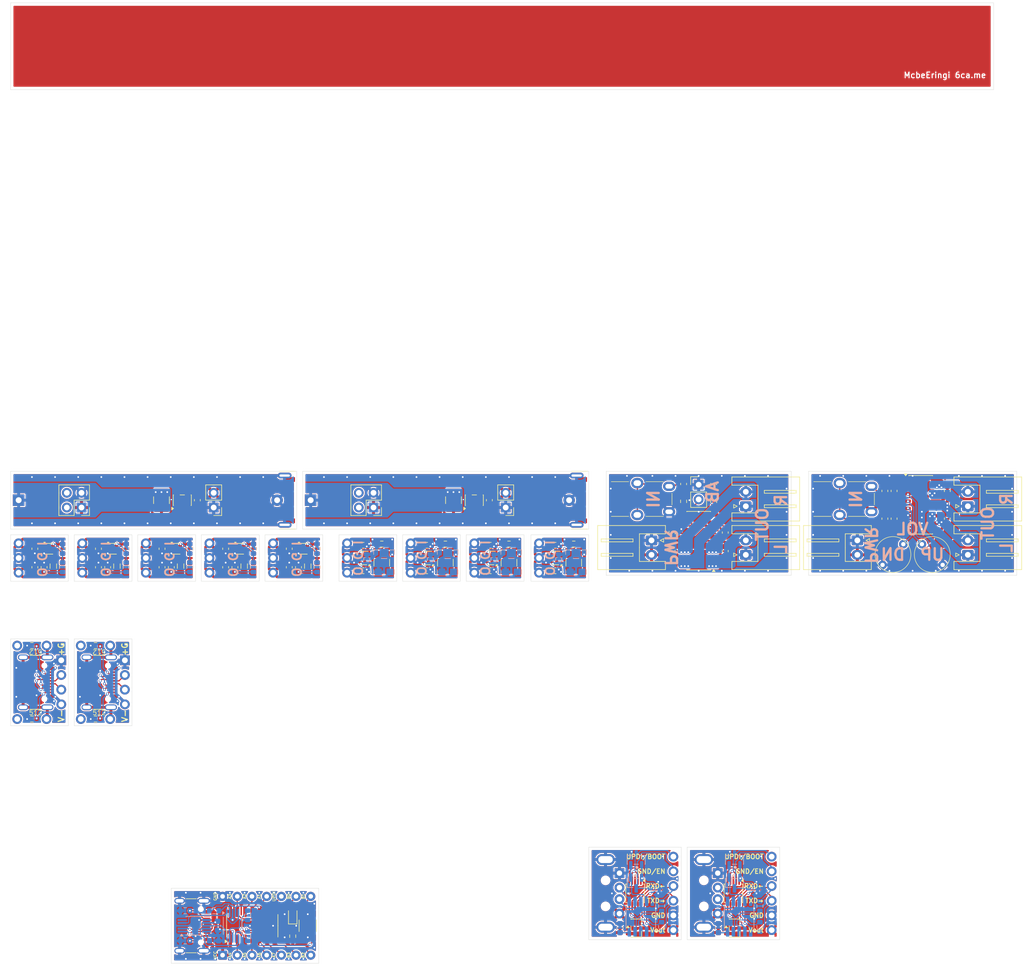
<source format=kicad_pcb>
(kicad_pcb (version 20241229) (generator "pcbnew") (generator_version "9.0")
  (layers (0 "F.Cu" signal) (2 "B.Cu" signal) (13 "F.Paste" user) (15 "B.Paste" user) (5 "F.SilkS" user "F.Silkscreen") (7 "B.SilkS" user "B.Silkscreen") (1 "F.Mask" user) (3 "B.Mask" user) (25 "Edge.Cuts" user))
  (net 0 "")
  (net 1 "VBUS")
  (net 3 "Net-(J1-CC1)")
  (net 4 "GND")
  (net 5 "D-")
  (net 7 "D+")
  (net 8 "Net-(J1-CC2)")
  (net 9 "SHIELD")
  (net 12 "INR")
  (net 13 "Net-(U1-INL)")
  (net 14 "Net-(U1-INR)")
  (net 15 "INL")
  (net 16 "Net-(U1-VREF)")
  (net 17 "MODE")
  (net 18 "/ROUTN")
  (net 19 "/ROUTP")
  (net 20 "/LOUTN")
  (net 21 "/LOUTP")
  (net 22 "Net-(C1-Pad2)")
  (net 23 "Net-(C2-Pad2)")
  (net 24 "VDD")
  (net 25 "Net-(U1-RINP)")
  (net 26 "Net-(U1-RINN)")
  (net 27 "Net-(U1-LINP)")
  (net 28 "Net-(U1-LINN)")
  (net 29 "Net-(U1-UP)")
  (net 30 "Net-(U1-DOWN)")
  (net 31 "ING")
  (net 32 "PA1")
  (net 33 "PA3")
  (net 34 "PA5")
  (net 35 "PB3")
  (net 36 "PA4")
  (net 37 "PA7")
  (net 38 "PA6")
  (net 39 "PB2")
  (net 40 "PB0")
  (net 41 "RXD")
  (net 42 "Net-(U2-V3)")
  (net 43 "Net-(D1-K)")
  (net 44 "Net-(R3-Pad1)")
  (net 45 "PB1")
  (net 46 "PA2")
  (net 47 "VCC")
  (net 48 "Net-(J2-CC1)")
  (net 49 "Net-(J2-CC2)")
  (net 50 "UPDI")
  (net 51 "Net-(R5-Pad1)")
  (net 52 "RTS#")
  (net 53 "TXD")
  (net 54 "Net-(R4-Pad1)")
  (net 59 "+BATT")
  (net 60 "Vout")
  (net 61 "Net-(U1-SW)")
  (net 73 "/EN")
  (net 74 "/FB")
  (net 75 "Vin")
  (net 76 "/SW")
  (net 77 "/BST")
  (net 78 "EN")
  (net 79 "FB")
  (net 80 "Net-(U1-LX1)")
  (net 81 "Net-(U1-LX2)")
  (net 82 "V3")
  (net 83 "GND|EN")
  (net 84 "VOUT")
  (net 85 "UPDI|BOOT")
  (net 86 "DTR#")
  (net 87 "_TXD")
  (net 88 "_RXD")
  (footprint "Capacitor_SMD:C_0603_1608Metric" (layer "F.Cu") (at 172.8 109.2 -90)
    (property "Reference" "C4" (hide yes))
    (property "Value" "0u1" (hide yes))
  )
  (footprint "Package_SO:SOIC-16_3.9x9.9mm_P1.27mm" (layer "F.Cu") (at 139 113 180)
    (property "Reference" "U1" (hide yes))
    (property "Value" "PAM8406D" (hide yes))
  )
  (footprint "Package_TO_SOT_SMD:SOT-23-3" (layer "F.Cu") (at 128.2 180)
    (property "Reference" "U3" (hide yes))
    (property "Value" "AP7333" (hide yes))
  )
  (footprint "Capacitor_SMD:C_0603_1608Metric" (layer "F.Cu") (at 141.6 103.2 -90)
    (property "Reference" "C1" (hide yes))
    (property "Value" "0u1" (hide yes))
  )
  (footprint "Package_SO:SOIC-14_3.9x8.7mm_P1.27mm" (layer "F.Cu") (at 61.8 179.6 90)
    (property "Reference" "U1" (hide yes))
    (property "Value" "ATtiny1604-SS" (hide yes))
  )
  (footprint "LED_SMD:LED_0603_1608Metric" (layer "F.Cu") (at 68.8 177.8 90)
    (property "Reference" "D1" (hide yes))
    (property "Value" "LED_Small" (hide yes))
  )
  (footprint "Capacitor_SMD:C_0603_1608Metric" (layer "F.Cu") (at 103 113.8 180)
    (property "Reference" "C1" (hide yes))
    (property "Value" "22u" (hide yes))
  )
  (footprint "Package_TO_SOT_SMD:SOT-563" (layer "F.Cu") (at 59.6 114.4)
    (property "Reference" "U1" (hide yes))
    (property "Value" "TPS56124x" (hide yes))
  )
  (footprint "Capacitor_SMD:C_0603_1608Metric" (layer "F.Cu") (at 47.8 117.6 90)
    (property "Reference" "C3" (hide yes))
    (property "Value" "22u" (hide yes))
  )
  (footprint "Inductor_SMD:L_1210_3225Metric" (layer "F.Cu") (at 117.4 116.8 -90)
    (property "Reference" "L1" (hide yes))
    (property "Value" "1u" (hide yes))
  )
  (footprint "Connector_PinHeader_2.54mm:PinHeader_1x02_P2.54mm_Vertical" (layer "F.Cu") (at 139 103.325)
    (property "Reference" "JP1" (hide yes))
    (property "Value" "AB" (hide yes))
  )
  (footprint "Connector_JST:JST_XH_S2B-XH-A_1x02_P2.50mm_Horizontal" (layer "F.Cu") (at 130.845 112.95 -90)
    (property "Reference" "J4" (hide yes))
    (property "Value" "PWR" (hide yes))
  )
  (footprint "Capacitor_SMD:C_0603_1608Metric" (layer "F.Cu") (at 68.2 117.6 90)
    (property "Reference" "C2" (hide yes))
    (property "Value" "22u" (hide yes))
  )
  (footprint "Resistor_SMD:R_0603_1608Metric" (layer "F.Cu") (at 51 114.4 -90)
    (property "Reference" "R1" (hide yes))
    (property "Value" "100k" (hide yes))
  )
  (footprint "Connector_PinHeader_2.54mm:PinHeader_1x02_P2.54mm_Vertical" (layer "F.Cu") (at 105.63 107.27 180)
    (property "Reference" "J2" (hide yes))
    (property "Value" "Conn_01x02_Pin" (hide yes))
  )
  (footprint "Inductor_SMD:L_1210_3225Metric" (layer "F.Cu") (at 96.6 106 -90)
    (property "Reference" "L1" (hide yes))
    (property "Value" "4u7" (hide yes))
  )
  (footprint "Capacitor_SMD:C_0603_1608Metric" (layer "F.Cu") (at 35.2 117.6 90)
    (property "Reference" "C2" (hide yes))
    (property "Value" "22u" (hide yes))
  )
  (footprint "Resistor_SMD:R_0603_1608Metric" (layer "F.Cu") (at 68.8 181.4 -90)
    (property "Reference" "R6" (hide yes))
    (property "Value" "10k" (hide yes))
  )
  (footprint "Capacitor_SMD:C_0603_1608Metric" (layer "F.Cu") (at 92 113.8 180)
    (property "Reference" "C1" (hide yes))
    (property "Value" "22u" (hide yes))
  )
  (footprint "Library:PCB.MCBEERINGI.DEV_small" (layer "F.Cu") (at 76 106)
    (property "Reference" "")
    (property "Value" "")
  )
  (footprint "Capacitor_SMD:C_0603_1608Metric" (layer "F.Cu") (at 81 118.2 180)
    (property "Reference" "C2" (hide yes))
    (property "Value" "22u" (hide yes))
  )
  (footprint "Connector_USB:USB_C_Receptacle_GCT_USB4105-xx-A_16P_TopMnt_Horizontal" (layer "F.Cu") (at 34.25 137.5 -90)
    (property "Reference" "J1" (hide yes))
    (property "Value" "USB_C_Receptacle_USB2.0_16P" (hide yes))
  )
  (footprint "Resistor_SMD:R_0603_1608Metric" (layer "F.Cu") (at 34.69 131.15 180)
    (property "Reference" "R1" (hide yes))
    (property "Value" "5k1" (hide yes))
  )
  (footprint "Capacitor_SMD:C_0603_1608Metric" (layer "F.Cu") (at 102.8 106 -90)
    (property "Reference" "C1" (hide yes))
    (property "Value" "22u" (hide yes))
  )
  (footprint "Capacitor_SMD:C_0603_1608Metric" (layer "F.Cu") (at 103 118.2 180)
    (property "Reference" "C2" (hide yes))
    (property "Value" "22u" (hide yes))
  )
  (footprint "Package_TO_SOT_SMD:SOT-583-8" (layer "F.Cu") (at 103.2 116 180)
    (property "Reference" "U1" (hide yes))
    (property "Value" "TPS631000" (hide yes))
  )
  (footprint "Inductor_SMD:L_0805_2012Metric" (layer "F.Cu") (at 49.4 117.4 -90)
    (property "Reference" "L1" (hide yes))
    (property "Value" "3u3" (hide yes))
  )
  (footprint "Inductor_SMD:L_0805_2012Metric" (layer "F.Cu") (at 38.4 117.4 -90)
    (property "Reference" "L1" (hide yes))
    (property "Value" "3u3" (hide yes))
  )
  (footprint "Capacitor_SMD:C_0603_1608Metric" (layer "F.Cu") (at 172.8 104.4 90)
    (property "Reference" "C2" (hide yes))
    (property "Value" "0u1" (hide yes))
  )
  (footprint "Library:USB_C_PLUG_00402-UCAM002-X" (layer "F.Cu") (at 120 106 90)
    (property "Reference" "P1" (hide yes))
    (property "Value" "USB_C_Plug" (hide yes))
  )
  (footprint "Inductor_SMD:L_1210_3225Metric" (layer "F.Cu") (at 95.2 116.8 -90)
    (property "Reference" "L1" (hide yes))
    (property "Value" "1u" (hide yes))
  )
  (footprint "Package_TO_SOT_SMD:SOT-583-8" (layer "F.Cu") (at 114.4 116 180)
    (property "Reference" "U1" (hide yes))
    (property "Value" "TPS631000" (hide yes))
  )
  (footprint "Capacitor_SMD:C_0603_1608Metric" (layer "F.Cu") (at 114.2 113.8 180)
    (property "Reference" "C1" (hide yes))
    (property "Value" "22u" (hide yes))
  )
  (footprint "Capacitor_SMD:C_0603_1608Metric" (layer "F.Cu") (at 52.3 106 -90)
    (property "Reference" "C1" (hide yes))
    (property "Value" "22u" (hide yes))
  )
  (footprint "Capacitor_SMD:C_0603_1608Metric" (layer "F.Cu") (at 24.2 114.4 -90)
    (property "Reference" "C4" (hide yes))
    (property "Value" "10u" (hide yes))
  )
  (footprint "Package_TO_SOT_SMD:SOT-23-5" (layer "F.Cu") (at 100.2 106 90)
    (property "Reference" "U1" (hide yes))
    (property "Value" "TPS613222ADBV" (hide yes))
  )
  (footprint "Connector_PinHeader_2.54mm:PinHeader_2x02_P2.54mm_Vertical" (layer "F.Cu") (at 82.77 107.27 180)
    (property "Reference" "J1" (hide yes))
    (property "Value" "Conn_02x02_Odd_Even" (hide yes))
  )
  (footprint "Library:alps-skrg" (layer "F.Cu") (at 172.6 115.4 45)
    (property "Reference" "SW2" (hide yes))
    (property "Value" "VOL_DOWN" (hide yes))
  )
  (footprint "Library:mcbeeringi_icon_10mm" (layer "F.Cu") (at 178.5 27.5)
    (property "Reference" "")
    (property "Value" "LOGO" (hide yes))
  )
  (footprint "QRCODE" (layer "F.Cu") (at 183.375 24.875)
    (property "Reference" "")
    (property "Value" "6ca.me")
  )
  (footprint "Resistor_SMD:R_0603_1608Metric" (layer "F.Cu") (at 141.6 106.2 -90)
    (property "Reference" "R2" (hide yes))
    (property "Value" "10k" (hide yes))
  )
  (footprint "Capacitor_SMD:C_0603_1608Metric" (layer "F.Cu") (at 171.2 104.4 90)
    (property "Reference" "C1" (hide yes))
    (property "Value" "0u1" (hide yes))
  )
  (footprint "Capacitor_SMD:C_0603_1608Metric" (layer "F.Cu") (at 51 117.6 90)
    (property "Reference" "C1" (hide yes))
    (property "Value" "0u1" (hide yes))
  )
  (footprint "Library:MJ-8435" (layer "F.Cu") (at 122.8875 105.8 90)
    (property "Reference" "J3" (hide yes))
    (property "Value" "AudioJack3" (hide yes))
  )
  (footprint "Package_SO:VSSOP-10_3x3mm_P0.5mm" (layer "F.Cu") (at 145 174 -90)
    (property "Reference" "U2" (hide yes))
    (property "Value" "TS5A23159DGS" (hide yes))
  )
  (footprint "Capacitor_SMD:C_0603_1608Metric" (layer "F.Cu") (at 125.4 180 -90)
    (property "Reference" "C1" (hide yes))
    (property "Value" "0u1" (hide yes))
  )
  (footprint "Capacitor_SMD:C_0603_1608Metric" (layer "F.Cu") (at 68.2 114.4 -90)
    (property "Reference" "C4" (hide yes))
    (property "Value" "10u" (hide yes))
  )
  (footprint "Package_TO_SOT_SMD:SOT-23-5" (layer "F.Cu") (at 49.7 106 90)
    (property "Reference" "U1" (hide yes))
    (property "Value" "TPS613222ADBV" (hide yes))
  )
  (footprint "Capacitor_SMD:C_0603_1608Metric" (layer "F.Cu") (at 92 118.2 180)
    (property "Reference" "C2" (hide yes))
    (property "Value" "22u" (hide yes))
  )
  (footprint "Capacitor_SMD:C_0603_1608Metric" (layer "F.Cu") (at 25.8 117.6 90)
    (property "Reference" "C3" (hide yes))
    (property "Value" "22u" (hide yes))
  )
  (footprint "Inductor_SMD:L_1210_3225Metric" (layer "F.Cu") (at 46.1 106 -90)
    (property "Reference" "L1" (hide yes))
    (property "Value" "4u7" (hide yes))
  )
  (footprint "Capacitor_SMD:C_0603_1608Metric" (layer "F.Cu") (at 142.4 180 -90)
    (property "Reference" "C1" (hide yes))
    (property "Value" "0u1" (hide yes))
  )
  (footprint "Capacitor_SMD:C_0603_1608Metric" (layer "F.Cu") (at 35.2 114.4 -90)
    (property "Reference" "C4" (hide yes))
    (property "Value" "10u" (hide yes))
  )
  (footprint "Connector_JST:JST_XH_S2B-XH-A_1x02_P2.50mm_Horizontal" (layer "F.Cu") (at 185.555 107.05 90)
    (property "Reference" "J1" (hide yes))
    (property "Value" "ROUT" (hide yes))
  )
  (footprint "Resistor_SMD:R_0603_1608Metric" (layer "F.Cu") (at 73 114.4 -90)
    (property "Reference" "R1" (hide yes))
    (property "Value" "100k" (hide yes))
  )
  (footprint "Resistor_SMD:R_0603_1608Metric" (layer "F.Cu") (at 34.69 143.85 180)
    (property "Reference" "R2" (hide yes))
    (property "Value" "5k1" (hide yes))
  )
  (footprint "Capacitor_SMD:C_0603_1608Metric" (layer "F.Cu") (at 57.2 117.6 90)
    (property "Reference" "C2" (hide yes))
    (property "Value" "22u" (hide yes))
  )
  (footprint "Capacitor_SMD:C_0603_1608Metric" (layer "F.Cu") (at 182 109.2 -90)
    (property "Reference" "C6" (hide yes))
    (property "Value" "1u" (hide yes))
  )
  (footprint "Capacitor_SMD:C_0603_1608Metric" (layer "F.Cu") (at 58.8 117.6 90)
    (property "Reference" "C3" (hide yes))
    (property "Value" "22u" (hide yes))
  )
  (footprint "Library:alps-skrg" (layer "F.Cu") (at 179.4 115.4 135)
    (property "Reference" "SW1" (hide yes))
    (property "Value" "VOL_UP" (hide yes))
  )
  (footprint "Package_DIP:DIP-14_W10.16mm" (layer "F.Cu") (at 56.67 184.68 90)
    (property "Reference" "J1" (hide yes))
    (property "Value" "Conn_02x07_Counter_Clockwise" (hide yes))
  )
  (footprint "Capacitor_SMD:C_0603_1608Metric" (layer "F.Cu") (at 57.2 114.4 -90)
    (property "Reference" "C4" (hide yes))
    (property "Value" "10u" (hide yes))
  )
  (footprint "Capacitor_SMD:C_0603_1608Metric" (layer "F.Cu") (at 46.2 117.6 90)
    (property "Reference" "C2" (hide yes))
    (property "Value" "22u" (hide yes))
  )
  (footprint "Resistor_SMD:R_0603_1608Metric" (layer "F.Cu") (at 29 114.4 -90)
    (property "Reference" "R1" (hide yes))
    (property "Value" "100k" (hide yes))
  )
  (footprint "Capacitor_SMD:C_0603_1608Metric" (layer "F.Cu") (at 36.8 117.6 90)
    (property "Reference" "C3" (hide yes))
    (property "Value" "22u" (hide yes))
  )
  (footprint "Resistor_SMD:R_0603_1608Metric" (layer "F.Cu") (at 136.4 106.2 -90)
    (property "Reference" "R3" (hide yes))
    (property "Value" "10k" (hide yes))
  )
  (footprint "Connector_PinSocket_2.54mm:PinSocket_1x06_P2.54mm_Vertical" (layer "F.Cu") (at 151.625 167.65)
    (property "Reference" "J3" (hide yes))
    (property "Value" "OUT" (hide yes))
  )
  (footprint "Package_SO:VSSOP-10_3x3mm_P0.5mm" (layer "F.Cu") (at 128 174 -90)
    (property "Reference" "U2" (hide yes))
    (property "Value" "TS5A23159DGS" (hide yes))
  )
  (footprint "Resistor_SMD:R_0603_1608Metric" (layer "F.Cu") (at 23.69 131.15 180)
    (property "Reference" "R1" (hide yes))
    (property "Value" "5k1" (hide yes))
  )
  (footprint "Capacitor_SMD:C_0603_1608Metric" (layer "F.Cu") (at 62 117.6 90)
    (property "Reference" "C1" (hide yes))
    (property "Value" "0u1" (hide yes))
  )
  (footprint "Capacitor_SMD:C_0603_1608Metric" (layer "F.Cu") (at 182 104.4 90)
    (property "Reference" "C5" (hide yes))
    (property "Value" "1u" (hide yes))
  )
  (footprint "Capacitor_SMD:C_0603_1608Metric" (layer "F.Cu") (at 73 117.6 90)
    (property "Reference" "C1" (hide yes))
    (property "Value" "0u1" (hide yes))
  )
  (footprint "Capacitor_SMD:C_0603_1608Metric" (layer "F.Cu") (at 143.6 111.6 90)
    (property "Reference" "C3" (hide yes))
    (property "Value" "0u1" (hide yes))
  )
  (footprint "Resistor_SMD:R_0603_1608Metric" (layer "F.Cu") (at 62 114.4 -90)
    (property "Reference" "R1" (hide yes))
    (property "Value" "100k" (hide yes))
  )
  (footprint "Inductor_SMD:L_0805_2012Metric" (layer "F.Cu") (at 71.4 117.4 -90)
    (property "Reference" "L1" (hide yes))
    (property "Value" "3u3" (hide yes))
  )
  (footprint "Library:MJ-8435" (layer "F.Cu") (at 157.8875 105.8 90)
    (property "Reference" "J3" (hide yes))
    (property "Value" "AudioJack3" (hide yes))
  )
  (footprint "Library:USB_A_PLUG_USB-4AM103AS" (layer "F.Cu") (at 137 174 180)
    (property "Reference" "J1" (hide yes))
    (property "Value" "USB_A" (hide yes))
  )
  (footprint "Connector_PinHeader_2.54mm:PinHeader_2x02_P2.54mm_Vertical" (layer "F.Cu") (at 32.27 107.27 180)
    (property "Reference" "J1" (hide yes))
    (property "Value" "Conn_02x02_Odd_Even" (hide yes))
  )
  (footprint "Inductor_SMD:L_1210_3225Metric" (layer "F.Cu") (at 84.2 116.8 -90)
    (property "Reference" "L1" (hide yes))
    (property "Value" "1u" (hide yes))
  )
  (footprint "Capacitor_SMD:C_0603_1608Metric" (layer "F.Cu") (at 69.8 117.6 90)
    (property "Reference" "C3" (hide yes))
    (property "Value" "22u" (hide yes))
  )
  (footprint "Resistor_SMD:R_0603_1608Metric" (layer "F.Cu") (at 84.2 113.6)
    (property "Reference" "R1" (hide yes))
    (property "Value" "10k" (hide yes))
  )
  (footprint "Connector_JST:JST_XH_S2B-XH-A_1x02_P2.50mm_Horizontal" (layer "F.Cu") (at 147.155 107.05 90)
    (property "Reference" "J1" (hide yes))
    (property "Value" "ROUT" (hide yes))
  )
  (footprint "Library:USB_A_PLUG_USB-4AM103AS" (layer "F.Cu") (at 120 174 180)
    (property "Reference" "J1" (hide yes))
    (property "Value" "USB_A" (hide yes))
  )
  (footprint "Package_TO_SOT_SMD:SOT-563" (layer "F.Cu") (at 37.6 114.4)
    (property "Reference" "U1" (hide yes))
    (property "Value" "TPS56124x" (hide yes))
  )
  (footprint "Package_TO_SOT_SMD:SOT-563" (layer "F.Cu") (at 26.6 114.4)
    (property "Reference" "U1" (hide yes))
    (property "Value" "TPS56124x" (hide yes))
  )
  (footprint "Connector_USB:USB_C_Receptacle_GCT_USB4105-xx-A_16P_TopMnt_Horizontal" (layer "F.Cu") (at 50.31 179.6 -90)
    (property "Reference" "J2" (hide yes))
    (property "Value" "USB_C_Receptacle_USB2.0_16P" (hide yes))
  )
  (footprint "Connector_PinSocket_2.54mm:PinSocket_1x06_P2.54mm_Vertical" (layer "F.Cu") (at 134.625 167.65)
    (property "Reference" "J3" (hide yes))
    (property "Value" "OUT" (hide yes))
  )
  (footprint "Capacitor_SMD:C_0603_1608Metric" (layer "F.Cu") (at 81 113.8 180)
    (property "Reference" "C1" (hide yes))
    (property "Value" "22u" (hide yes))
  )
  (footprint "Connector_PinHeader_2.54mm:PinHeader_1x02_P2.54mm_Vertical" (layer "F.Cu") (at 55.13 107.27 180)
    (property "Reference" "J2" (hide yes))
    (property "Value" "Conn_01x02_Pin" (hide yes))
  )
  (footprint "Library:USB_C_PLUG_00402-UCAM002-X" (layer "F.Cu") (at 69.5 106 90)
    (property "Reference" "P1" (hide yes))
    (property "Value" "USB_C_Plug" (hide yes))
  )
  (footprint "Inductor_SMD:L_0805_2012Metric" (layer "F.Cu") (at 27.4 117.4 -90)
    (property "Reference" "L1" (hide yes))
    (property "Value" "3u3" (hide yes))
  )
  (footprint "Resistor_SMD:R_0603_1608Metric" (layer "F.Cu") (at 23.69 143.85 180)
    (property "Reference" "R2" (hide yes))
    (property "Value" "5k1" (hide yes))
  )
  (footprint "Connector_JST:JST_XH_S2B-XH-A_1x02_P2.50mm_Horizontal" (layer "F.Cu") (at 147.155 115.45 90)
    (property "Reference" "J2" (hide yes))
    (property "Value" "LOUT" (hide yes))
  )
  (footprint "Resistor_SMD:R_0603_1608Metric" (layer "F.Cu") (at 106.2 113.6)
    (property "Reference" "R1" (hide yes))
    (property "Value" "10k" (hide yes))
  )
  (footprint "Package_TO_SOT_SMD:SOT-563" (layer "F.Cu") (at 70.6 114.4)
    (property "Reference" "U1" (hide yes))
    (property "Value" "TPS56124x" (hide yes))
  )
  (footprint "Library:mcbeeringi_icon_10mm" (layer "F.Cu") (at 38.7 106)
    (property "Reference" "")
    (property "Value" "LOGO" (hide yes))
  )
  (footprint "Library:PCB.MCBEERINGI.DEV_small" (layer "F.Cu") (at 25.5 106)
    (property "Reference" "")
    (property "Value" "")
  )
  (footprint "Package_TO_SOT_SMD:SOT-23-3" (layer "F.Cu") (at 145.2 180)
    (property "Reference" "U3" (hide yes))
    (property "Value" "AP7333" (hide yes))
  )
  (footprint "Resistor_SMD:R_0603_1608Metric" (layer "F.Cu") (at 40 114.4 -90)
    (property "Reference" "R1" (hide yes))
    (property "Value" "100k" (hide yes))
  )
  (footprint "Package_TO_SOT_SMD:SOT-563" (layer "F.Cu") (at 48.6 114.4)
    (property "Reference" "U1" (hide yes))
    (property "Value" "TPS56124x" (hide yes))
  )
  (footprint "Package_TO_SOT_SMD:SOT-583-8" (layer "F.Cu") (at 92.2 116 180)
    (property "Reference" "U1" (hide yes))
    (property "Value" "TPS631000" (hide yes))
  )
  (footprint "Capacitor_SMD:C_0603_1608Metric" (layer "F.Cu") (at 136.4 103.2 -90)
    (property "Reference" "C2" (hide yes))
    (property "Value" "0u1" (hide yes))
  )
  (footprint "Capacitor_SMD:C_0603_1608Metric" (layer "F.Cu") (at 134.4 114.8 90)
    (property "Reference" "C5" (hide yes))
    (property "Value" "1u" (hide yes))
  )
  (footprint "Connector_USB:USB_C_Receptacle_GCT_USB4105-xx-A_16P_TopMnt_Horizontal" (layer "F.Cu") (at 23.25 137.5 -90)
    (property "Reference" "J1" (hide yes))
    (property "Value" "USB_C_Receptacle_USB2.0_16P" (hide yes))
  )
  (footprint "Resistor_SMD:R_0603_1608Metric" (layer "F.Cu") (at 117.4 113.6)
    (property "Reference" "R1" (hide yes))
    (property "Value" "10k" (hide yes))
  )
  (footprint "Connector_JST:JST_XH_S2B-XH-A_1x02_P2.50mm_Horizontal" (layer "F.Cu") (at 185.555 115.45 90)
    (property "Reference" "J2" (hide yes))
    (property "Value" "LOUT" (hide yes))
  )
  (footprint "Capacitor_SMD:C_0603_1608Metric" (layer "F.Cu") (at 40 117.6 90)
    (property "Reference" "C1" (hide yes))
    (property "Value" "0u1" (hide yes))
  )
  (footprint "Package_TO_SOT_SMD:SOT-583-8" (layer "F.Cu") (at 81.2 116 180)
    (property "Reference" "U1" (hide yes))
    (property "Value" "TPS631000" (hide yes))
  )
  (footprint "Package_SO:SO-16_3.9x9.9mm_P1.27mm" (layer "F.Cu") (at 177.4 106.8)
    (property "Reference" "U1" (hide yes))
    (property "Value" "PAM8408D" (hide yes))
  )
  (footprint "Inductor_SMD:L_0805_2012Metric" (layer "F.Cu") (at 60.4 117.4 -90)
    (property "Reference" "L1" (hide yes))
    (property "Value" "3u3" (hide yes))
  )
  (footprint "Capacitor_SMD:C_0603_1608Metric" (layer "F.Cu") (at 29 117.6 90)
    (property "Reference" "C1" (hide yes))
    (property "Value" "0u1" (hide yes))
  )
  (footprint "Resistor_SMD:R_0603_1608Metric" (layer "F.Cu") (at 95.2 113.6)
    (property "Reference" "R1" (hide yes))
    (property "Value" "10k" (hide yes))
  )
  (footprint "Connector_JST:JST_XH_S2B-XH-A_1x02_P2.50mm_Horizontal" (layer "F.Cu") (at 166.445 112.95 -90)
    (property "Reference" "J4" (hide yes))
    (property "Value" "PWR" (hide yes))
  )
  (footprint "Capacitor_SMD:C_0603_1608Metric" (layer "F.Cu") (at 24.2 117.6 90)
    (property "Reference" "C2" (hide yes))
    (property "Value" "22u" (hide yes))
  )
  (footprint "Library:mcbeeringi_icon_10mm" (layer "F.Cu") (at 89.2 106)
    (property "Reference" "")
    (property "Value" "LOGO" (hide yes))
  )
  (footprint "Capacitor_SMD:C_0603_1608Metric" (layer "F.Cu") (at 114.2 118.2 180)
    (property "Reference" "C2" (hide yes))
    (property "Value" "22u" (hide yes))
  )
  (footprint "Resistor_SMD:R_0603_1608Metric" (layer "F.Cu") (at 134.4 111.6 90)
    (property "Reference" "R1" (hide yes))
    (property "Value" "10k" (hide yes))
  )
  (footprint "Inductor_SMD:L_1210_3225Metric" (layer "F.Cu") (at 106.2 116.8 -90)
    (property "Reference" "L1" (hide yes))
    (property "Value" "1u" (hide yes))
  )
  (footprint "Capacitor_SMD:C_0603_1608Metric" (layer "F.Cu") (at 171.2 109.2 -90)
    (property "Reference" "C3" (hide yes))
    (property "Value" "0u1" (hide yes))
  )
  (footprint "Library:alps-skrp" (layer "F.Cu") (at 71.4 179.6 90)
    (property "Reference" "SW1" (hide yes))
    (property "Value" "SW_Push" (hide yes))
  )
  (footprint "Capacitor_SMD:C_0603_1608Metric" (layer "F.Cu") (at 143.6 114.8 90)
    (property "Reference" "C6" (hide yes))
    (property "Value" "1u" (hide yes))
  )
  (footprint "Capacitor_SMD:C_0603_1608Metric" (layer "F.Cu") (at 46.2 114.4 -90)
    (property "Reference" "C4" (hide yes))
    (property "Value" "10u" (hide yes))
  )
  (footprint "Resistor_SMD:R_0603_1608Metric" (layer "B.Cu") (at 114.8 116.2 90)
    (property "Reference" "R2" (hide yes))
    (property "Value" "1k" (hide yes))
  )
  (footprint "Package_SO:MSOP-10_3x3mm_P0.5mm" (layer "B.Cu") (at 51.8 179.6)
    (property "Reference" "U2" (hide yes))
    (property "Value" "CH340E" (hide yes))
  )
  (footprint "Connector_PinHeader_2.54mm:PinHeader_1x01_P2.54mm_Vertical" (layer "B.Cu") (at 21.15 131.15 180)
    (property "Reference" "J5" (hide yes))
    (property "Value" "Conn_01x01_Pin" (hide yes))
  )
  (footprint "Connector_PinHeader_2.54mm:PinHeader_1x04_P2.54mm_Vertical" (layer "B.Cu") (at 39.77 133.69 180)
    (property "Reference" "J2" (hide yes))
    (property "Value" "Conn_01x04_Pin" (hide yes))
  )
  (footprint "Library:mcbeeringi_icon_5mm" (layer "B.Cu") (at 166.6 109.8 90)
    (property "Reference" "")
    (property "Value" "mcbeeringi_icon" (hide yes))
  )
  (footprint "Package_TO_SOT_SMD:SOT-23" (layer "B.Cu") (at 145.2 172.2 -90)
    (property "Reference" "Q1" (hide yes))
    (property "Value" "BSS138" (hide yes))
  )
  (footprint "Connector_PinHeader_2.54mm:PinHeader_1x03_P2.54mm_Vertical" (layer "B.Cu") (at 43.4 113.46 180)
    (property "Reference" "J1" (hide yes))
    (property "Value" "Conn_01x03_Pin" (hide yes))
  )
  (footprint "Library:PCB.MCBEERINGI.DEV_small" (layer "B.Cu") (at 162 114.2 90)
    (property "Reference" "")
    (property "Value" "")
  )
  (footprint "Connector_PinHeader_2.54mm:PinHeader_1x03_P2.54mm_Vertical" (layer "B.Cu") (at 100.2 113.46 180)
    (property "Reference" "J1" (hide yes))
    (property "Value" "POW" (hide yes))
  )
  (footprint "Connector_PinHeader_2.54mm:PinHeader_1x01_P2.54mm_Vertical" (layer "B.Cu") (at 21.15 143.85 180)
    (property "Reference" "J6" (hide yes))
    (property "Value" "Conn_01x01_Pin" (hide yes))
  )
  (footprint "Connector_PinHeader_2.54mm:PinHeader_1x01_P2.54mm_Vertical" (layer "B.Cu") (at 26.23 131.15 180)
    (property "Reference" "J3" (hide yes))
    (property "Value" "Conn_01x01_Pin" (hide yes))
  )
  (footprint "Capacitor_SMD:C_0603_1608Metric" (layer "B.Cu") (at 55.8 179.6 -90)
    (property "Reference" "C1" (hide yes))
    (property "Value" "4u7" (hide yes))
  )
  (footprint "Package_SO:VSSOP-10_3x3mm_P0.5mm" (layer "B.Cu") (at 58.4 179.6 -90)
    (property "Reference" "U3" (hide yes))
    (property "Value" "TS5A23159DGS" (hide yes))
  )
  (footprint "Resistor_SMD:R_0603_1608Metric" (layer "B.Cu") (at 61.991818 114.4 90)
    (property "Reference" "R3" (hide yes))
    (property "Value" "R_{FBB}" (hide yes))
  )
  (footprint "Capacitor_SMD:C_0603_1608Metric" (layer "B.Cu") (at 125.4 180 90)
    (property "Reference" "C2" (hide yes))
    (property "Value" "0u1" (hide yes))
  )
  (footprint "Connector_PinHeader_2.54mm:PinHeader_1x03_P2.54mm_Vertical" (layer "B.Cu") (at 32.4 113.46 180)
    (property "Reference" "J1" (hide yes))
    (property "Value" "Conn_01x03_Pin" (hide yes))
  )
  (footprint "Package_TO_SOT_SMD:SOT-23" (layer "B.Cu") (at 128.2 172.2 -90)
    (property "Reference" "Q1" (hide yes))
    (property "Value" "BSS138" (hide yes))
  )
  (footprint "Library:TSR-C3305" (layer "B.Cu") (at 95.6 116.6 180)
    (property "Reference" "RV1" (hide yes))
    (property "Value" "10k" (hide yes))
  )
  (footprint "Resistor_SMD:R_0603_1608Metric" (layer "B.Cu") (at 61.991818 117.6 90)
    (property "Reference" "R2" (hide yes))
    (property "Value" "R_{FBT}" (hide yes))
  )
  (footprint "Package_SO:SSOP-10-1EP_3.9x4.9mm_P1mm_EP2.1x3.3mm" (layer "B.Cu") (at 146 178 -90)
    (property "Reference" "U1" (hide yes))
    (property "Value" "CH340K" (hide yes))
  )
  (footprint "Connector_PinHeader_2.54mm:PinHeader_1x01_P2.54mm_Vertical" (layer "B.Cu") (at 37.23 143.85 180)
    (property "Reference" "J4" (hide yes))
    (property "Value" "Conn_01x01_Pin" (hide yes))
  )
  (footprint "Capacitor_SMD:C_0603_1608Metric" (layer "B.Cu") (at 55.2 182.2)
    (property "Reference" "C2" (hide yes))
    (property "Value" "0u1" (hide yes))
  )
  (footprint "Library:mcbeeringi_icon_5mm" (layer "B.Cu") (at 131.6 109.8 90)
    (property "Reference" "")
    (property "Value" "mcbeeringi_icon" (hide yes))
  )
  (footprint "Resistor_SMD:R_0603_1608Metric" (layer "B.Cu") (at 92.6 116.2 90)
    (property "Reference" "R2" (hide yes))
    (property "Value" "1k" (hide yes))
  )
  (footprint "Connector_PinHeader_2.54mm:PinHeader_1x03_P2.54mm_Vertical" (layer "B.Cu") (at 65.4 113.46 180)
    (property "Reference" "J1" (hide yes))
    (property "Value" "Conn_01x03_Pin" (hide yes))
  )
  (footprint "Library:PCB.MCBEERINGI.DEV_small" (layer "B.Cu") (at 70 179.6 180)
    (property "Reference" "")
    (property "Value" "")
  )
  (footprint "Connector_PinHeader_2.54mm:PinHeader_1x01_P2.54mm_Vertical" (layer "B.Cu") (at 26.23 143.85 180)
    (property "Reference" "J4" (hide yes))
    (property "Value" "Conn_01x01_Pin" (hide yes))
  )
  (footprint "Resistor_SMD:R_0603_1608Metric" (layer "B.Cu") (at 39.991818 114.4 90)
    (property "Reference" "R3" (hide yes))
    (property "Value" "R_{FBB}" (hide yes))
  )
  (footprint "Resistor_SMD:R_0603_1608Metric" (layer "B.Cu") (at 39.991818 117.6 90)
    (property "Reference" "R2" (hide yes))
    (property "Value" "R_{FBT}" (hide yes))
  )
  (footprint "Resistor_SMD:R_0603_1608Metric" (layer "B.Cu") (at 50.991818 114.4 90)
    (property "Reference" "R3" (hide yes))
    (property "Value" "R_{FBB}" (hide yes))
  )
  (footprint "Library:TSR-C3305" (layer "B.Cu") (at 84.6 116.6 180)
    (property "Reference" "RV1" (hide yes))
    (property "Value" "10k" (hide yes))
  )
  (footprint "LOGO" (layer "B.Cu") (at 33.5 137.5 -90)
    (property "Reference" "G***" (hide yes))
    (property "Value" "LOGO" (hide yes))
  )
  (footprint "Library:TSR-C3305" (layer "B.Cu") (at 117.8 116.6 180)
    (property "Reference" "RV1" (hide yes))
    (property "Value" "10k" (hide yes))
  )
  (footprint "Connector_PinHeader_2.54mm:PinHeader_1x03_P2.54mm_Vertical" (layer "B.Cu") (at 21.4 113.46 180)
    (property "Reference" "J1" (hide yes))
    (property "Value" "Conn_01x03_Pin" (hide yes))
  )
  (footprint "Library:mcbeeringi_icon_5mm" (layer "B.Cu") (at 148.8 169.4 -90)
    (property "Reference" "")
    (property "Value" "mcbeeringi_icon" (hide yes))
  )
  (footprint "Connector_PinHeader_2.54mm:PinHeader_1x01_P2.54mm_Vertical" (layer "B.Cu") (at 37.23 131.15 180)
    (property "Reference" "J3" (hide yes))
    (property "Value" "Conn_01x01_Pin" (hide yes))
  )
  (footprint "Resistor_SMD:R_0603_1608Metric" (layer "B.Cu") (at 72.991818 117.6 90)
    (property "Reference" "R2" (hide yes))
    (property "Value" "R_{FBT}" (hide yes))
  )
  (footprint "Capacitor_SMD:C_0603_1608Metric" (layer "B.Cu") (at 131.4 173)
    (property "Reference" "C3" (hide yes))
    (property "Value" "0u1_short" (hide yes))
  )
  (footprint "Resistor_SMD:R_0603_1608Metric" (layer "B.Cu") (at 132.6 179.8 -90)
    (property "Reference" "JP3" (hide yes))
    (property "Value" "TXD" (hide yes))
  )
  (footprint "Resistor_SMD:R_0603_1608Metric" (layer "B.Cu") (at 61 181.4 90)
    (property "Reference" "R4" (hide yes))
    (property "Value" "4k7" (hide yes))
  )
  (footprint "Resistor_SMD:R_0603_1608Metric" (layer "B.Cu") (at 61 177.8 -90)
    (property "Reference" "R3" (hide yes))
    (property "Value" "4k7" (hide yes))
  )
  (footprint "Capacitor_SMD:C_0603_1608Metric" (layer "B.Cu") (at 148.4 173)
    (property "Reference" "C3" (hide yes))
    (property "Value" "0u1_short" (hide yes))
  )
  (footprint "Connector_PinHeader_2.54mm:PinHeader_1x03_P2.54mm_Vertical" (layer "B.Cu") (at 89.2 113.46 180)
    (property "Reference" "J1" (hide yes))
    (property "Value" "POW" (hide yes))
  )
  (footprint "Library:mcbeeringi_icon_5mm" (layer "B.Cu") (at 64.6 178.2 180)
    (property "Reference" "")
    (property "Value" "mcbeeringi_icon" (hide yes))
  )
  (footprint "Resistor_SMD:R_0603_1608Metric" (layer "B.Cu") (at 28.991818 114.4 90)
    (property "Reference" "R3" (hide yes))
    (property "Value" "R_{FBB}" (hide yes))
  )
  (footprint "Connector_PinHeader_2.54mm:PinHeader_1x01_P2.54mm_Vertical" (layer "B.Cu") (at 32.15 143.85 180)
    (property "Reference" "J6" (hide yes))
    (property "Value" "Conn_01x01_Pin" (hide yes))
  )
  (footprint "Resistor_SMD:R_0603_1608Metric" (layer "B.Cu") (at 132.6 176.2 90)
    (property "Reference" "JP4" (hide yes))
    (property "Value" "RXD" (hide yes))
  )
  (footprint "Library:PCB.MCBEERINGI.DEV_small" (layer "B.Cu") (at 126.8 114.2 90)
    (property "Reference" "")
    (property "Value" "")
  )
  (footprint "Resistor_SMD:R_0603_1608Metric" (layer "B.Cu") (at 50.2 182.2 180)
    (property "Reference" "R2" (hide yes))
    (property "Value" "4k7" (hide yes))
  )
  (footprint "Resistor_SMD:R_0603_1608Metric" (layer "B.Cu") (at 81.6 116.2 90)
    (property "Reference" "R2" (hide yes))
    (property "Value" "1k" (hide yes))
  )
  (footprint "Package_TO_SOT_SMD:SOT-23" (layer "B.Cu") (at 145.2 168.2 90)
    (property "Reference" "Q2" (hide yes))
    (property "Value" "BSS138" (hide yes))
  )
  (footprint "Resistor_SMD:R_0603_1608Metric" (layer "B.Cu") (at 50.991818 117.6 90)
    (property "Reference" "R2" (hide yes))
    (property "Value" "R_{FBT}" (hide yes))
  )
  (footprint "Resistor_SMD:R_0603_1608Metric" (layer "B.Cu") (at 72.991818 114.4 90)
    (property "Reference" "R3" (hide yes))
    (property "Value" "R_{FBB}" (hide yes))
  )
  (footprint "LOGO" (layer "B.Cu") (at 22.5 137.5 -90)
    (property "Reference" "G***" (hide yes))
    (property "Value" "LOGO" (hide yes))
  )
  (footprint "Resistor_SMD:R_0603_1608Metric" (layer "B.Cu") (at 149.6 179.8 -90)
    (property "Reference" "JP3" (hide yes))
    (property "Value" "TXD" (hide yes))
  )
  (footprint "Connector_PinHeader_2.54mm:PinHeader_1x01_P2.54mm_Vertical" (layer "B.Cu") (at 32.15 131.15 180)
    (property "Reference" "J5" (hide yes))
    (property "Value" "Conn_01x01_Pin" (hide yes))
  )
  (footprint "Connector_PinHeader_2.54mm:PinHeader_1x04_P2.54mm_Vertical" (layer "B.Cu") (at 28.77 133.69 180)
    (property "Reference" "J2" (hide yes))
    (property "Value" "Conn_01x04_Pin" (hide yes))
  )
  (footprint "Battery:BatteryHolder_Keystone_2466_1xAAA" (layer "B.Cu") (at 21.4 106)
    (property "Reference" "BT1" (hide yes))
    (property "Value" "Battery_Cell")
  )
  (footprint "Connector_PinHeader_2.54mm:PinHeader_1x03_P2.54mm_Vertical" (layer "B.Cu") (at 111.4 113.46 180)
    (property "Reference" "J1" (hide yes))
    (property "Value" "POW" (hide yes))
  )
  (footprint "Resistor_SMD:R_0603_1608Metric" (layer "B.Cu") (at 55.2 177 180)
    (property "Reference" "R5" (hide yes))
    (property "Value" "4k7" (hide yes))
  )
  (footprint "Resistor_SMD:R_0603_1608Metric" (layer "B.Cu") (at 50.2 177 180)
    (property "Reference" "R1" (hide yes))
    (property "Value" "4k7" (hide yes))
  )
  (footprint "Battery:BatteryHolder_Keystone_2466_1xAAA" (layer "B.Cu") (at 71.9 106)
    (property "Reference" "BT1" (hide yes))
    (property "Value" "Battery_Cell")
  )
  (footprint "Connector_PinHeader_2.54mm:PinHeader_1x03_P2.54mm_Vertical" (layer "B.Cu") (at 54.4 113.46 180)
    (property "Reference" "J1" (hide yes))
    (property "Value" "Conn_01x03_Pin" (hide yes))
  )
  (footprint "Package_SO:SSOP-10-1EP_3.9x4.9mm_P1mm_EP2.1x3.3mm" (layer "B.Cu") (at 129 178 -90)
    (property "Reference" "U1" (hide yes))
    (property "Value" "CH340K" (hide yes))
  )
  (footprint "Library:mcbeeringi_icon_5mm" (layer "B.Cu") (at 131.8 169.4 -90)
    (property "Reference" "")
    (property "Value" "mcbeeringi_icon" (hide yes))
  )
  (footprint "Package_TO_SOT_SMD:SOT-23" (layer "B.Cu") (at 128.2 168.2 90)
    (property "Reference" "Q2" (hide yes))
    (property "Value" "BSS138" (hide yes))
  )
  (footprint "Library:TSR-C3305" (layer "B.Cu") (at 106.6 116.6 180)
    (property "Reference" "RV1" (hide yes))
    (property "Value" "10k" (hide yes))
  )
  (footprint "Capacitor_SMD:C_0603_1608Metric" (layer "B.Cu") (at 142.4 180 90)
    (property "Reference" "C2" (hide yes))
    (property "Value" "0u1" (hide yes))
  )
  (footprint "Resistor_SMD:R_0603_1608Metric" (layer "B.Cu") (at 149.6 176.2 90)
    (property "Reference" "JP4" (hide yes))
    (property "Value" "RXD" (hide yes))
  )
  (footprint "Resistor_SMD:R_0603_1608Metric" (layer "B.Cu") (at 28.991818 117.6 90)
    (property "Reference" "R2" (hide yes))
    (property "Value" "R_{FBT}" (hide yes))
  )
  (footprint "Resistor_SMD:R_0603_1608Metric" (layer "B.Cu") (at 103.6 116.2 90)
    (property "Reference" "R2" (hide yes))
    (property "Value" "1k" (hide yes))
  )
  (footprint "Connector_PinHeader_2.54mm:PinHeader_1x03_P2.54mm_Vertical" (layer "B.Cu") (at 78.2 113.46 180)
    (property "Reference" "J1" (hide yes))
    (property "Value" "POW" (hide yes))
  )
  (gr_line (start 76.8 120) (end 86.8 120) (stroke (width 0.05)) (layer "Edge.Cuts"))
  (gr_line (start 123 101) (end 155 101) (stroke (width 0.05)) (layer "Edge.Cuts"))
  (gr_line (start 47.8 173.1) (end 73.3 173.1) (stroke (width 0.05)) (layer "Edge.Cuts"))
  (gr_line (start 52 120) (end 52 112) (stroke (width 0.05)) (layer "Edge.Cuts"))
  (gr_line (start 108.8 112) (end 98.8 112) (stroke (width 0.05)) (layer "Edge.Cuts"))
  (gr_line (start 30 112) (end 20 112) (stroke (width 0.05)) (layer "Edge.Cuts"))
  (gr_line (start 97.8 120) (end 97.8 112) (stroke (width 0.05)) (layer "Edge.Cuts"))
  (gr_line (start 120 112) (end 110 112) (stroke (width 0.05)) (layer "Edge.Cuts"))
  (gr_line (start 41 112) (end 31 112) (stroke (width 0.05)) (layer "Edge.Cuts"))
  (gr_line (start 110 120) (end 120 120) (stroke (width 0.05)) (layer "Edge.Cuts"))
  (gr_line (start 86.8 120) (end 86.8 112) (stroke (width 0.05)) (layer "Edge.Cuts"))
  (gr_line (start 42 112) (end 42 120) (stroke (width 0.05)) (layer "Edge.Cuts"))
  (gr_line (start 69.5 101) (end 20 101) (stroke (width 0.05)) (layer "Edge.Cuts"))
  (gr_line (start 53 112) (end 53 120) (stroke (width 0.05)) (layer "Edge.Cuts"))
  (gr_line (start 53 120) (end 63 120) (stroke (width 0.05)) (layer "Edge.Cuts"))
  (gr_line (start 97.8 112) (end 87.8 112) (stroke (width 0.05)) (layer "Edge.Cuts"))
  (gr_line (start 74 112) (end 64 112) (stroke (width 0.05)) (layer "Edge.Cuts"))
  (gr_line (start 20 120) (end 30 120) (stroke (width 0.05)) (layer "Edge.Cuts"))
  (gr_line (start 73.3 173.1) (end 73.3 186.1) (stroke (width 0.05)) (layer "Edge.Cuts"))
  (gr_line (start 98.8 120) (end 108.8 120) (stroke (width 0.05)) (layer "Edge.Cuts"))
  (gr_line (start 63 112) (end 53 112) (stroke (width 0.05)) (layer "Edge.Cuts"))
  (gr_line (start 47.8 186.1) (end 47.8 173.1) (stroke (width 0.05)) (layer "Edge.Cuts"))
  (gr_line (start 136 182) (end 120 182) (stroke (width 0.05)) (layer "Edge.Cuts"))
  (gr_line (start 41 130) (end 31 130) (stroke (width 0.05)) (layer "Edge.Cuts"))
  (gr_line (start 153 182) (end 137 182) (stroke (width 0.05)) (layer "Edge.Cuts"))
  (gr_line (start 120 166) (end 136 166) (stroke (width 0.05)) (layer "Edge.Cuts"))
  (gr_line (start 87.8 120) (end 97.8 120) (stroke (width 0.05)) (layer "Edge.Cuts"))
  (gr_line (start 158 119) (end 194 119) (stroke (width 0.05)) (layer "Edge.Cuts"))
  (gr_line (start 158 101) (end 158 119) (stroke (width 0.05)) (layer "Edge.Cuts"))
  (gr_line (start 30 120) (end 30 112) (stroke (width 0.05)) (layer "Edge.Cuts"))
  (gr_line (start 136 182) (end 136 166) (stroke (width 0.05)) (layer "Edge.Cuts"))
  (gr_line (start 20 130) (end 20 145) (stroke (width 0.05)) (layer "Edge.Cuts"))
  (gr_line (start 74 120) (end 74 112) (stroke (width 0.05)) (layer "Edge.Cuts"))
  (gr_line (start 41 145) (end 31 145) (stroke (width 0.05)) (layer "Edge.Cuts"))
  (gr_line (start 190 35) (end 20 35) (stroke (width 0.05)) (layer "Edge.Cuts"))
  (gr_line (start 108.8 120) (end 108.8 112) (stroke (width 0.05)) (layer "Edge.Cuts"))
  (gr_line (start 110 112) (end 110 120) (stroke (width 0.05)) (layer "Edge.Cuts"))
  (gr_line (start 20 101) (end 20 111) (stroke (width 0.05)) (layer "Edge.Cuts"))
  (gr_line (start 20 20) (end 190 20) (stroke (width 0.05)) (layer "Edge.Cuts"))
  (gr_line (start 120 166) (end 120 182) (stroke (width 0.05)) (layer "Edge.Cuts"))
  (gr_line (start 158 101) (end 194 101) (stroke (width 0.05)) (layer "Edge.Cuts"))
  (gr_line (start 30 145) (end 20 145) (stroke (width 0.05)) (layer "Edge.Cuts"))
  (gr_line (start 87.8 112) (end 87.8 120) (stroke (width 0.05)) (layer "Edge.Cuts"))
  (gr_line (start 30 130) (end 30 145) (stroke (width 0.05)) (layer "Edge.Cuts"))
  (gr_line (start 41 120) (end 41 112) (stroke (width 0.05)) (layer "Edge.Cuts"))
  (gr_line (start 20 35) (end 20 20) (stroke (width 0.05)) (layer "Edge.Cuts"))
  (gr_line (start 76.8 112) (end 76.8 120) (stroke (width 0.05)) (layer "Edge.Cuts"))
  (gr_line (start 123 101) (end 123 119) (stroke (width 0.05)) (layer "Edge.Cuts"))
  (gr_line (start 86.8 112) (end 76.8 112) (stroke (width 0.05)) (layer "Edge.Cuts"))
  (gr_line (start 64 112) (end 64 120) (stroke (width 0.05)) (layer "Edge.Cuts"))
  (gr_line (start 137 166) (end 137 182) (stroke (width 0.05)) (layer "Edge.Cuts"))
  (gr_line (start 120 111) (end 70.5 111) (stroke (width 0.05)) (layer "Edge.Cuts"))
  (gr_line (start 153 182) (end 153 166) (stroke (width 0.05)) (layer "Edge.Cuts"))
  (gr_line (start 69.5 101) (end 69.5 111) (stroke (width 0.05)) (layer "Edge.Cuts"))
  (gr_line (start 42 120) (end 52 120) (stroke (width 0.05)) (layer "Edge.Cuts"))
  (gr_line (start 31 120) (end 41 120) (stroke (width 0.05)) (layer "Edge.Cuts"))
  (gr_line (start 69.5 111) (end 20 111) (stroke (width 0.05)) (layer "Edge.Cuts"))
  (gr_line (start 155 101) (end 155 119) (stroke (width 0.05)) (layer "Edge.Cuts"))
  (gr_line (start 70.5 101) (end 70.5 111) (stroke (width 0.05)) (layer "Edge.Cuts"))
  (gr_line (start 64 120) (end 74 120) (stroke (width 0.05)) (layer "Edge.Cuts"))
  (gr_line (start 137 166) (end 153 166) (stroke (width 0.05)) (layer "Edge.Cuts"))
  (gr_line (start 120 101) (end 70.5 101) (stroke (width 0.05)) (layer "Edge.Cuts"))
  (gr_line (start 52 112) (end 42 112) (stroke (width 0.05)) (layer "Edge.Cuts"))
  (gr_line (start 31 130) (end 31 145) (stroke (width 0.05)) (layer "Edge.Cuts"))
  (gr_line (start 194 101) (end 194 119) (stroke (width 0.05)) (layer "Edge.Cuts"))
  (gr_line (start 30 130) (end 20 130) (stroke (width 0.05)) (layer "Edge.Cuts"))
  (gr_line (start 41 130) (end 41 145) (stroke (width 0.05)) (layer "Edge.Cuts"))
  (gr_line (start 20 112) (end 20 120) (stroke (width 0.05)) (layer "Edge.Cuts"))
  (gr_line (start 190 35) (end 190 20) (stroke (width 0.05)) (layer "Edge.Cuts"))
  (gr_line (start 98.8 112) (end 98.8 120) (stroke (width 0.05)) (layer "Edge.Cuts"))
  (gr_line (start 73.3 186.1) (end 47.8 186.1) (stroke (width 0.05)) (layer "Edge.Cuts"))
  (gr_line (start 120 120) (end 120 112) (stroke (width 0.05)) (layer "Edge.Cuts"))
  (gr_line (start 120 101) (end 120 111) (stroke (width 0.05)) (layer "Edge.Cuts"))
  (gr_line (start 123 119) (end 155 119) (stroke (width 0.05)) (layer "Edge.Cuts"))
  (gr_line (start 31 112) (end 31 120) (stroke (width 0.05)) (layer "Edge.Cuts"))
  (gr_line (start 63 120) (end 63 112) (stroke (width 0.05)) (layer "Edge.Cuts"))
  (gr_text "6ca.me" (at 186 32.5 0) (layer "F.Cu" knockout) (effects (font (size 1 1) (thickness 0.2) (bold yes))))
  (gr_text "McbeEringi" (at 178.5 32.5 0) (layer "F.Cu" knockout) (effects (font (size 1 1) (thickness 0.2) (bold yes))))
  (gr_text "+G" (at 39.77 130.515 90) (layer "F.SilkS") (effects (font (size 1 1) (thickness 0.2) (bold yes)) (justify right)))
  (gr_text "+G" (at 28.77 130.515 90) (layer "F.SilkS") (effects (font (size 1 1) (thickness 0.2) (bold yes)) (justify right)))
  (gr_text "RXD←" (at 150.335 172.73 0) (layer "F.SilkS") (effects (font (size 0.8 0.8) (thickness 0.16) (bold yes)) (justify right)))
  (gr_text "Vout" (at 133.335 180.35 0) (layer "F.SilkS") (effects (font (size 0.8 0.8) (thickness 0.16) (bold yes)) (justify right)))
  (gr_text "B0" (at 68.1 174.52 90) (layer "F.SilkS") (effects (font (size 0.5 0.5) (thickness 0.1) (bold yes))))
  (gr_text "GND/EN" (at 133.335 170.19 0) (layer "F.SilkS") (effects (font (size 0.8 0.8) (thickness 0.16) (bold yes)) (justify right)))
  (gr_text "512" (at 24.325 131.785 180) (layer "F.SilkS") (effects (font (size 0.8 0.8) (thickness 0.1)) (justify bottom)))
  (gr_text "A5" (at 60.48 184.68 90) (layer "F.SilkS") (effects (font (size 0.5 0.5) (thickness 0.1) (bold yes))))
  (gr_text "RXD←" (at 133.335 172.73 0) (layer "F.SilkS") (effects (font (size 0.8 0.8) (thickness 0.16) (bold yes)) (justify right)))
  (gr_text "A1" (at 63.02 174.52 90) (layer "F.SilkS") (effects (font (size 0.5 0.5) (thickness 0.1) (bold yes))))
  (gr_text "512" (at 35.325 131.785 180) (layer "F.SilkS") (effects (font (size 0.8 0.8) (thickness 0.1)) (justify bottom)))
  (gr_text "A6" (at 63.02 184.68 90) (layer "F.SilkS") (effects (font (size 0.5 0.5) (thickness 0.1) (bold yes))))
  (gr_text "VCC" (at 55.4 184.68 90) (layer "F.SilkS") (effects (font (size 0.5 0.5) (thickness 0.1) (bold yes))))
  (gr_text "V-" (at 39.77 144.485 90) (layer "F.SilkS") (effects (font (size 1 1) (thickness 0.2) (bold yes)) (justify left)))
  (gr_text "512" (at 35.325 143.215 0) (layer "F.SilkS") (effects (font (size 0.8 0.8) (thickness 0.1)) (justify bottom)))
  (gr_text "TXD→" (at 150.335 175.27 0) (layer "F.SilkS") (effects (font (size 0.8 0.8) (thickness 0.16) (bold yes)) (justify right)))
  (gr_text "GND/EN" (at 150.335 170.19 0) (layer "F.SilkS") (effects (font (size 0.8 0.8) (thickness 0.16) (bold yes)) (justify right)))
  (gr_text "B2" (at 70.64 184.68 90) (layer "F.SilkS") (effects (font (size 0.5 0.5) (thickness 0.1) (bold yes))))
  (gr_text "512" (at 24.325 143.215 0) (layer "F.SilkS") (effects (font (size 0.8 0.8) (thickness 0.1)) (justify bottom)))
  (gr_text "GND" (at 55.4 174.52 90) (layer "F.SilkS") (effects (font (size 0.5 0.5) (thickness 0.1) (bold yes))))
  (gr_text "B1" (at 70.64 174.52 90) (layer "F.SilkS") (effects (font (size 0.5 0.5) (thickness 0.1) (bold yes))))
  (gr_text "A4" (at 57.94 184.68 90) (layer "F.SilkS") (effects (font (size 0.5 0.5) (thickness 0.1) (bold yes))))
  (gr_text "Vout" (at 150.335 180.35 0) (layer "F.SilkS") (effects (font (size 0.8 0.8) (thickness 0.16) (bold yes)) (justify right)))
  (gr_text "A2" (at 60.48 174.52 90) (layer "F.SilkS") (effects (font (size 0.5 0.5) (thickness 0.1) (bold yes))))
  (gr_text "TXD→" (at 133.335 175.27 0) (layer "F.SilkS") (effects (font (size 0.8 0.8) (thickness 0.16) (bold yes)) (justify right)))
  (gr_text "A3" (at 57.94 174.52 90) (layer "F.SilkS") (effects (font (size 0.5 0.5) (thickness 0.1) (bold yes))))
  (gr_text "GND" (at 133.335 177.81 0) (layer "F.SilkS") (effects (font (size 0.8 0.8) (thickness 0.16) (bold yes)) (justify right)))
  (gr_text "UPDI/BOOT" (at 150.335 167.65 0) (layer "F.SilkS") (effects (font (size 0.8 0.8) (thickness 0.16) (bold yes)) (justify right)))
  (gr_text "B3" (at 68.1 184.68 90) (layer "F.SilkS") (effects (font (size 0.5 0.5) (thickness 0.1) (bold yes))))
  (gr_text "UPDI/BOOT" (at 133.335 167.65 0) (layer "F.SilkS") (effects (font (size 0.8 0.8) (thickness 0.16) (bold yes)) (justify right)))
  (gr_text "UPDI" (at 65.56 174.52 90) (layer "F.SilkS") (effects (font (size 0.5 0.5) (thickness 0.1) (bold yes))))
  (gr_text "V-" (at 28.77 144.485 90) (layer "F.SilkS") (effects (font (size 1 1) (thickness 0.2) (bold yes)) (justify left)))
  (gr_text "GND" (at 150.335 177.81 0) (layer "F.SilkS") (effects (font (size 0.8 0.8) (thickness 0.16) (bold yes)) (justify right)))
  (gr_text "A7" (at 65.56 184.68 90) (layer "F.SilkS") (effects (font (size 0.5 0.5) (thickness 0.1) (bold yes))))
  (gr_text "PWR" (at 133 114.2 270) (layer "B.SilkS") (effects (font (size 2 2) (thickness 0.4) (bold yes)) (justify bottom mirror)))
  (gr_text "AB" (at 141.4 104.6 90) (layer "B.SilkS") (effects (font (size 2 2) (thickness 0.4) (bold yes)) (justify mirror)))
  (gr_text "DN" (at 172.6 115.4 0) (layer "B.SilkS") (effects (font (size 2 2) (thickness 0.4) (bold yes)) (justify mirror)))
  (gr_text "O G I" (at 36.4 116.2 270) (layer "B.SilkS") (effects (font (size 1.5 1.5) (thickness 0.3) (bold yes)) (justify mirror)))
  (gr_text "O G I" (at 58.4 116.2 270) (layer "B.SilkS") (effects (font (size 1.5 1.5) (thickness 0.3) (bold yes)) (justify mirror)))
  (gr_text "O G I" (at 25.4 116.2 270) (layer "B.SilkS") (effects (font (size 1.5 1.5) (thickness 0.3) (bold yes)) (justify mirror)))
  (gr_text "O G I" (at 47.4 116.2 270) (layer "B.SilkS") (effects (font (size 1.5 1.5) (thickness 0.3) (bold yes)) (justify mirror)))
  (gr_text "L" (at 193.4 114.2 90) (layer "B.SilkS") (effects (font (size 2 2) (thickness 0.4) (bold yes)) (justify bottom mirror)))
  (gr_text "UP" (at 179.4 115.4 0) (layer "B.SilkS") (effects (font (size 2 2) (thickness 0.4) (bold yes)) (justify mirror)))
  (gr_text "OUT" (at 150 110.2 90) (layer "B.SilkS") (effects (font (size 2 2) (thickness 0.4) (bold yes)) (justify mirror)))
  (gr_text "O G I" (at 102 116 270) (layer "B.SilkS") (effects (font (size 1.5 1.5) (thickness 0.3) (bold yes)) (justify mirror)))
  (gr_text "OUT" (at 189 110 90) (layer "B.SilkS") (effects (font (size 2 2) (thickness 0.4) (bold yes)) (justify mirror)))
  (gr_text "O G I" (at 80 116 270) (layer "B.SilkS") (effects (font (size 1.5 1.5) (thickness 0.3) (bold yes)) (justify mirror)))
  (gr_text "L" (at 154.4 114.4 90) (layer "B.SilkS") (effects (font (size 2 2) (thickness 0.4) (bold yes)) (justify bottom mirror)))
  (gr_text "R" (at 193.4 105.8 90) (layer "B.SilkS") (effects (font (size 2 2) (thickness 0.4) (bold yes)) (justify bottom mirror)))
  (gr_text "O G I" (at 69.4 116.2 270) (layer "B.SilkS") (effects (font (size 1.5 1.5) (thickness 0.3) (bold yes)) (justify mirror)))
  (gr_text "VOL" (at 176 111 0) (layer "B.SilkS") (effects (font (size 2 2) (thickness 0.4) (bold yes)) (justify mirror)))
  (gr_text "R" (at 154.4 106 90) (layer "B.SilkS") (effects (font (size 2 2) (thickness 0.4) (bold yes)) (justify bottom mirror)))
  (gr_text "PWR" (at 167.6 113.8 270) (layer "B.SilkS") (effects (font (size 2 2) (thickness 0.4) (bold yes)) (justify bottom mirror)))
  (gr_text "IN" (at 166 105.8 270) (layer "B.SilkS") (effects (font (size 2 2) (thickness 0.4) (bold yes)) (justify mirror)))
  (gr_text "O G I" (at 91 116 270) (layer "B.SilkS") (effects (font (size 1.5 1.5) (thickness 0.3) (bold yes)) (justify mirror)))
  (gr_text "IN" (at 131 105.8 270) (layer "B.SilkS") (effects (font (size 2 2) (thickness 0.4) (bold yes)) (justify mirror)))
  (gr_text "O G I" (at 113.2 116 270) (layer "B.SilkS") (effects (font (size 1.5 1.5) (thickness 0.3) (bold yes)) (justify mirror)))
  (segment (start 27.75 135) (end 27.65 135.1) (width 0.5) (layer "F.Cu") (net 1))
  (segment (start 27.65 135.1) (end 26.93 135.1) (width 0.5) (layer "F.Cu") (net 1))
  (segment (start 38.75 135) (end 38.65 135.1) (width 0.5) (layer "F.Cu") (net 1))
  (segment (start 38.65 135.1) (end 37.93 135.1) (width 0.5) (layer "F.Cu") (net 1))
  (segment (start 28.77 141.31) (end 28.77 141.02) (width 0.5) (layer "F.Cu") (net 1))
  (segment (start 28.77 141.02) (end 27.65 139.9) (width 0.5) (layer "F.Cu") (net 1))
  (segment (start 27.65 139.9) (end 26.93 139.9) (width 0.5) (layer "F.Cu") (net 1))
  (segment (start 39.77 141.31) (end 39.77 141.02) (width 0.5) (layer "F.Cu") (net 1))
  (segment (start 38.65 139.9) (end 37.93 139.9) (width 0.5) (layer "F.Cu") (net 1))
  (segment (start 39.77 141.02) (end 38.65 139.9) (width 0.5) (layer "F.Cu") (net 1))
  (via (at 27.75 140) (size 0.5) (drill 0.3) (layers "F.Cu" "B.Cu") (net 1))
  (via (at 38.75 140) (size 0.5) (drill 0.3) (layers "F.Cu" "B.Cu") (net 1))
  (via (at 27.75 135) (size 0.5) (drill 0.3) (layers "F.Cu" "B.Cu") (net 1))
  (via (at 38.75 135) (size 0.5) (drill 0.3) (layers "F.Cu" "B.Cu") (net 1))
  (segment (start 27.75 140) (end 27.25 139.5) (width 0.5) (layer "B.Cu") (net 1))
  (segment (start 27.25 139.5) (end 27.25 135.5) (width 0.5) (layer "B.Cu") (net 1))
  (segment (start 38.75 140) (end 38.25 139.5) (width 0.5) (layer "B.Cu") (net 1))
  (segment (start 38.25 139.5) (end 38.25 135.5) (width 0.5) (layer "B.Cu") (net 1))
  (segment (start 38.75 140) (end 39.77 141.02) (width 0.5) (layer "B.Cu") (net 1))
  (segment (start 38.25 135.5) (end 38.75 135) (width 0.5) (layer "B.Cu") (net 1))
  (segment (start 39.77 141.02) (end 39.77 141.31) (width 0.5) (layer "B.Cu") (net 1))
  (segment (start 28.77 141.02) (end 28.77 141.31) (width 0.5) (layer "B.Cu") (net 1))
  (segment (start 27.25 135.5) (end 27.75 135) (width 0.5) (layer "B.Cu") (net 1))
  (segment (start 27.75 140) (end 28.77 141.02) (width 0.5) (layer "B.Cu") (net 1))
  (segment (start 25.75 135.75) (end 26.25 136.25) (width 0.2) (layer "F.Cu") (net 3))
  (segment (start 36.75 135.75) (end 37.25 136.25) (width 0.2) (layer "F.Cu") (net 3))
  (segment (start 26.25 136.25) (end 26.93 136.25) (width 0.2) (layer "F.Cu") (net 3))
  (segment (start 37.25 136.25) (end 37.93 136.25) (width 0.2) (layer "F.Cu") (net 3))
  (via (at 24.5 131.25) (size 0.5) (drill 0.3) (layers "F.Cu" "B.Cu") (net 3))
  (via (at 35.5 131.25) (size 0.5) (drill 0.3) (layers "F.Cu" "B.Cu") (net 3))
  (via (at 36.75 135.75) (size 0.5) (drill 0.3) (layers "F.Cu" "B.Cu") (net 3))
  (via (at 25.75 135.75) (size 0.5) (drill 0.3) (layers "F.Cu" "B.Cu") (net 3))
  (segment (start 24.5 131.25) (end 24.5 132.5) (width 0.2) (layer "B.Cu") (net 3))
  (segment (start 25 135) (end 25.75 135.75) (width 0.2) (layer "B.Cu") (net 3))
  (segment (start 25 133) (end 25 135) (width 0.2) (layer "B.Cu") (net 3))
  (segment (start 36 135) (end 36.75 135.75) (width 0.2) (layer "B.Cu") (net 3))
  (segment (start 36 133) (end 36 135) (width 0.2) (layer "B.Cu") (net 3))
  (segment (start 35.5 132.5) (end 36 133) (width 0.2) (layer "B.Cu") (net 3))
  (segment (start 24.5 132.5) (end 25 133) (width 0.2) (layer "B.Cu") (net 3))
  (segment (start 35.5 131.25) (end 35.5 132.5) (width 0.2) (layer "B.Cu") (net 3))
  (segment (start 179.975 106.165) (end 181.01 106.165) (width 0.5) (layer "F.Cu") (net 4))
  (segment (start 181.01 106.165) (end 182 105.175) (width 0.5) (layer "F.Cu") (net 4))
  (segment (start 182 108.425) (end 182 106.6) (width 0.5) (layer "F.Cu") (net 4))
  (segment (start 179.975 107.435) (end 181.01 107.435) (width 0.5) (layer "F.Cu") (net 4))
  (segment (start 39.06 133.69) (end 39.77 133.69) (width 0.5) (layer "F.Cu") (net 4))
  (segment (start 53.415 175.28) (end 53.415 175.825) (width 0.25) (layer "F.Cu") (net 4))
  (segment (start 145 171.8) (end 145 172.8) (width 0.25) (layer "F.Cu") (net 4))
  (segment (start 53.415 183.375) (end 53.99 182.8) (width 0.25) (layer "F.Cu") (net 4))
  (segment (start 53.415 175.825) (end 53.99 176.4) (width 0.25) (layer "F.Cu") (net 4))
  (segment (start 28.06 133.69) (end 28.77 133.69) (width 0.5) (layer "F.Cu") (net 4))
  (segment (start 128 171.8) (end 128 172.8) (width 0.25) (layer "F.Cu") (net 4))
  (segment (start 182 106.6) (end 182 105.175) (width 0.5) (layer "F.Cu") (net 4))
  (segment (start 27.45 134.3) (end 28.06 133.69) (width 0.5) (layer "F.Cu") (net 4))
  (segment (start 38.45 134.3) (end 39.06 133.69) (width 0.5) (layer "F.Cu") (net 4))
  (segment (start 66.85 105.25) (end 66.1 106) (width 0.25) (layer "F.Cu") (net 4))
  (segment (start 37.93 134.3) (end 38.45 134.3) (width 0.5) (layer "F.Cu") (net 4))
  (segment (start 53.415 183.92) (end 53.415 183.375) (width 0.25) (layer "F.Cu") (net 4))
  (segment (start 26.93 134.3) (end 27.45 134.3) (width 0.5) (layer "F.Cu") (net 4))
  (segment (start 181.01 107.435) (end 182 108.425) (width 0.5) (layer "F.Cu") (net 4))
  (segment (start 67.95 105.25) (end 66.85 105.25) (width 0.25) (layer "F.Cu") (net 4))
  (segment (start 118.45 105.25) (end 117.35 105.25) (width 0.25) (layer "F.Cu") (net 4))
  (segment (start 117.35 105.25) (end 116.6 106) (width 0.25) (layer "F.Cu") (net 4))
  (via (at 172 101.8) (size 0.5) (drill 0.3) (layers "F.Cu" "B.Cu") (net 4))
  (via (at 47.8 115.2) (size 0.5) (drill 0.3) (layers "F.Cu" "B.Cu") (net 4))
  (via (at 154.2 112) (size 0.5) (drill 0.3) (layers "F.Cu" "B.Cu") (net 4))
  (via (at 46.2 116.8) (size 0.5) (drill 0.3) (layers "F.Cu" "B.Cu") (net 4))
  (via (at 97 115.4) (size 0.5) (drill 0.3) (layers "F.Cu" "B.Cu") (net 4))
  (via (at 123.8 104) (size 0.5) (drill 0.3) (layers "F.Cu" "B.Cu") (net 4))
  (via (at 67.4 181.6) (size 0.5) (drill 0.3) (layers "F.Cu" "B.Cu") (net 4))
  (via (at 55.7 102) (size 0.5) (drill 0.3) (layers "F.Cu" "B.Cu") (net 4))
  (via (at 63.02 185.315) (size 0.5) (drill 0.3) (layers "F.Cu" "B.Cu") (net 4))
  (via (at 94.2 110) (size 0.5) (drill 0.3) (layers "F.Cu" "B.Cu") (net 4))
  (via (at 63.7 102) (size 0.5) (drill 0.3) (layers "F.Cu" "B.Cu") (net 4))
  (via (at 160 118.2) (size 0.5) (drill 0.3) (layers "F.Cu" "B.Cu") (net 4))
  (via (at 154.2 116) (size 0.5) (drill 0.3) (layers "F.Cu" "B.Cu") (net 4))
  (via (at 168 118.2) (size 0.5) (drill 0.3) (layers "F.Cu" "B.Cu") (net 4))
  (via (at 55.4 185.315) (size 0.5) (drill 0.3) (layers "F.Cu" "B.Cu") (net 4))
  (via (at 164 101.8) (size 0.5) (drill 0.3) (layers "F.Cu" "B.Cu") (net 4))
  (via (at 52 181.4) (size 0.5) (drill 0.3) (layers "F.Cu" "B.Cu") (net 4))
  (via (at 101.4 116.8) (size 0.5) (drill 0.3) (layers "F.Cu" "B.Cu") (net 4))
  (via (at 86.2 102) (size 0.5) (drill 0.3) (layers "F.Cu" "B.Cu") (net 4))
  (via (at 68.2 116.8) (size 0.5) (drill 0.3) (layers "F.Cu" "B.Cu") (net 4))
  (via (at 43.7 102) (size 0.5) (drill 0.3) (layers "F.Cu" "B.Cu") (net 4))
  (via (at 102.2 110) (size 0.5) (drill 0.3) (layers "F.Cu" "B.Cu") (net 4))
  (via (at 98.2 110) (size 0.5) (drill 0.3) (layers "F.Cu" "B.Cu") (net 4))
  (via (at 57.94 173.885) (size 0.5) (drill 0.3) (layers "F.Cu" "B.Cu") (net 4))
  (via (at 24.5 139.75) (size 0.5) (drill 0.3) (layers "F.Cu" "B.Cu") (net 4))
  (via (at 127 118.2) (size 0.5) (drill 0.3) (layers "F.Cu" "B.Cu") (net 4))
  (via (at 23.7 102) (size 0.5) (drill 0.3) (layers "F.Cu" "B.Cu") (net 4))
  (via (at 25.8 116.8) (size 0.5) (drill 0.3) (layers "F.Cu" "B.Cu") (net 4))
  (via (at 57.2 115.2) (size 0.5) (drill 0.3) (layers "F.Cu" "B.Cu") (net 4))
  (via (at 135.24 171.46) (size 0.5) (drill 0.3) (layers "F.Cu" "B.Cu") (net 4))
  (via (at 78.2 110) (size 0.5) (drill 0.3) (layers "F.Cu" "B.Cu") (net 4))
  (via (at 52.6 178.6) (size 0.5) (drill 0.3) (layers "F.Cu" "B.Cu") (net 4))
  (via (at 115.8 112.8) (size 0.5) (drill 0.3) (layers "F.Cu" "B.Cu") (net 4))
  (via (at 104.6 112.8) (size 0.5) (drill 0.3) (layers "F.Cu" "B.Cu") (net 4))
  (via (at 32 140) (size 0.5) (drill 0.3) (layers "F.Cu" "B.Cu") (net 4))
  (via (at 139 118.2) (size 0.5) (drill 0.3) (layers "F.Cu" "B.Cu") (net 4))
  (via (at 60.48 185.315) (size 0.5) (drill 0.3) (layers "F.Cu" "B.Cu") (net 4))
  (via (at 129.4 167.6) (size 0.5) (drill 0.3) (layers "F.Cu" "B.Cu") (net 4))
  (via (at 158.8 112) (size 0.5) (drill 0.3) (layers "F.Cu" "B.Cu") (net 4))
  (via (at 112.6 115.2) (size 0.5) (drill 0.3) (layers "F.Cu" "B.Cu") (net 4))
  (via (at 25.25 142.75) (size 0.5) (drill 0.3) (layers "F.Cu" "B.Cu") (net 4))
  (via (at 31.7 110) (size 0.5) (drill 0.3) (layers "F.Cu" "B.Cu") (net 4))
  (via (at 31.7 102) (size 0.5) (drill 0.3) (layers "F.Cu" "B.Cu") (net 4))
  (via (at 86 115.4) (size 0.5) (drill 0.3) (layers "F.Cu" "B.Cu") (net 4))
  (via (at 65.56 185.315) (size 0.5) (drill 0.3) (layers "F.Cu" "B.Cu") (net 4))
  (via (at 24.2 115.2) (size 0.5) (drill 0.3) (layers "F.Cu" "B.Cu") (net 4))
  (via (at 74.2 110) (size 0.5) (drill 0.3) (layers "F.Cu" "B.Cu") (net 4))
  (via (at 68.2 115.2) (size 0.5) (drill 0.3) (layers "F.Cu" "B.Cu") (net 4))
  (via (at 137.4 106) (size 0.5) (drill 0.3) (layers "F.Cu" "B.Cu") (net 4))
  (via (at 90.2 110) (size 0.5) (drill 0.3) (layers "F.Cu" "B.Cu") (net 4))
  (via (at 35.5 135.5) (size 0.5) (drill 0.3) (layers "F.Cu" "B.Cu") (net 4))
  (via (at 57.94 185.315) (size 0.5) (drill 0.3) (layers "F.Cu" "B.Cu") (net 4))
  (via (at 22.865 131.15) (size 0.5) (drill 0.3) (layers "F.Cu" "B.Cu") (net 4))
  (via (at 65.4 179.6) (size 0.5) (drill 0.3) (layers "F.Cu" "B.Cu") (net 4))
  (via (at 154.2 104) (size 0.5) (drill 0.3) (layers "F.Cu" "B.Cu") (net 4))
  (via (at 86.2 110) (size 0.5) (drill 0.3) (layers "F.Cu" "B.Cu") (net 4))
  (via (at 79.4 115.2) (size 0.5) (drill 0.3) (layers "F.Cu" "B.Cu") (net 4))
  (via (at 57.2 116.8) (size 0.5) (drill 0.3) (layers "F.Cu" "B.Cu") (net 4))
  (via (at 65.56 173.885) (size 0.5) (drill 0.3) (layers "F.Cu" "B.Cu") (net 4))
  (via (at 146.4 167.6) (size 0.5) (drill 0.3) (layers "F.Cu" "B.Cu") (net 4))
  (via (at 131 118.2) (size 0.5) (drill 0.3) (layers "F.Cu" "B.Cu") (net 4))
  (via (at 70.64 185.315) (size 0.5) (drill 0.3) (layers "F.Cu" "B.Cu") (net 4))
  (via (at 141 174) (size 0.5) (drill 0.3) (layers "F.Cu" "B.Cu") (net 4))
  (via (at 33.865 131.15) (size 0.5) (drill 0.3) (layers "F.Cu" "B.Cu") (net 4))
  (via (at 132 172) (size 0.5) (drill 0.3) (layers "F.Cu" "B.Cu") (net 4))
  (via (at 126.8 174) (size 0.5) (drill 0.3) (layers "F.Cu" "B.Cu") (net 4))
  (via (at 151 101.8) (size 0.5) (drill 0.3) (layers "F.Cu" "B.Cu") (net 4))
  (via (at 143.8 174) (size 0.5) (drill 0.3) (layers "F.Cu" "B.Cu") (net 4))
  (via (at 180 118.2) (size 0.5) (drill 0.3) (layers "F.Cu" "B.Cu") (net 4))
  (via (at 29 131) (size 0.5) (drill 0.3) (layers "F.Cu" "B.Cu") (net 4))
  (via (at 182 107.8) (size 0.5) (drill 0.3) (layers "F.Cu" "B.Cu") (net 4))
  (via (at 68.1 173.885) (size 0.5) (drill 0.3) (layers "F.Cu" "B.Cu") (net 4))
  (via (at 36.8 116.8) (size 0.5) (drill 0.3) (layers "F.Cu" "B.Cu") (net 4))
  (via (at 114.2 102) (size 0.5) (drill 0.3) (layers "F.Cu" "B.Cu") (net 4))
  (via (at 139 101.8) (size 0.5) (drill 0.3) (layers "F.Cu" "B.Cu") (net 4))
  (via (at 114.2 110) (size 0.5) (drill 0.3) (layers "F.Cu" "B.Cu") (net 4))
  (via (at 51.7 102) (size 0.5) (drill 0.3) (layers "F.Cu" "B.Cu") (net 4))
  (via (at 151 118.2) (size 0.5) (drill 0.3) (layers "F.Cu" "B.Cu") (net 4))
  (via (at 55.7 110) (size 0.5) (drill 0.3) (layers "F.Cu" "B.Cu") (net 4))
  (via (at 27.7 110) (size 0.5) (drill 0.3) (layers "F.Cu" "B.Cu") (net 4))
  (via (at 184 101.8) (size 0.5) (drill 0.3) (layers "F.Cu" "B.Cu") (net 4))
  (via (at 40 144) (size 0.5) (drill 0.3) (layers "F.Cu" "B.Cu") (net 4))
  (via (at 110.2 110) (size 0.5) (drill 0.3) (layers "F.Cu" "B.Cu") (net 4))
  (via (at 106.2 110) (size 0.5) (drill 0.3) (layers "F.Cu" "B.Cu") (net 4))
  (via (at 123.8 112) (size 0.5) (drill 0.3) (layers "F.Cu" "B.Cu") (net 4))
  (via (at 90.2 102) (size 0.5) (drill 0.3) (layers "F.Cu" "B.Cu") (net 4))
  (via (at 27.5 134.25) (size 0.5) (drill 0.3) (layers "F.Cu" "B.Cu") (net 4))
  (via (at 61.4 179.6) (size 0.5) (drill 0.3) (layers "F.Cu" "B.Cu") (net 4))
  (via (at 93.6 112.8) (size 0.5) (drill 0.3) (layers "F.Cu" "B.Cu") (net 4))
  (via (at 98.2 102) (size 0.5) (drill 0.3) (layers "F.Cu" "B.Cu") (net 4))
  (via (at 50.32 173.885) (size 0.5) (drill 0.3) (layers "F.Cu" "B.Cu") (net 4))
  (via (at 32 135) (size 0.5) (drill 0.3) (layers "F.Cu" "B.Cu") (net 4))
  (via (at 192 101.8) (size 0.5) (drill 0.3) (layers "F.Cu" "B.Cu") (net 4))
  (via (at 158.8 116) (size 0.5) (drill 0.3) (layers "F.Cu" "B.Cu") (net 4))
  (via (at 177.6 109) (size 0.5) (drill 0.3) (layers "F.Cu" "B.Cu") (net 4))
  (via (at 58.8 116.8) (size 0.5) (drill 0.3) (layers "F.Cu" "B.Cu") (net 4))
  (via (at 21 140) (size 0.5) (drill 0.3) (layers "F.Cu" "B.Cu") (net 4))
  (via (at 33.865 143.85) (size 0.5) (drill 0.3) (layers "F.Cu" "B.Cu") (net 4))
  (via (at 154.2 108) (size 0.5) (drill 0.3) (layers "F.Cu" "B.Cu") (net 4))
  (via (at 97 112.8) (size 0.5) (drill 0.3) (layers "F.Cu" "B.Cu") (net 4))
  (via (at 136 111) (size 0.5) (drill 0.3) (layers "F.Cu" "B.Cu") (net 4))
  (via (at 102.2 102) (size 0.5) (drill 0.3) (layers "F.Cu" "B.Cu") (net 4))
  (via (at 38.5 134.25) (size 0.5) (drill 0.3) (layers "F.Cu" "B.Cu") (net 4))
  (via (at 38.5 140.75) (size 0.5) (drill 0.3) (layers "F.Cu" "B.Cu") (net 4))
  (via (at 184 118.2) (size 0.5) (drill 0.3) (layers "F.Cu" "B.Cu") (net 4))
  (via (at 72.545 175.79) (size 0.5) (drill 0.3) (layers "F.Cu" "B.Cu") (net 4))
  (via (at 58.8 115.2) (size 0.5) (drill 0.3) (layers "F.Cu" "B.Cu") (net 4))
  (via (at 147 118.2) (size 0.5) (drill 0.3) (layers "F.Cu" "B.Cu") (net 4))
  (via (at 47.8 116.8) (size 0.5) (drill 0.3) (layers "F.Cu" "B.Cu") (net 4))
  (via (at 126.6 101.8) (size 0.5) (drill 0.3) (layers "F.Cu" "B.Cu") (net 4))
  (via (at 59.7 110) (size 0.5) (drill 0.3) (layers "F.Cu" "B.Cu") (net 4))
  (via (at 176 101.8) (size 0.5) (drill 0.3) (layers "F.Cu" "B.Cu") (net 4))
  (via (at 29 144) (size 0.5) (drill 0.3) (layers "F.Cu" "B.Cu") (net 4))
  (via (at 108 112.8) (size 0.5) (drill 0.3) (layers "F.Cu" "B.Cu") (net 4))
  (via (at 123.8 116) (size 0.5) (drill 0.3) (layers "F.Cu" "B.Cu") (net 4))
  (via (at 36.8 115.2) (size 0.5) (drill 0.3) (layers "F.Cu" "B.Cu") (net 4))
  (via (at 35.2 116.8) (size 0.5) (drill 0.3) (layers "F.Cu" "B.Cu") (net 4))
  (via (at 67.4 177.6) (size 0.5) (drill 0.3) (layers "F.Cu" "B.Cu") (net 4))
  (via (at 135 101.8) (size 0.5) (drill 0.3) (layers "F.Cu" "B.Cu") (net 4))
  (via (at 182 106.6) (size 0.5) (drill 0.3) (layers "F.Cu" "B.Cu") (net 4))
  (via (at 69.8 116.8) (size 0.5) (drill 0.3) (layers "F.Cu" "B.Cu") (net 4))
  (via (at 46.2 115.2) (size 0.5) (drill 0.3) (layers "F.Cu" "B.Cu") (net 4))
  (via (at 164 118.2) (size 0.5) (drill 0.3) (layers "F.Cu" "B.Cu") (net 4))
  (via (at 71.4 177.6) (size 0.5) (drill 0.3) (layers "F.Cu" "B.Cu") (net 4))
  (via (at 90.4 116.8) (size 0.5) (drill 0.3) (layers "F.Cu" "B.Cu") (net 4))
  (via (at 131.6 178.4) (size 0.5) (drill 0.3) (layers "F.Cu" "B.Cu") (net 4))
  (via (at 193.2 108) (size 0.5) (drill 0.3) (layers "F.Cu" "B.Cu") (net 4))
  (via (at 143 118.2) (size 0.5) (drill 0.3) (layers "F.Cu" "B.Cu") (net 4))
  (via (at 148.6 178.4) (size 0.5) (drill 0.3) (layers "F.Cu" "B.Cu") (net 4))
  (via (at 168 101.8) (size 0.5) (drill 0.3) (layers "F.Cu" "B.Cu") (net 4))
  (via (at 86 112.8) (size 0.5) (drill 0.3) (layers "F.Cu" "B.Cu") (net 4))
  (via (at 176 118.2) (size 0.5) (drill 0.3) (layers "F.Cu" "B.Cu") (net 4))
  (via (at 149.8 167.6) (size 0.5) (drill 0.3) (layers "F.Cu" "B.Cu") (net 4))
  (via (at 119.2 115.4) (size 0.5) (drill 0.3) (layers "F.Cu" "B.Cu") (net 4))
  (via (at 74.2 102) (size 0.5) (drill 0.3) (layers "F.Cu" "B.Cu") (net 4))
  (via (at 108 115.4) (size 0.5) (drill 0.3) (layers "F.Cu" "B.Cu") (net 4))
  (via (at 79.4 116.8) (size 0.5) (drill 0.3) (layers "F.Cu" "B.Cu") (net 4))
  (via (at 131 101.8) (size 0.5) (drill 0.3) (layers "F.Cu" "B.Cu") (net 4))
  (via (at 27.7 102) (size 0.5) (drill 0.3) (layers "F.Cu" "B.Cu") (net 4))
  (via (at 127.4 166.8) (size 0.5) (drill 0.3) (layers "F.Cu" "B.Cu") (net 4))
  (via (at 71.4 181.6) (size 0.5) (drill 0.3) (layers "F.Cu" "B.Cu") (net 4))
  (via (at 177.6 110) (size 0.5) (drill 0.3) (layers "F.Cu" "B.Cu") (net 4))
  (via (at 68.1 185.315) (size 0.5) (drill 0.3) (layers "F.Cu" "B.Cu") (net 4))
  (via (at 23.7 110) (size 0.5) (drill 0.3) (layers "F.Cu" "B.Cu") (net 4))
  (via (at 24.2 116.8) (size 0.5) (drill 0.3) (layers "F.Cu" "B.Cu") (net 4))
  (via (at 51.7 110) (size 0.5) (drill 0.3) (layers "F.Cu" "B.Cu") (net 4))
  (via (at 39.7 110) (size 0.5) (drill 0.3) (layers "F.Cu" "B.Cu") (net 4))
  (via (at 175.2 108.6) (size 0.5) (drill 0.3) (layers "F.Cu" "B.Cu") (net 4))
  (via (at 139 108) (size 0.5) (drill 0.3) (layers "F.Cu" "B.Cu") (net 4))
  (via (at 123.8 108) (size 0.5) (drill 0.3) (layers "F.Cu" "B.Cu") (net 4))
  (via (at 25.25 132.25) (size 0.5) (drill 0.3) (layers "F.Cu" "B.Cu") (net 4))
  (via (at 35.2 115.2) (size 0.5) (drill 0.3) (layers "F.Cu" "B.Cu") (net 4))
  (via (at 158.8 104) (size 0.5) (drill 0.3) (layers "F.Cu" "B.Cu") (net 4))
  (via (at 135 118.2) (size 0.5) (drill 0.3) (layers "F.Cu" "B.Cu") (net 4))
  (via (at 52.86 173.885) (size 0.5) (drill 0.3) (layers "F.Cu" "B.Cu") (net 4))
  (via (at 40 131) (size 0.5) (drill 0.3) (layers "F.Cu" "B.Cu") (net 4))
  (via (at 36.25 132.25) (size 0.5) (drill 0.3) (layers "F.Cu" "B.Cu") (net 4))
  (via (at 39.7 102) (size 0.5) (drill 0.3) (layers "F.Cu" "B.Cu") (net 4))
  (via (at 55.4 173.885) (size 0.5) (drill 0.3) (layers "F.Cu" "B.Cu") (net 4))
  (via (at 69.4 179.6) (size 0.5) (drill 0.3) (layers "F.Cu" "B.Cu") (net 4))
  (via (at 172 118.2) (size 0.5) (drill 0.3) (layers "F.Cu" "B.Cu") (net 4))
  (via (at 132 174) (size 0.5) (drill 0.3) (layers "F.Cu" "B.Cu") (net 4))
  (via (at 149 174) (size 0.5) (drill 0.3) (layers "F.Cu" "B.Cu") (net 4))
  (via (at 193.2 112) (size 0.5) (drill 0.3) (layers "F.Cu" "B.Cu") (net 4))
  (via (at 149 172) (size 0.5) (drill 0.3) (layers "F.Cu" "B.Cu") (net 4))
  (via (at 90.4 115.2) (size 0.5) (drill 0.3) (layers "F.Cu" "B.Cu") (net 4))
  (via (at 24.5 135.5) (size 0.5) (drill 0.3) (layers "F.Cu" "B.Cu") (net 4))
  (via (at 56.2 180.2) (size 0.5) (drill 0.3) (layers "F.Cu" "B.Cu") (net 4))
  (via (at 94.2 102) (size 0.5) (drill 0.3) (layers "F.Cu" "B.Cu") (net 4))
  (via (at 193.2 104) (size 0.5) (drill 0.3) (layers "F.Cu" "B.Cu") (net 4))
  (via (at 177.6 111) (size 0.5) (drill 0.3) (layers "F.Cu" "B.Cu") (net 4))
  (via (at 143 101.8) (size 0.5) (drill 0.3) (layers "F.Cu" "B.Cu") (net 4))
  (via (at 110.2 102) (size 0.5) (drill 0.3) (layers "F.Cu" "B.Cu") (net 4))
  (via (at 69.8 115.2) (size 0.5) (drill 0.3) (layers "F.Cu" "B.Cu") (net 4))
  (via (at 22.865 143.85) (size 0.5) (drill 0.3) (layers "F.Cu" "B.Cu") (net 4))
  (via (at 25.8 115.2) (size 0.5) (drill 0.3) (layers "F.Cu" "B.Cu") (net 4))
  (via (at 182 107.2) (size 0.5) (drill 0.3) (layers "F.Cu" "B.Cu") (net 4))
  (via (at 58.4 178.6) (size 0.5) (drill 0.3) (layers "F.Cu" "B.Cu") (net 4))
  (via (at 131.6 176.6) (size 0.5) (drill 0.3) (layers "F.Cu" "B.Cu") (net 4))
  (via (at 124 174) (size 0.5) (drill 0.3) (layers "F.Cu" "B.Cu") (net 4))
  (via (at 63.02 173.885) (size 0.5) (drill 0.3) (layers "F.Cu" "B.Cu") (net 4))
  (via (at 82.6 112.8) (size 0.5) (drill 0.3) (layers "F.Cu" "B.Cu") (net 4))
  (via (at 193.2 116) (size 0.5) (drill 0.3) (layers "F.Cu" "B.Cu") (net 4))
  (via (at 112.6 116.8) (size 0.5) (drill 0.3) (layers "F.Cu" "B.Cu") (net 4))
  (via (at 160 101.8) (size 0.5) (drill 0.3) (layers "F.Cu" "B.Cu") (net 4))
  (via (at 158.8 108) (size 0.5) (drill 0.3) (layers "F.Cu" "B.Cu") (net 4))
  (via (at 192 118.2) (size 0.5) (drill 0.3) (layers "F.Cu" "B.Cu") (net 4))
  (via (at 47.7 102) (size 0.5) (drill 0.3) (layers "F.Cu" "B.Cu") (net 4))
  (via (at 101.4 115.2) (size 0.5) (drill 0.3) (layers "F.Cu" "B.Cu") (net 4))
  (via (at 35.7 102) (size 0.5) (drill 0.3) (layers "F.Cu" "B.Cu") (net 4))
  (via (at 35.7 110) (size 0.5) (drill 0.3) (layers "F.Cu" "B.Cu") (net 4))
  (via (at 119.2 112.8) (size 0.5) (drill 0.3) (layers "F.Cu" "B.Cu") (net 4))
  (via (at 106.2 102) (size 0.5) (drill 0.3) (layers "F.Cu" "B.Cu") (net 4))
  (via (at 82.2 110) (size 0.5) (drill 0.3) (layers "F.Cu" "B.Cu") (net 4))
  (via (at 50.32 185.315) (size 0.5) (drill 0.3) (layers "F.Cu" "B.Cu") (net 4))
  (via (at 43.7 110) (size 0.5) (drill 0.3) (layers "F.Cu" "B.Cu") (net 4))
  (via (at 27.5 140.75) (size 0.5) (drill 0.3) (layers "F.Cu" "B.Cu") (net 4))
  (via (at 52.86 185.315) (size 0.5) (drill 0.3) (layers "F.Cu" "B.Cu") (net 4))
  (via (at 60.48 173.885) (size 0.5) (drill 0.3) (layers "F.Cu" "B.Cu") (net 4))
  (via (at 36.25 142.75) (size 0.5) (drill 0.3) (layers "F.Cu" "B.Cu") (net 4))
  (via (at 144.4 166.8) (size 0.5) (drill 0.3) (layers "F.Cu" "B.Cu") (net 4))
  (via (at 70.64 173.885) (size 0.5) (drill 0.3) (layers "F.Cu" "B.Cu") (net 4))
  (via (at 21 135) (size 0.5) (drill 0.3) (layers "F.Cu" "B.Cu") (net 4))
  (via (at 59.7 102) (size 0.5) (drill 0.3) (layers "F.Cu" "B.Cu") (net 4))
  (via (at 47.7 110) (size 0.5) (drill 0.3) (layers "F.Cu" "B.Cu") (net 4))
  (via (at 132.8 167.6) (size 0.5) (drill 0.3) (layers "F.Cu" "B.Cu") (net 4))
  (via (at 78.2 102) (size 0.5) (drill 0.3) (layers "F.Cu" "B.Cu") (net 4))
  (via (at 35.5 139.75) (size 0.5) (drill 0.3) (layers "F.Cu" "B.Cu") (net 4))
  (via (at 148.6 176.6) (size 0.5) (drill 0.3) (layers "F.Cu" "B.Cu") (net 4))
  (via (at 63.7 110) (size 0.5) (drill 0.3) (layers "F.Cu" "B.Cu") (net 4))
  (via (at 177.6 108) (size 0.5) (drill 0.3) (layers "F.Cu" "B.Cu") (net 4))
  (via (at 188 118.2) (size 0.5) (drill 0.3) (layers "F.Cu" "B.Cu") (net 4))
  (via (at 147 101.8) (size 0.5) (drill 0.3) (layers "F.Cu" "B.Cu") (net 4))
  (via (at 82.2 102) (size 0.5) (drill 0.3) (layers "F.Cu" "B.Cu") (net 4))
  (via (at 152.24 171.46) (size 0.5) (drill 0.3) (layers "F.Cu" "B.Cu") (net 4))
  (via (at 72.545 183.41) (size 0.5) (drill 0.3) (layers "F.Cu" "B.Cu") (net 4))
  (via (at 188 101.8) (size 0.5) (drill 0.3) (layers "F.Cu" "B.Cu") (net 4))
  (segment (start 39.06 133.69) (end 39.77 133.69) (width 0.5) (layer "B.Cu") (net 4))
  (segment (start 37.5 139.75) (end 37.5 135.25) (width 0.5) (layer "B.Cu") (net 4))
  (segment (start 38.5 134.25) (end 39.06 133.69) (width 0.5) (layer "B.Cu") (net 4))
  (segment (start 27.5 140.75) (end 26.5 139.75) (width 0.5) (layer "B.Cu") (net 4))
  (segment (start 26.5 135.25) (end 27.5 134.25) (width 0.5) (layer "B.Cu") (net 4))
  (segment (start 129 175.3625) (end 129 176.4) (width 0.25) (layer "B.Cu") (net 4))
  (segment (start 58.4 177.4) (end 58.4 178.6) (width 0.25) (layer "B.Cu") (net 4))
  (segment (start 27.5 134.25) (end 28.06 133.69) (width 0.5) (layer "B.Cu") (net 4))
  (segment (start 38.5 140.75) (end 37.5 139.75) (width 0.5) (layer "B.Cu") (net 4))
  (segment (start 37.5 135.25) (end 38.5 134.25) (width 0.5) (layer "B.Cu") (net 4))
  (segment (start 26.5 139.75) (end 26.5 135.25) (width 0.5) (layer "B.Cu") (net 4))
  (segment (start 28.06 133.69) (end 28.77 133.69) (width 0.5) (layer "B.Cu") (net 4))
  (segment (start 146 175.3625) (end 146 176.4) (width 0.25) (layer "B.Cu") (net 4))
  (segment (start 38.75 137.75) (end 39.77 138.77) (width 0.2) (layer "F.Cu") (net 5))
  (segment (start 53.99 179.85) (end 53.381176 179.85) (width 0.2) (layer "F.Cu") (net 5))
  (segment (start 36.25 137.75) (end 36.5 138) (width 0.2) (layer "F.Cu") (net 5))
  (segment (start 25.75 136.5) (end 26 136.75) (width 0.2) (layer "F.Cu") (net 5))
  (segment (start 25.75 138) (end 26 137.75) (width 0.2) (layer "F.Cu") (net 5))
  (segment (start 25.5 138) (end 25.75 138) (width 0.2) (layer "F.Cu") (net 5))
  (segment (start 26.93 137.75) (end 27.75 137.75) (width 0.2) (layer "F.Cu") (net 5))
  (segment (start 37.93 137.75) (end 38.75 137.75) (width 0.2) (layer "F.Cu") (net 5))
  (segment (start 35.75 136.5) (end 36.75 136.5) (width 0.2) (layer "F.Cu") (net 5))
  (segment (start 36.75 138) (end 37 137.75) (width 0.2) (layer "F.Cu") (net 5))
  (segment (start 26 136.75) (end 26.93 136.75) (width 0.2) (layer "F.Cu") (net 5))
  (segment (start 53.15 179.85) (end 53.99 179.85) (width 0.2) (layer "F.Cu") (net 5))
  (segment (start 26 137.75) (end 26.93 137.75) (width 0.2) (layer "F.Cu") (net 5))
  (segment (start 25.25 137.75) (end 25.5 138) (width 0.2) (layer "F.Cu") (net 5))
  (segment (start 24.75 136.5) (end 25.75 136.5) (width 0.2) (layer "F.Cu") (net 5))
  (segment (start 37 137.75) (end 37.93 137.75) (width 0.2) (layer "F.Cu") (net 5))
  (segment (start 53.381176 178.85) (end 53.99 178.85) (width 0.2) (layer "F.Cu") (net 5))
  (segment (start 27.75 137.75) (end 28.77 138.77) (width 0.2) (layer "F.Cu") (net 5))
  (segment (start 53.114 179.582824) (end 53.114 179.117176) (width 0.2) (layer "F.Cu") (net 5))
  (segment (start 36.75 136.5) (end 37 136.75) (width 0.2) (layer "F.Cu") (net 5))
  (segment (start 36.5 138) (end 36.75 138) (width 0.2) (layer "F.Cu") (net 5))
  (segment (start 53.381176 179.85) (end 53.114 179.582824) (width 0.2) (layer "F.Cu") (net 5))
  (segment (start 51 180.2) (end 52.8 180.2) (width 0.2) (layer "F.Cu") (net 5))
  (segment (start 24.5 136.25) (end 24.75 136.5) (width 0.2) (layer "F.Cu") (net 5))
  (segment (start 52.8 180.2) (end 53.15 179.85) (width 0.2) (layer "F.Cu") (net 5))
  (segment (start 35.5 136.25) (end 35.75 136.5) (width 0.2) (layer "F.Cu") (net 5))
  (segment (start 37 136.75) (end 37.93 136.75) (width 0.2) (layer "F.Cu") (net 5))
  (segment (start 53.114 179.117176) (end 53.381176 178.85) (width 0.2) (layer "F.Cu") (net 5))
  (via (at 24.5 136.25) (size 0.5) (drill 0.3) (layers "F.Cu" "B.Cu") (net 5))
  (via (at 25.25 137.75) (size 0.5) (drill 0.3) (layers "F.Cu" "B.Cu") (net 5))
  (via (at 51 180.2) (size 0.5) (drill 0.3) (layers "F.Cu" "B.Cu") (net 5))
  (via (at 36.25 137.75) (size 0.5) (drill 0.3) (layers "F.Cu" "B.Cu") (net 5))
  (via (at 35.5 136.25) (size 0.5) (drill 0.3) (layers "F.Cu" "B.Cu") (net 5))
  (segment (start 50.9 180.1) (end 49.6875 180.1) (width 0.2) (layer "B.Cu") (net 5))
  (segment (start 51 180.2) (end 50.9 180.1) (width 0.2) (layer "B.Cu") (net 5))
  (segment (start 128 176.199999) (end 127.599999 176.6) (width 0.2) (layer "B.Cu") (net 5))
  (segment (start 36.25 137.75) (end 36.25 137) (width 0.2) (layer "B.Cu") (net 5))
  (segment (start 126.6 176.6) (end 125.3 175.3) (width 0.2) (layer "B.Cu") (net 5))
  (segment (start 145 176.199999) (end 144.599999 176.6) (width 0.2) (layer "B.Cu") (net 5))
  (segment (start 125.3 175.3) (end 125.3 175) (width 0.2) (layer "B.Cu") (net 5))
  (segment (start 127.599999 176.6) (end 126.6 176.6) (width 0.2) (layer "B.Cu") (net 5))
  (segment (start 25.25 137.75) (end 25.25 137) (width 0.2) (layer "B.Cu") (net 5))
  (segment (start 143.6 176.6) (end 142.3 175.3) (width 0.2) (layer "B.Cu") (net 5))
  (segment (start 142.3 175.3) (end 142.3 175) (width 0.2) (layer "B.Cu") (net 5))
  (segment (start 25.25 137) (end 24.5 136.25) (width 0.2) (layer "B.Cu") (net 5))
  (segment (start 144.599999 176.6) (end 143.6 176.6) (width 0.2) (layer "B.Cu") (net 5))
  (segment (start 36.25 137) (end 35.5 136.25) (width 0.2) (layer "B.Cu") (net 5))
  (segment (start 145 175.3625) (end 145 176.199999) (width 0.2) (layer "B.Cu") (net 5))
  (segment (start 128 175.3625) (end 128 176.199999) (width 0.2) (layer "B.Cu") (net 5))
  (segment (start 37 138.5) (end 37.25 138.25) (width 0.2) (layer "F.Cu") (net 7))
  (segment (start 54.866 179.617176) (end 54.866 180.082824) (width 0.2) (layer "F.Cu") (net 7))
  (segment (start 53 180.6) (end 53.25 180.35) (width 0.2) (layer "F.Cu") (net 7))
  (segment (start 26.93 137.25) (end 27.75 137.25) (width 0.2) (layer "F.Cu") (net 7))
  (segment (start 26.25 138.25) (end 26.93 138.25) (width 0.2) (layer "F.Cu") (net 7))
  (segment (start 53.25 180.35) (end 53.99 180.35) (width 0.2) (layer "F.Cu") (net 7))
  (segment (start 38.75 137.25) (end 39.77 136.23) (width 0.2) (layer "F.Cu") (net 7))
  (segment (start 25.5 137) (end 25.75 137.25) (width 0.2) (layer "F.Cu") (net 7))
  (segment (start 24.5 137.25) (end 24.75 137) (width 0.2) (layer "F.Cu") (net 7))
  (segment (start 36.5 138.5) (end 37 138.5) (width 0.2) (layer "F.Cu") (net 7))
  (segment (start 51.4 180.6) (end 53 180.6) (width 0.2) (layer "F.Cu") (net 7))
  (segment (start 25.25 138.75) (end 25.5 138.5) (width 0.2) (layer "F.Cu") (net 7))
  (segment (start 27.75 137.25) (end 28.77 136.23) (width 0.2) (layer "F.Cu") (net 7))
  (segment (start 25.75 137.25) (end 26.93 137.25) (width 0.2) (layer "F.Cu") (net 7))
  (segment (start 54.598824 180.35) (end 53.99 180.35) (width 0.2) (layer "F.Cu") (net 7))
  (segment (start 36.75 137.25) (end 37.93 137.25) (width 0.2) (layer "F.Cu") (net 7))
  (segment (start 37.93 137.25) (end 38.75 137.25) (width 0.2) (layer "F.Cu") (net 7))
  (segment (start 51 181) (end 51.4 180.6) (width 0.2) (layer "F.Cu") (net 7))
  (segment (start 35.5 137.25) (end 35.75 137) (width 0.2) (layer "F.Cu") (net 7))
  (segment (start 35.75 137) (end 36.5 137) (width 0.2) (layer "F.Cu") (net 7))
  (segment (start 54.598824 179.35) (end 54.866 179.617176) (width 0.2) (layer "F.Cu") (net 7))
  (segment (start 25.5 138.5) (end 26 138.5) (width 0.2) (layer "F.Cu") (net 7))
  (segment (start 26 138.5) (end 26.25 138.25) (width 0.2) (layer "F.Cu") (net 7))
  (segment (start 54.866 180.082824) (end 54.598824 180.35) (width 0.2) (layer "F.Cu") (net 7))
  (segment (start 36.5 137) (end 36.75 137.25) (width 0.2) (layer "F.Cu") (net 7))
  (segment (start 53.99 179.35) (end 54.598824 179.35) (width 0.2) (layer "F.Cu") (net 7))
  (segment (start 37.25 138.25) (end 37.93 138.25) (width 0.2) (layer "F.Cu") (net 7))
  (segment (start 24.75 137) (end 25.5 137) (width 0.2) (layer "F.Cu") (net 7))
  (segment (start 36.25 138.75) (end 36.5 138.5) (width 0.2) (layer "F.Cu") (net 7))
  (via (at 36.25 138.75) (size 0.5) (drill 0.3) (layers "F.Cu" "B.Cu") (net 7))
  (via (at 24.5 137.25) (size 0.5) (drill 0.3) (layers "F.Cu" "B.Cu") (net 7))
  (via (at 51 181) (size 0.5) (drill 0.3) (layers "F.Cu" "B.Cu") (net 7))
  (via (at 25.25 138.75) (size 0.5) (drill 0.3) (layers "F.Cu" "B.Cu") (net 7))
  (via (at 35.5 137.25) (size 0.5) (drill 0.3) (layers "F.Cu" "B.Cu") (net 7))
  (segment (start 50.6 180.6) (end 51 181) (width 0.2) (layer "B.Cu") (net 7))
  (segment (start 35.5 138) (end 36.25 138.75) (width 0.2) (layer "B.Cu") (net 7))
  (segment (start 142.3 173.3) (end 144 175) (width 0.2) (layer "B.Cu") (net 7))
  (segment (start 125.3 173) (end 125.3 173.3) (width 0.2) (layer "B.Cu") (net 7))
  (segment (start 49.6875 180.6) (end 50.6 180.6) (width 0.2) (layer "B.Cu") (net 7))
  (segment (start 125.3 173.3) (end 127 175) (width 0.2) (layer "B.Cu") (net 7))
  (segment (start 127 175) (end 127 175.3625) (width 0.2) (layer "B.Cu") (net 7))
  (segment (start 142.3 173) (end 142.3 173.3) (width 0.2) (layer "B.Cu") (net 7))
  (segment (start 24.5 138) (end 25.25 138.75) (width 0.2) (layer "B.Cu") (net 7))
  (segment (start 24.5 137.25) (end 24.5 138) (width 0.2) (layer "B.Cu") (net 7))
  (segment (start 35.5 137.25) (end 35.5 138) (width 0.2) (layer "B.Cu") (net 7))
  (segment (start 144 175) (end 144 175.3625) (width 0.2) (layer "B.Cu") (net 7))
  (segment (start 25.75 139.5) (end 26 139.25) (width 0.2) (layer "F.Cu") (net 8))
  (segment (start 26 139.25) (end 26.93 139.25) (width 0.2) (layer "F.Cu") (net 8))
  (segment (start 37 139.25) (end 37.93 139.25) (width 0.2) (layer "F.Cu") (net 8))
  (segment (start 36.75 139.5) (end 37 139.25) (width 0.2) (layer "F.Cu") (net 8))
  (via (at 24.5 143.75) (size 0.5) (drill 0.3) (layers "F.Cu" "B.Cu") (net 8))
  (via (at 35.5 143.75) (size 0.5) (drill 0.3) (layers "F.Cu" "B.Cu") (net 8))
  (via (at 36.75 139.5) (size 0.5) (drill 0.3) (layers "F.Cu" "B.Cu") (net 8))
  (via (at 25.75 139.5) (size 0.5) (drill 0.3) (layers "F.Cu" "B.Cu") (net 8))
  (segment (start 24.5 143.75) (end 24.5 142.5) (width 0.2) (layer "B.Cu") (net 8))
  (segment (start 25 140.25) (end 25.75 139.5) (width 0.2) (layer "B.Cu") (net 8))
  (segment (start 36 142) (end 36 140.25) (width 0.2) (layer "B.Cu") (net 8))
  (segment (start 24.5 142.5) (end 25 142) (width 0.2) (layer "B.Cu") (net 8))
  (segment (start 35.5 143.75) (end 35.5 142.5) (width 0.2) (layer "B.Cu") (net 8))
  (segment (start 25 142) (end 25 140.25) (width 0.2) (layer "B.Cu") (net 8))
  (segment (start 35.5 142.5) (end 36 142) (width 0.2) (layer "B.Cu") (net 8))
  (segment (start 36 140.25) (end 36.75 139.5) (width 0.2) (layer "B.Cu") (net 8))
  (segment (start 26.355 133.18) (end 26.355 131.275) (width 0.5) (layer "F.Cu") (net 9))
  (segment (start 37.355 131.275) (end 37.23 131.15) (width 0.5) (layer "F.Cu") (net 9))
  (segment (start 26.355 131.275) (end 26.23 131.15) (width 0.5) (layer "F.Cu") (net 9))
  (segment (start 26.355 141.82) (end 26.355 143.725) (width 0.5) (layer "F.Cu") (net 9))
  (segment (start 37.355 141.82) (end 37.355 143.725) (width 0.5) (layer "F.Cu") (net 9))
  (segment (start 22.175 141.82) (end 26.355 141.82) (width 0.5) (layer "F.Cu") (net 9))
  (segment (start 37.355 133.18) (end 37.355 131.275) (width 0.5) (layer "F.Cu") (net 9))
  (segment (start 22.175 133.18) (end 22.175 141.82) (width 0.5) (layer "F.Cu") (net 9))
  (segment (start 22.175 133.18) (end 26.355 133.18) (width 0.5) (layer "F.Cu") (net 9))
  (segment (start 37.355 143.725) (end 37.23 143.85) (width 0.5) (layer "F.Cu") (net 9))
  (segment (start 33.175 133.18) (end 33.175 141.82) (width 0.5) (layer "F.Cu") (net 9))
  (segment (start 33.175 133.18) (end 37.355 133.18) (width 0.5) (layer "F.Cu") (net 9))
  (segment (start 26.355 143.725) (end 26.23 143.85) (width 0.5) (layer "F.Cu") (net 9))
  (segment (start 33.175 141.82) (end 37.355 141.82) (width 0.5) (layer "F.Cu") (net 9))
  (segment (start 135.975 102.425) (end 134.8 103.6) (width 0.2) (layer "F.Cu") (net 12))
  (segment (start 171.025 105) (end 170.4 105) (width 0.2) (layer "F.Cu") (net 12))
  (segment (start 171.2 105.175) (end 171.025 105) (width 0.2) (layer "F.Cu") (net 12))
  (segment (start 170.4 105) (end 169 103.6) (width 0.2) (layer "F.Cu") (net 12))
  (segment (start 136.4 102.425) (end 135.975 102.425) (width 0.2) (layer "F.Cu") (net 12))
  (segment (start 134.8 103.6) (end 133.8875 103.6) (width 0.2) (layer "F.Cu") (net 12))
  (segment (start 169 103.6) (end 168.8875 103.6) (width 0.2) (layer "F.Cu") (net 12))
  (segment (start 140.199 108.201) (end 140.199 108.999) (width 0.2) (layer "F.Cu") (net 13))
  (segment (start 141.6 107.025) (end 141.375 107.025) (width 0.2) (layer "F.Cu") (net 13))
  (segment (start 140.199 108.999) (end 141.025 109.825) (width 0.2) (layer "F.Cu") (net 13))
  (segment (start 141.025 109.825) (end 141.475 109.825) (width 0.2) (layer "F.Cu") (net 13))
  (segment (start 141.375 107.025) (end 140.199 108.201) (width 0.2) (layer "F.Cu") (net 13))
  (segment (start 136.175 107.025) (end 135.249 107.951) (width 0.2) (layer "F.Cu") (net 14))
  (segment (start 135.249 107.951) (end 135.249 109.523999) (width 0.2) (layer "F.Cu") (net 14))
  (segment (start 135.249 109.523999) (end 135.550001 109.825) (width 0.2) (layer "F.Cu") (net 14))
  (segment (start 136.4 107.025) (end 136.175 107.025) (width 0.2) (layer "F.Cu") (net 14))
  (segment (start 135.550001 109.825) (end 136.525 109.825) (width 0.2) (layer "F.Cu") (net 14))
  (segment (start 137.2 103.4) (end 137 103.2) (width 0.2) (layer "F.Cu") (net 15))
  (segment (start 128.4 108.5375) (end 128.3875 108.55) (width 0.2) (layer "F.Cu") (net 15))
  (segment (start 140.8 103.225) (end 140.8 103.8) (width 0.2) (layer "F.Cu") (net 15))
  (segment (start 137.2 103.8) (end 137.2 103.4) (width 0.2) (layer "F.Cu") (net 15))
  (segment (start 140.8 103.8) (end 140 104.6) (width 0.2) (layer "F.Cu") (net 15))
  (segment (start 128.5375 103.2) (end 128.3875 103.05) (width 0.2) (layer "F.Cu") (net 15))
  (segment (start 131.6 103.2) (end 128.5375 103.2) (width 0.2) (layer "F.Cu") (net 15))
  (segment (start 137 103.2) (end 135.8 103.2) (width 0.2) (layer "F.Cu") (net 15))
  (segment (start 163.4 103.0625) (end 163.4 108.5375) (width 0.2) (layer "F.Cu") (net 15))
  (segment (start 164 109.2) (end 169.6 109.2) (width 0.2) (layer "F.Cu") (net 15))
  (segment (start 163.4 108.5375) (end 163.3875 108.55) (width 0.2) (layer "F.Cu") (net 15))
  (segment (start 134.6 104.8) (end 133.2 104.8) (width 0.2) (layer "F.Cu") (net 15))
  (segment (start 128.3875 103.05) (end 128.4 103.0625) (width 0.2) (layer "F.Cu") (net 15))
  (segment (start 133.2 104.8) (end 131.6 103.2) (width 0.2) (layer "F.Cu") (net 15))
  (segment (start 140 104.6) (end 138 104.6) (width 0.2) (layer "F.Cu") (net 15))
  (segment (start 135.8 103.2) (end 135.4 103.6) (width 0.2) (layer "F.Cu") (net 15))
  (segment (start 128.4 103.0625) (end 128.4 108.5375) (width 0.2) (layer "F.Cu") (net 15))
  (segment (start 138 104.6) (end 137.2 103.8) (width 0.2) (layer "F.Cu") (net 15))
  (segment (start 163.3875 103.05) (end 163.4 103.0625) (width 0.2) (layer "F.Cu") (net 15))
  (segment (start 141.6 102.425) (end 140.8 103.225) (width 0.2) (layer "F.Cu") (net 15))
  (segment (start 163.3875 108.55) (end 163.3875 108.5875) (width 0.2) (layer "F.Cu") (net 15))
  (segment (start 135.4 103.6) (end 135.4 104) (width 0.2) (layer "F.Cu") (net 15))
  (segment (start 163.3875 108.5875) (end 164 109.2) (width 0.2) (layer "F.Cu") (net 15))
  (segment (start 135.4 104) (end 134.6 104.8) (width 0.2) (layer "F.Cu") (net 15))
  (segment (start 169.6 109.2) (end 170.2 108.6) (width 0.2) (layer "F.Cu") (net 15))
  (segment (start 170.2 108.6) (end 171.025 108.6) (width 0.2) (layer "F.Cu") (net 15))
  (segment (start 171.025 108.6) (end 171.2 108.425) (width 0.2) (layer "F.Cu") (net 15))
  (segment (start 142.8 110) (end 143.6 110.8) (width 0.2) (layer "F.Cu") (net 16))
  (segment (start 143.6 110.8) (end 143.6 110.825) (width 0.2) (layer "F.Cu") (net 16))
  (segment (start 141.955 108.555) (end 142.8 109.4) (width 0.2) (layer "F.Cu") (net 16))
  (segment (start 142.8 109.4) (end 142.8 110) (width 0.2) (layer "F.Cu") (net 16))
  (segment (start 141.475 108.555) (end 141.955 108.555) (width 0.2) (layer "F.Cu") (net 16))
  (segment (start 139 106.2) (end 139 105.865) (width 0.2) (layer "F.Cu") (net 17))
  (segment (start 134.4 110.775) (end 134.425 110.775) (width 0.2) (layer "F.Cu") (net 17))
  (segment (start 137.55 110.45) (end 137.8 110.2) (width 0.2) (layer "F.Cu") (net 17))
  (segment (start 136.955 108.555) (end 136.525 108.555) (width 0.2) (layer "F.Cu") (net 17))
  (segment (start 137.8 110.2) (end 137.8 109.4) (width 0.2) (layer "F.Cu") (net 17))
  (segment (start 137.8 109.4) (end 136.955 108.555) (width 0.2) (layer "F.Cu") (net 17))
  (segment (start 134.425 110.775) (end 134.75 110.45) (width 0.2) (layer "F.Cu") (net 17))
  (segment (start 136.645 108.555) (end 139 106.2) (width 0.2) (layer "F.Cu") (net 17))
  (segment (start 136.525 108.555) (end 136.645 108.555) (width 0.2) (layer "F.Cu") (net 17))
  (segment (start 134.75 110.45) (end 137.55 110.45) (width 0.2) (layer "F.Cu") (net 17))
  (via (at 179.4 105.2) (size 0.5) (drill 0.3) (layers "F.Cu" "B.Cu") (net 18))
  (via (at 137.2 117.4) (size 0.5) (drill 0.3) (layers "F.Cu" "B.Cu") (net 18))
  (via (at 179 104.8) (size 0.5) (drill 0.3) (layers "F.Cu" "B.Cu") (net 18))
  (via (at 136.6 117.4) (size 0.5) (drill 0.3) (layers "F.Cu" "B.Cu") (net 18))
  (via (at 136 117.4) (size 0.5) (drill 0.3) (layers "F.Cu" "B.Cu") (net 18))
  (via (at 179.8 104.8) (size 0.5) (drill 0.3) (layers "F.Cu" "B.Cu") (net 18))
  (via (at 180.992525 103.8) (size 0.5) (drill 0.3) (layers "F.Cu" "B.Cu") (net 19))
  (via (at 137.2 115) (size 0.5) (drill 0.3) (layers "F.Cu" "B.Cu") (net 19))
  (via (at 136 115) (size 0.5) (drill 0.3) (layers "F.Cu" "B.Cu") (net 19))
  (via (at 180.6 103.4) (size 0.5) (drill 0.3) (layers "F.Cu" "B.Cu") (net 19))
  (via (at 136.6 115) (size 0.5) (drill 0.3) (layers "F.Cu" "B.Cu") (net 19))
  (via (at 180.2 103.8) (size 0.5) (drill 0.3) (layers "F.Cu" "B.Cu") (net 19))
  (via (at 142 115) (size 0.5) (drill 0.3) (layers "F.Cu" "B.Cu") (net 20))
  (via (at 179.800003 108.8) (size 0.5) (drill 0.3) (layers "F.Cu" "B.Cu") (net 20))
  (via (at 141.4 115) (size 0.5) (drill 0.3) (layers "F.Cu" "B.Cu") (net 20))
  (via (at 179 108.8) (size 0.5) (drill 0.3) (layers "F.Cu" "B.Cu") (net 20))
  (via (at 140.8 115) (size 0.5) (drill 0.3) (layers "F.Cu" "B.Cu") (net 20))
  (via (at 179.4 108.4) (size 0.5) (drill 0.3) (layers "F.Cu" "B.Cu") (net 20))
  (via (at 180.199997 109.8) (size 0.5) (drill 0.3) (layers "F.Cu" "B.Cu") (net 21))
  (via (at 141.4 117.4) (size 0.5) (drill 0.3) (layers "F.Cu" "B.Cu") (net 21))
  (via (at 142 117.4) (size 0.5) (drill 0.3) (layers "F.Cu" "B.Cu") (net 21))
  (via (at 180.6 110.2) (size 0.5) (drill 0.3) (layers "F.Cu" "B.Cu") (net 21))
  (via (at 181 109.8) (size 0.5) (drill 0.3) (layers "F.Cu" "B.Cu") (net 21))
  (via (at 140.8 117.4) (size 0.5) (drill 0.3) (layers "F.Cu" "B.Cu") (net 21))
  (segment (start 141.6 103.975) (end 141.6 105.375) (width 0.2) (layer "F.Cu") (net 22))
  (segment (start 136.4 103.975) (end 136.4 105.375) (width 0.2) (layer "F.Cu") (net 23))
  (segment (start 180.73 111.245) (end 179.975 111.245) (width 0.5) (layer "F.Cu") (net 24))
  (segment (start 182 103.625) (end 180.73 102.355) (width 0.5) (layer "F.Cu") (net 24))
  (segment (start 180.73 102.355) (end 179.975 102.355) (width 0.5) (layer "F.Cu") (net 24))
  (segment (start 182 109.975) (end 180.73 111.245) (width 0.5) (layer "F.Cu") (net 24))
  (via (at 178.8 114.2) (size 0.5) (drill 0.3) (layers "F.Cu" "B.Cu") (net 24))
  (via (at 175.2 105) (size 0.5) (drill 0.3) (layers "F.Cu" "B.Cu") (net 24))
  (segment (start 176.6 112) (end 176.6 106.4) (width 0.2) (layer "B.Cu") (net 24))
  (segment (start 177 112.4) (end 176.6 112) (width 0.2) (layer "B.Cu") (net 24))
  (segment (start 178 112.4) (end 177 112.4) (width 0.2) (layer "B.Cu") (net 24))
  (segment (start 178.8 114.2) (end 178.8 113.2) (width 0.2) (layer "B.Cu") (net 24))
  (segment (start 176.6 106.4) (end 175.2 105) (width 0.2) (layer "B.Cu") (net 24))
  (segment (start 178.8 113.2) (end 178 112.4) (width 0.2) (layer "B.Cu") (net 24))
  (segment (start 171.2 103.625) (end 172.47 102.355) (width 0.2) (layer "F.Cu") (net 25))
  (segment (start 172.47 102.355) (end 174.825 102.355) (width 0.2) (layer "F.Cu") (net 25))
  (segment (start 172.8 103.625) (end 174.825 103.625) (width 0.2) (layer "F.Cu") (net 26))
  (segment (start 171.2 109.975) (end 172.47 111.245) (width 0.2) (layer "F.Cu") (net 27))
  (segment (start 172.47 111.245) (end 174.825 111.245) (width 0.2) (layer "F.Cu") (net 27))
  (segment (start 172.8 109.975) (end 174.825 109.975) (width 0.2) (layer "F.Cu") (net 28))
  (via (at 175.2 106.2) (size 0.5) (drill 0.3) (layers "F.Cu" "B.Cu") (net 29))
  (segment (start 175.2 106.2) (end 176.2 107.2) (width 0.2) (layer "B.Cu") (net 29))
  (segment (start 176.2 112.2) (end 177.603949 113.603949) (width 0.2) (layer "B.Cu") (net 29))
  (segment (start 176.2 107.2) (end 176.2 112.2) (width 0.2) (layer "B.Cu") (net 29))
  (via (at 175.2 107.4) (size 0.5) (drill 0.3) (layers "F.Cu" "B.Cu") (net 30))
  (segment (start 175.8 108) (end 175.8 112.2) (width 0.2) (layer "B.Cu") (net 30))
  (segment (start 175.2 107.4) (end 175.8 108) (width 0.2) (layer "B.Cu") (net 30))
  (segment (start 175.8 112.2) (end 174.396051 113.603949) (width 0.2) (layer "B.Cu") (net 30))
  (segment (start 61.8 176.6) (end 62.6 175.8) (width 0.2) (layer "F.Cu") (net 32))
  (segment (start 61.8 177.125) (end 61.8 176.6) (width 0.2) (layer "F.Cu") (net 32))
  (segment (start 62.6 175.8) (end 63.2 175.8) (width 0.2) (layer "F.Cu") (net 32))
  (segment (start 64.29 174.71) (end 64.29 174.52) (width 0.2) (layer "F.Cu") (net 32))
  (segment (start 63.2 175.8) (end 64.29 174.71) (width 0.2) (layer "F.Cu") (net 32))
  (segment (start 68.3875 176.6) (end 68.8 177.0125) (width 0.2) (layer "F.Cu") (net 33))
  (segment (start 66 178.4) (end 66.4 178) (width 0.2) (layer "F.Cu") (net 33))
  (segment (start 66.4 176.8) (end 66.6 176.6) (width 0.2) (layer "F.Cu") (net 33))
  (segment (start 66.6 176.6) (end 68.3875 176.6) (width 0.2) (layer "F.Cu") (net 33))
  (segment (start 59.26 177.125) (end 59.2 177.065) (width 0.2) (layer "F.Cu") (net 33))
  (segment (start 66.4 178) (end 66.4 176.8) (width 0.2) (layer "F.Cu") (net 33))
  (segment (start 59.2 174.53) (end 59.21 174.52) (width 0.2) (layer "F.Cu") (net 33))
  (segment (start 59.2 177.065) (end 59.2 174.53) (width 0.2) (layer "F.Cu") (net 33))
  (segment (start 59.26 177.66) (end 60 178.4) (width 0.2) (layer "F.Cu") (net 33))
  (segment (start 59.26 177.125) (end 59.26 177.66) (width 0.2) (layer "F.Cu") (net 33))
  (segment (start 60 178.4) (end 66 178.4) (width 0.2) (layer "F.Cu") (net 33))
  (segment (start 61.75 183.75) (end 61.75 184.68) (width 0.2) (layer "F.Cu") (net 34))
  (segment (start 60.53 182.53) (end 61.75 183.75) (width 0.2) (layer "F.Cu") (net 34))
  (segment (start 60.53 182.075) (end 60.53 182.53) (width 0.2) (layer "F.Cu") (net 34))
  (segment (start 64.34 182.54) (end 65.2 183.4) (width 0.2) (layer "F.Cu") (net 35))
  (segment (start 64.34 182.075) (end 64.34 182.54) (width 0.2) (layer "F.Cu") (net 35))
  (segment (start 65.2 183.4) (end 67.2 183.4) (width 0.2) (layer "F.Cu") (net 35))
  (segment (start 67.6 183.8) (end 68.6 183.8) (width 0.2) (layer "F.Cu") (net 35))
  (segment (start 63.6 180.8) (end 64.34 181.54) (width 0.2) (layer "F.Cu") (net 35))
  (segment (start 69.37 184.57) (end 69.37 184.68) (width 0.2) (layer "F.Cu") (net 35))
  (segment (start 67.2 183.4) (end 67.6 183.8) (width 0.2) (layer "F.Cu") (net 35))
  (segment (start 60 180.2) (end 60.6 180.8) (width 0.2) (layer "F.Cu") (net 35))
  (segment (start 68.6 183.8) (end 69.37 184.57) (width 0.2) (layer "F.Cu") (net 35))
  (segment (start 64.34 181.54) (end 64.34 182.075) (width 0.2) (layer "F.Cu") (net 35))
  (segment (start 60.6 180.8) (end 63.6 180.8) (width 0.2) (layer "F.Cu") (net 35))
  (via (at 60 180.2) (size 0.5) (drill 0.3) (layers "F.Cu" "B.Cu") (net 35))
  (segment (start 60 180.2) (end 60 179) (width 0.2) (layer "B.Cu") (net 35))
  (segment (start 60.375 178.625) (end 61 178.625) (width 0.2) (layer "B.Cu") (net 35))
  (segment (start 60 179) (end 60.375 178.625) (width 0.2) (layer "B.Cu") (net 35))
  (segment (start 59.2 184.67) (end 59.21 184.68) (width 0.2) (layer "F.Cu") (net 36))
  (segment (start 59.2 182.135) (end 59.2 184.67) (width 0.2) (layer "F.Cu") (net 36))
  (segment (start 59.26 182.075) (end 59.2 182.135) (width 0.2) (layer "F.Cu") (net 36))
  (segment (start 63.07 182.075) (end 63.07 182.47) (width 0.2) (layer "F.Cu") (net 37))
  (segment (start 66.83 184.63) (end 66.83 184.68) (width 0.2) (layer "F.Cu") (net 37))
  (segment (start 65 183.8) (end 66 183.8) (width 0.2) (layer "F.Cu") (net 37))
  (segment (start 64.6 183.4) (end 65 183.8) (width 0.2) (layer "F.Cu") (net 37))
  (segment (start 63.07 182.47) (end 64 183.4) (width 0.2) (layer "F.Cu") (net 37))
  (segment (start 72.6 181.55) (end 72.6 177.65) (width 0.2) (layer "F.Cu") (net 37))
  (segment (start 66 183.8) (end 66.83 184.63) (width 0.2) (layer "F.Cu") (net 37))
  (segment (start 64 183.4) (end 64.6 183.4) (width 0.2) (layer "F.Cu") (net 37))
  (segment (start 71.8 182.8) (end 72.475 182.125) (width 0.2) (layer "F.Cu") (net 37))
  (segment (start 72.475 182.125) (end 72.475 181.675) (width 0.2) (layer "F.Cu") (net 37))
  (segment (start 72.6 177.65) (end 72.475 177.525) (width 0.2) (layer "F.Cu") (net 37))
  (segment (start 72.475 181.675) (end 72.6 181.55) (width 0.2) (layer "F.Cu") (net 37))
  (via (at 63.2 182.8) (size 0.5) (drill 0.3) (layers "F.Cu" "B.Cu") (net 37))
  (via (at 71.8 182.8) (size 0.5) (drill 0.3) (layers "F.Cu" "B.Cu") (net 37))
  (segment (start 71.8 182.8) (end 71.6 183) (width 0.2) (layer "B.Cu") (net 37))
  (segment (start 63.4 183) (end 63.2 182.8) (width 0.2) (layer "B.Cu") (net 37))
  (segment (start 71.6 183) (end 63.4 183) (width 0.2) (layer "B.Cu") (net 37))
  (segment (start 61.8 182.075) (end 61.8 182.6) (width 0.2) (layer "F.Cu") (net 38))
  (segment (start 63.2 183.4) (end 64.29 184.49) (width 0.2) (layer "F.Cu") (net 38))
  (segment (start 61.8 182.6) (end 62.6 183.4) (width 0.2) (layer "F.Cu") (net 38))
  (segment (start 62.6 183.4) (end 63.2 183.4) (width 0.2) (layer "F.Cu") (net 38))
  (segment (start 64.29 184.49) (end 64.29 184.68) (width 0.2) (layer "F.Cu") (net 38))
  (segment (start 67.8 183.4) (end 70.8 183.4) (width 0.2) (layer "F.Cu") (net 39))
  (segment (start 65.61 182.075) (end 65.61 182.41) (width 0.2) (layer "F.Cu") (net 39))
  (segment (start 65.61 181.61) (end 65.61 182.075) (width 0.2) (layer "F.Cu") (net 39))
  (segment (start 70.8 183.4) (end 71.91 184.51) (width 0.2) (layer "F.Cu") (net 39))
  (segment (start 65.61 182.41) (end 66.2 183) (width 0.2) (layer "F.Cu") (net 39))
  (segment (start 71.91 184.51) (end 71.91 184.68) (width 0.2) (layer "F.Cu") (net 39))
  (segment (start 60.8 180.2) (end 61 180.4) (width 0.2) (layer "F.Cu") (net 39))
  (segment (start 66.2 183) (end 67.4 183) (width 0.2) (layer "F.Cu") (net 39))
  (segment (start 67.4 183) (end 67.8 183.4) (width 0.2) (layer "F.Cu") (net 39))
  (segment (start 61 180.4) (end 64.4 180.4) (width 0.2) (layer "F.Cu") (net 39))
  (segment (start 64.4 180.4) (end 65.61 181.61) (width 0.2) (layer "F.Cu") (net 39))
  (via (at 60.8 180.2) (size 0.5) (drill 0.3) (layers "F.Cu" "B.Cu") (net 39))
  (segment (start 67.6 175.4) (end 68.6 175.4) (width 0.2) (layer "F.Cu") (net 40))
  (segment (start 64.34 176.66) (end 65.2 175.8) (width 0.2) (layer "F.Cu") (net 40))
  (segment (start 67.2 175.8) (end 67.6 175.4) (width 0.2) (layer "F.Cu") (net 40))
  (segment (start 65.2 175.8) (end 67.2 175.8) (width 0.2) (layer "F.Cu") (net 40))
  (segment (start 69.37 174.63) (end 69.37 174.52) (width 0.2) (layer "F.Cu") (net 40))
  (segment (start 68.6 175.4) (end 69.37 174.63) (width 0.2) (layer "F.Cu") (net 40))
  (segment (start 64.34 177.125) (end 64.34 176.66) (width 0.2) (layer "F.Cu") (net 40))
  (segment (start 127.5 176.2) (end 127.5 175.3) (width 0.2) (layer "F.Cu") (net 41))
  (segment (start 151.355 173) (end 151.625 172.73) (width 0.2) (layer "F.Cu") (net 41))
  (segment (start 134.355 173) (end 134.625 172.73) (width 0.2) (layer "F.Cu") (net 41))
  (segment (start 144.8 175) (end 145.2 175) (width 0.2) (layer "F.Cu") (net 41))
  (segment (start 144.5 176.2) (end 144.5 175.3) (width 0.2) (layer "F.Cu") (net 41))
  (segment (start 144.5 175.3) (end 144.8 175) (width 0.2) (layer "F.Cu") (net 41))
  (segment (start 128.2 175) (end 130.2 173) (width 0.2) (layer "F.Cu") (net 41))
  (segment (start 127.5 175.3) (end 127.8 175) (width 0.2) (layer "F.Cu") (net 41))
  (segment (start 130.2 173) (end 134.355 173) (width 0.2) (layer "F.Cu") (net 41))
  (segment (start 147.2 173) (end 151.355 173) (width 0.2) (layer "F.Cu") (net 41))
  (segment (start 127.8 175) (end 128.2 175) (width 0.2) (layer "F.Cu") (net 41))
  (segment (start 145.2 175) (end 147.2 173) (width 0.2) (layer "F.Cu") (net 41))
  (segment (start 132.625 175.375) (end 134.625 173.375) (width 0.2) (layer "B.Cu") (net 41))
  (segment (start 53.6 182.6) (end 54 183) (width 0.2) (layer "B.Cu") (net 41))
  (segment (start 134.625 173.375) (end 134.625 172.755) (width 0.2) (layer "B.Cu") (net 41))
  (segment (start 54 183) (end 59 183) (width 0.2) (layer "B.Cu") (net 41))
  (segment (start 59 183) (end 59.4 182.6) (width 0.2) (layer "B.Cu") (net 41))
  (segment (start 149.6 175.375) (end 149.625 175.375) (width 0.2) (layer "B.Cu") (net 41))
  (segment (start 149.625 175.375) (end 151.625 173.375) (width 0.2) (layer "B.Cu") (net 41))
  (segment (start 52.799 180.999) (end 53.6 181.8) (width 0.2) (layer "B.Cu") (net 41))
  (segment (start 59.4 182.6) (end 59.4 181.8) (width 0.2) (layer "B.Cu") (net 41))
  (segment (start 132.6 175.375) (end 132.625 175.375) (width 0.2) (layer "B.Cu") (net 41))
  (segment (start 53.6 181.8) (end 53.6 182.6) (width 0.2) (layer "B.Cu") (net 41))
  (segment (start 52.799 180.349152) (end 52.799 180.999) (width 0.2) (layer "B.Cu") (net 41))
  (segment (start 53.048152 180.1) (end 52.799 180.349152) (width 0.2) (layer "B.Cu") (net 41))
  (segment (start 151.625 173.375) (end 151.625 172.755) (width 0.2) (layer "B.Cu") (net 41))
  (segment (start 53.9125 180.1) (end 53.048152 180.1) (width 0.2) (layer "B.Cu") (net 41))
  (segment (start 54.425 182.025) (end 54.425 182.2) (width 0.2) (layer "B.Cu") (net 42))
  (segment (start 53.8 181.4) (end 54.425 182.025) (width 0.2) (layer "B.Cu") (net 42))
  (segment (start 53.9125 180.6) (end 53.8 180.7125) (width 0.2) (layer "B.Cu") (net 42))
  (segment (start 53.8 180.7125) (end 53.8 181.4) (width 0.2) (layer "B.Cu") (net 42))
  (segment (start 68.8 178.5875) (end 68.8 180.575) (width 0.2) (layer "F.Cu") (net 43))
  (segment (start 57.8 180.4) (end 58.2 180) (width 0.2) (layer "B.Cu") (net 44))
  (segment (start 59.4 180) (end 59.599 179.801) (width 0.2) (layer "B.Cu") (net 44))
  (segment (start 61 177.2) (end 61 176.975) (width 0.2) (layer "B.Cu") (net 44))
  (segment (start 58.2 180) (end 59.4 180) (width 0.2) (layer "B.Cu") (net 44))
  (segment (start 57.8 180.8) (end 57.8 180.4) (width 0.2) (layer "B.Cu") (net 44))
  (segment (start 60 178.4) (end 60 178.2) (width 0.2) (layer "B.Cu") (net 44))
  (segment (start 57.9 181.8) (end 57.9 180.9) (width 0.2) (layer "B.Cu") (net 44))
  (segment (start 59.599 178.801) (end 60 178.4) (width 0.2) (layer "B.Cu") (net 44))
  (segment (start 57.9 180.9) (end 57.8 180.8) (width 0.2) (layer "B.Cu") (net 44))
  (segment (start 59.599 179.801) (end 59.599 178.801) (width 0.2) (layer "B.Cu") (net 44))
  (segment (start 60 178.2) (end 61 177.2) (width 0.2) (layer "B.Cu") (net 44))
  (segment (start 71.91 174.69) (end 71.91 174.52) (width 0.2) (layer "F.Cu") (net 45))
  (segment (start 70.8 175.8) (end 71.91 174.69) (width 0.2) (layer "F.Cu") (net 45))
  (segment (start 67.8 175.8) (end 70.8 175.8) (width 0.2) (layer "F.Cu") (net 45))
  (segment (start 66.2 176.2) (end 67.4 176.2) (width 0.2) (layer "F.Cu") (net 45))
  (segment (start 65.61 177.125) (end 65.61 176.79) (width 0.2) (layer "F.Cu") (net 45))
  (segment (start 67.4 176.2) (end 67.8 175.8) (width 0.2) (layer "F.Cu") (net 45))
  (segment (start 65.61 176.79) (end 66.2 176.2) (width 0.2) (layer "F.Cu") (net 45))
  (segment (start 60.53 176.67) (end 61.75 175.45) (width 0.2) (layer "F.Cu") (net 46))
  (segment (start 61.75 175.45) (end 61.75 174.52) (width 0.2) (layer "F.Cu") (net 46))
  (segment (start 60.53 177.125) (end 60.53 176.67) (width 0.2) (layer "F.Cu") (net 46))
  (segment (start 128 176.2) (end 128 177.2) (width 0.25) (layer "F.Cu") (net 47))
  (segment (start 145 176.2) (end 145 177.2) (width 0.25) (layer "F.Cu") (net 47))
  (via (at 55.4 179) (size 0.5) (drill 0.3) (layers "F.Cu" "B.Cu") (net 47))
  (via (at 58.4 180.6) (size 0.5) (drill 0.3) (layers "F.Cu" "B.Cu") (net 47))
  (via (at 146.2 179.2) (size 0.5) (drill 0.3) (layers "F.Cu" "B.Cu") (net 47))
  (via (at 129.2 179.2) (size 0.5) (drill 0.3) (layers "F.Cu" "B.Cu") (net 47))
  (segment (start 147 180) (end 147 180.6375) (width 0.25) (layer "B.Cu") (net 47))
  (segment (start 55.3 179.1) (end 53.9125 179.1) (width 0.25) (layer "B.Cu") (net 47))
  (segment (start 129.2 179.2) (end 130 180) (width 0.25) (layer "B.Cu") (net 47))
  (segment (start 58.4 181.8) (end 58.4 180.6) (width 0.25) (layer "B.Cu") (net 47))
  (segment (start 130 180) (end 130 180.6375) (width 0.25) (layer "B.Cu") (net 47))
  (segment (start 146.2 179.2) (end 147 180) (width 0.25) (layer "B.Cu") (net 47))
  (segment (start 55.4 179) (end 55.3 179.1) (width 0.25) (layer "B.Cu") (net 47))
  (segment (start 52.2 177) (end 53 177.8) (width 0.2) (layer "F.Cu") (net 48))
  (segment (start 53 178) (end 53.35 178.35) (width 0.2) (layer "F.Cu") (net 48))
  (segment (start 53.35 178.35) (end 53.99 178.35) (width 0.2) (layer "F.Cu") (net 48))
  (segment (start 51.025 177) (end 52.2 177) (width 0.2) (layer "F.Cu") (net 48))
  (segment (start 53 177.8) (end 53 178) (width 0.2) (layer "F.Cu") (net 48))
  (via (at 51.025 177) (size 0.5) (drill 0.3) (layers "F.Cu" "B.Cu") (net 48))
  (segment (start 52.2 182.2) (end 53.05 181.35) (width 0.2) (layer "F.Cu") (net 49))
  (segment (start 53.05 181.35) (end 53.99 181.35) (width 0.2) (layer "F.Cu") (net 49))
  (segment (start 51.025 182.2) (end 52.2 182.2) (width 0.2) (layer "F.Cu") (net 49))
  (via (at 51.025 182.2) (size 0.5) (drill 0.3) (layers "F.Cu" "B.Cu") (net 49))
  (segment (start 66.83 174.57) (end 66.83 174.52) (width 0.2) (layer "F.Cu") (net 50))
  (segment (start 63.07 177.125) (end 63.07 176.73) (width 0.2) (layer "F.Cu") (net 50))
  (segment (start 65 175.4) (end 66 175.4) (width 0.2) (layer "F.Cu") (net 50))
  (segment (start 66 175.4) (end 66.83 174.57) (width 0.2) (layer "F.Cu") (net 50))
  (segment (start 64.6 175.8) (end 65 175.4) (width 0.2) (layer "F.Cu") (net 50))
  (segment (start 64 175.8) (end 64.6 175.8) (width 0.2) (layer "F.Cu") (net 50))
  (segment (start 63.07 176.73) (end 64 175.8) (width 0.2) (layer "F.Cu") (net 50))
  (via (at 63 176.4) (size 0.5) (drill 0.3) (layers "F.Cu" "B.Cu") (net 50))
  (segment (start 58.2 176.2) (end 58.6 176.2) (width 0.2) (layer "B.Cu") (net 50))
  (segment (start 55.6 176.2) (end 56.6 176.2) (width 0.2) (layer "B.Cu") (net 50))
  (segment (start 59.2 176.2) (end 58.9 176.5) (width 0.2) (layer "B.Cu") (net 50))
  (segment (start 57 175.8) (end 57.8 175.8) (width 0.2) (layer "B.Cu") (net 50))
  (segment (start 54.8 177) (end 55.6 176.2) (width 0.2) (layer "B.Cu") (net 50))
  (segment (start 62.8 176.2) (end 59.2 176.2) (width 0.2) (layer "B.Cu") (net 50))
  (segment (start 63 176.4) (end 62.8 176.2) (width 0.2) (layer "B.Cu") (net 50))
  (segment (start 58.6 176.2) (end 58.9 176.5) (width 0.2) (layer "B.Cu") (net 50))
  (segment (start 57.8 175.8) (end 58.2 176.2) (width 0.2) (layer "B.Cu") (net 50))
  (segment (start 58.9 176.6) (end 58.9 177.4) (width 0.2) (layer "B.Cu") (net 50))
  (segment (start 56.6 176.2) (end 57 175.8) (width 0.2) (layer "B.Cu") (net 50))
  (segment (start 54.375 177) (end 54.8 177) (width 0.2) (layer "B.Cu") (net 50))
  (segment (start 58.9 176.5) (end 58.9 176.6) (width 0.2) (layer "B.Cu") (net 50))
  (segment (start 57.9 176.5) (end 57.6 176.2) (width 0.2) (layer "B.Cu") (net 51))
  (segment (start 57.9 177.4) (end 57.9 176.5) (width 0.2) (layer "B.Cu") (net 51))
  (segment (start 56.4 177) (end 56.025 177) (width 0.2) (layer "B.Cu") (net 51))
  (segment (start 57.2 176.2) (end 56.4 177) (width 0.2) (layer "B.Cu") (net 51))
  (segment (start 57.6 176.2) (end 57.2 176.2) (width 0.2) (layer "B.Cu") (net 51))
  (segment (start 146 170.6) (end 146 171.8) (width 0.2) (layer "F.Cu") (net 52))
  (segment (start 127 171.8) (end 127 170.2) (width 0.2) (layer "F.Cu") (net 52))
  (segment (start 144 170.2) (end 144.6 169.6) (width 0.2) (layer "F.Cu") (net 52))
  (segment (start 130.006587 179.193413) (end 130 179.186826) (width 0.2) (layer "F.Cu") (net 52))
  (segment (start 147.4 174) (end 147.6 174) (width 0.2) (layer "F.Cu") (net 52))
  (segment (start 147 178.2) (end 146.6 177.8) (width 0.2) (layer "F.Cu") (net 52))
  (segment (start 146.6 177.8) (end 146.6 174.8) (width 0.2) (layer "F.Cu") (net 52))
  (segment (start 129.6 174.8) (end 130.4 174) (width 0.2) (layer "F.Cu") (net 52))
  (segment (start 145 169.6) (end 146 170.6) (width 0.2) (layer "F.Cu") (net 52))
  (segment (start 130 178.2) (end 129.6 177.8) (width 0.2) (layer "F.Cu") (net 52))
  (segment (start 144 171.8) (end 144 170.2) (width 0.2) (layer "F.Cu") (net 52))
  (segment (start 127 170.2) (end 127.6 169.6) (width 0.2) (layer "F.Cu") (net 52))
  (segment (start 128 169.6) (end 129 170.6) (width 0.2) (layer "F.Cu") (net 52))
  (segment (start 144.6 169.6) (end 145 169.6) (width 0.2) (layer "F.Cu") (net 52))
  (segment (start 130.4 174) (end 130.6 174) (width 0.2) (layer "F.Cu") (net 52))
  (segment (start 147.006587 179.193413) (end 147 179.186826) (width 0.2) (layer "F.Cu") (net 52))
  (segment (start 129 170.6) (end 129 171.8) (width 0.2) (layer "F.Cu") (net 52))
  (segment (start 147 179.186826) (end 147 178.2) (width 0.2) (layer "F.Cu") (net 52))
  (segment (start 129.6 177.8) (end 129.6 174.8) (width 0.2) (layer "F.Cu") (net 52))
  (segment (start 130 179.186826) (end 130 178.2) (width 0.2) (layer "F.Cu") (net 52))
  (segment (start 127.6 169.6) (end 128 169.6) (width 0.2) (layer "F.Cu") (net 52))
  (segment (start 146.6 174.8) (end 147.4 174) (width 0.2) (layer "F.Cu") (net 52))
  (via (at 130.006587 179.193413) (size 0.5) (drill 0.3) (layers "F.Cu" "B.Cu") (net 52))
  (via (at 147.006587 179.193413) (size 0.5) (drill 0.3) (layers "F.Cu" "B.Cu") (net 52))
  (via (at 129.2 171.4) (size 0.5) (drill 0.3) (layers "F.Cu" "B.Cu") (net 52))
  (via (at 130.6 174) (size 0.5) (drill 0.3) (layers "F.Cu" "B.Cu") (net 52))
  (via (at 146.2 171.4) (size 0.5) (drill 0.3) (layers "F.Cu" "B.Cu") (net 52))
  (via (at 147.6 174) (size 0.5) (drill 0.3) (layers "F.Cu" "B.Cu") (net 52))
  (segment (start 147 172.2) (end 146.2 171.4) (width 0.2) (layer "B.Cu") (net 52))
  (segment (start 131.2 172.2) (end 130 172.2) (width 0.2) (layer "B.Cu") (net 52))
  (segment (start 147.193413 179.193413) (end 148 180) (width 0.2) (layer "B.Cu") (net 52))
  (segment (start 131.4 173.6) (end 131.4 172.4) (width 0.2) (layer "B.Cu") (net 52))
  (segment (start 59.4 178.4) (end 59.4 177.4) (width 0.2) (layer "B.Cu") (net 52))
  (segment (start 131.4 172.4) (end 131.2 172.2) (width 0.2) (layer "B.Cu") (net 52))
  (segment (start 147.006587 179.193413) (end 147.193413 179.193413) (width 0.2) (layer "B.Cu") (net 52))
  (segment (start 148.2 172.2) (end 147 172.2) (width 0.2) (layer "B.Cu") (net 52))
  (segment (start 58.6 179.2) (end 59.4 178.4) (width 0.2) (layer "B.Cu") (net 52))
  (segment (start 130.193413 179.193413) (end 131 180) (width 0.2) (layer "B.Cu") (net 52))
  (segment (start 130 172.2) (end 129.2 171.4) (width 0.2) (layer "B.Cu") (net 52))
  (segment (start 148.4 172.4) (end 148.2 172.2) (width 0.2) (layer "B.Cu") (net 52))
  (segment (start 57 177.8) (end 51.2 177.8) (width 0.2) (layer "B.Cu") (net 52))
  (segment (start 57.4 177.4) (end 57 177.8) (width 0.2) (layer "B.Cu") (net 52))
  (segment (start 148.4 173.6) (end 148.4 172.4) (width 0.2) (layer "B.Cu") (net 52))
  (segment (start 130.6 174) (end 130.8 173.8) (width 0.2) (layer "B.Cu") (net 52))
  (segment (start 57.4 178.4) (end 58.2 179.2) (width 0.2) (layer "B.Cu") (net 52))
  (segment (start 130.8 173.8) (end 131.2 173.8) (width 0.2) (layer "B.Cu") (net 52))
  (segment (start 50.8 178.2) (end 50.8 179) (width 0.2) (layer "B.Cu") (net 52))
  (segment (start 50.8 179) (end 50.7 179.1) (width 0.2) (layer "B.Cu") (net 52))
  (segment (start 147.8 173.8) (end 148.2 173.8) (width 0.2) (layer "B.Cu") (net 52))
  (segment (start 129.15 171.2625) (end 129.15 169.1375) (width 0.2) (layer "B.Cu") (net 52))
  (segment (start 50.7 179.1) (end 49.6875 179.1) (width 0.2) (layer "B.Cu") (net 52))
  (segment (start 130.006587 179.193413) (end 130.193413 179.193413) (width 0.2) (layer "B.Cu") (net 52))
  (segment (start 57.4 177.4) (end 57.4 178.4) (width 0.2) (layer "B.Cu") (net 52))
  (segment (start 131 180) (end 131 180.6375) (width 0.2) (layer "B.Cu") (net 52))
  (segment (start 148 180) (end 148 180.6375) (width 0.2) (layer "B.Cu") (net 52))
  (segment (start 131.2 173.8) (end 131.4 173.6) (width 0.2) (layer "B.Cu") (net 52))
  (segment (start 148.2 173.8) (end 148.4 173.6) (width 0.2) (layer "B.Cu") (net 52))
  (segment (start 51.2 177.8) (end 50.8 178.2) (width 0.2) (layer "B.Cu") (net 52))
  (segment (start 146.15 171.2625) (end 146.15 169.1375) (width 0.2) (layer "B.Cu") (net 52))
  (segment (start 147.6 174) (end 147.8 173.8) (width 0.2) (layer "B.Cu") (net 52))
  (segment (start 58.2 179.2) (end 58.6 179.2) (width 0.2) (layer "B.Cu") (net 52))
  (segment (start 150.4 173.4) (end 151.625 174.625) (width 0.2) (layer "F.Cu") (net 53))
  (segment (start 134.625 174.625) (end 134.625 175.27) (width 0.2) (layer "F.Cu") (net 53))
  (segment (start 128.5 176.2) (end 128.5 175.3) (width 0.2) (layer "F.Cu") (net 53))
  (segment (start 147.4 173.4) (end 150.4 173.4) (width 0.2) (layer "F.Cu") (net 53))
  (segment (start 133.4 173.4) (end 134.625 174.625) (width 0.2) (layer "F.Cu") (net 53))
  (segment (start 151.625 174.625) (end 151.625 175.27) (width 0.2) (layer "F.Cu") (net 53))
  (segment (start 145.5 175.3) (end 147.4 173.4) (width 0.2) (layer "F.Cu") (net 53))
  (segment (start 145.5 176.2) (end 145.5 175.3) (width 0.2) (layer "F.Cu") (net 53))
  (segment (start 130.4 173.4) (end 133.4 173.4) (width 0.2) (layer "F.Cu") (net 53))
  (segment (start 128.5 175.3) (end 130.4 173.4) (width 0.2) (layer "F.Cu") (net 53))
  (segment (start 150.4 176.6) (end 150.4 179.8) (width 0.2) (layer "B.Cu") (net 53))
  (segment (start 56.45011 179.6) (end 57.4 180.54989) (width 0.2) (layer "B.Cu") (net 53))
  (segment (start 133.4 179.8) (end 132.6 180.6) (width 0.2) (layer "B.Cu") (net 53))
  (segment (start 57.4 180.54989) (end 57.4 181.8) (width 0.2) (layer "B.Cu") (net 53))
  (segment (start 149.6 180.6) (end 149.6 180.625) (width 0.2) (layer "B.Cu") (net 53))
  (segment (start 132.6 180.6) (end 132.6 180.625) (width 0.2) (layer "B.Cu") (net 53))
  (segment (start 134.625 175.375) (end 133.4 176.6) (width 0.2) (layer "B.Cu") (net 53))
  (segment (start 151.625 175.375) (end 150.4 176.6) (width 0.2) (layer "B.Cu") (net 53))
  (segment (start 53.9125 179.6) (end 56.45011 179.6) (width 0.2) (layer "B.Cu") (net 53))
  (segment (start 150.4 179.8) (end 149.6 180.6) (width 0.2) (layer "B.Cu") (net 53))
  (segment (start 134.625 175.295) (end 134.625 175.375) (width 0.2) (layer "B.Cu") (net 53))
  (segment (start 133.4 176.6) (end 133.4 179.8) (width 0.2) (layer "B.Cu") (net 53))
  (segment (start 151.625 175.295) (end 151.625 175.375) (width 0.2) (layer "B.Cu") (net 53))
  (segment (start 59.6 180.6) (end 61 182) (width 0.2) (layer "B.Cu") (net 54))
  (segment (start 58.9 180.9) (end 59.2 180.6) (width 0.2) (layer "B.Cu") (net 54))
  (segment (start 58.9 181.8) (end 58.9 180.9) (width 0.2) (layer "B.Cu") (net 54))
  (segment (start 61 182) (end 61 182.225) (width 0.2) (layer "B.Cu") (net 54))
  (segment (start 59.2 180.6) (end 59.6 180.6) (width 0.2) (layer "B.Cu") (net 54))
  (via (at 96.6 104.6) (size 0.5) (drill 0.3) (layers "F.Cu" "B.Cu") (net 59))
  (via (at 46.1 104.6) (size 0.5) (drill 0.3) (layers "F.Cu" "B.Cu") (net 59))
  (via (at 47.1 104.6) (size 0.5) (drill 0.3) (layers "F.Cu" "B.Cu") (net 59))
  (via (at 45.1 104.6) (size 0.5) (drill 0.3) (layers "F.Cu" "B.Cu") (net 59))
  (via (at 95.6 104.6) (size 0.5) (drill 0.3) (layers "F.Cu" "B.Cu") (net 59))
  (via (at 97.6 104.6) (size 0.5) (drill 0.3) (layers "F.Cu" "B.Cu") (net 59))
  (via (at 82 118.4) (size 0.5) (drill 0.3) (layers "F.Cu" "B.Cu") (net 60))
  (via (at 36.8 118.4) (size 0.5) (drill 0.3) (layers "F.Cu" "B.Cu") (net 60))
  (via (at 92.6 118) (size 0.5) (drill 0.3) (layers "F.Cu" "B.Cu") (net 60))
  (via (at 115.2 118.4) (size 0.5) (drill 0.3) (layers "F.Cu" "B.Cu") (net 60))
  (via (at 81.6 118) (size 0.5) (drill 0.3) (layers "F.Cu" "B.Cu") (net 60))
  (via (at 114.8 118) (size 0.5) (drill 0.3) (layers "F.Cu" "B.Cu") (net 60))
  (via (at 47.8 118.4) (size 0.5) (drill 0.3) (layers "F.Cu" "B.Cu") (net 60))
  (via (at 58.8 118.4) (size 0.5) (drill 0.3) (layers "F.Cu" "B.Cu") (net 60))
  (via (at 103.6 118) (size 0.5) (drill 0.3) (layers "F.Cu" "B.Cu") (net 60))
  (via (at 104 118.4) (size 0.5) (drill 0.3) (layers "F.Cu" "B.Cu") (net 60))
  (via (at 93 118.4) (size 0.5) (drill 0.3) (layers "F.Cu" "B.Cu") (net 60))
  (via (at 69.8 118.4) (size 0.5) (drill 0.3) (layers "F.Cu" "B.Cu") (net 60))
  (via (at 25.8 118.4) (size 0.5) (drill 0.3) (layers "F.Cu" "B.Cu") (net 60))
  (segment (start 28.966818 118.4) (end 28.991818 118.425) (width 0.2) (layer "B.Cu") (net 60))
  (segment (start 47.8 118.4) (end 50.966818 118.4) (width 0.2) (layer "B.Cu") (net 60))
  (segment (start 25.8 118.4) (end 28.966818 118.4) (width 0.2) (layer "B.Cu") (net 60))
  (segment (start 85.6 118.4) (end 84.8 119.2) (width 0.2) (layer "B.Cu") (net 60))
  (segment (start 39.966818 118.4) (end 39.991818 118.425) (width 0.2) (layer "B.Cu") (net 60))
  (segment (start 96.6 118.4) (end 95.8 119.2) (width 0.2) (layer "B.Cu") (net 60))
  (segment (start 58.8 118.4) (end 61.966818 118.4) (width 0.2) (layer "B.Cu") (net 60))
  (segment (start 69.8 118.4) (end 72.966818 118.4) (width 0.2) (layer "B.Cu") (net 60))
  (segment (start 118.8 118.4) (end 118 119.2) (width 0.2) (layer "B.Cu") (net 60))
  (segment (start 50.966818 118.4) (end 50.991818 118.425) (width 0.2) (layer "B.Cu") (net 60))
  (segment (start 61.966818 118.4) (end 61.991818 118.425) (width 0.2) (layer "B.Cu") (net 60))
  (segment (start 72.966818 118.4) (end 72.991818 118.425) (width 0.2) (layer "B.Cu") (net 60))
  (segment (start 36.8 118.4) (end 39.966818 118.4) (width 0.2) (layer "B.Cu") (net 60))
  (segment (start 107.6 118.4) (end 106.8 119.2) (width 0.2) (layer "B.Cu") (net 60))
  (segment (start 29 115.2125) (end 29 115.225) (width 0.2) (layer "F.Cu") (net 73))
  (segment (start 50.1875 114.4) (end 51 115.2125) (width 0.2) (layer "F.Cu") (net 73))
  (segment (start 62 115.2125) (end 62 115.225) (width 0.2) (layer "F.Cu") (net 73))
  (segment (start 38.3125 114.4) (end 39.1875 114.4) (width 0.2) (layer "F.Cu") (net 73))
  (segment (start 61.1875 114.4) (end 62 115.2125) (width 0.2) (layer "F.Cu") (net 73))
  (segment (start 40 115.2125) (end 40 115.225) (width 0.2) (layer "F.Cu") (net 73))
  (segment (start 73 115.2125) (end 73 115.225) (width 0.2) (layer "F.Cu") (net 73))
  (segment (start 39.1875 114.4) (end 40 115.2125) (width 0.2) (layer "F.Cu") (net 73))
  (segment (start 27.3125 114.4) (end 28.1875 114.4) (width 0.2) (layer "F.Cu") (net 73))
  (segment (start 28.1875 114.4) (end 29 115.2125) (width 0.2) (layer "F.Cu") (net 73))
  (segment (start 72.1875 114.4) (end 73 115.2125) (width 0.2) (layer "F.Cu") (net 73))
  (segment (start 60.3125 114.4) (end 61.1875 114.4) (width 0.2) (layer "F.Cu") (net 73))
  (segment (start 49.3125 114.4) (end 50.1875 114.4) (width 0.2) (layer "F.Cu") (net 73))
  (segment (start 51 115.2125) (end 51 115.225) (width 0.2) (layer "F.Cu") (net 73))
  (segment (start 71.3125 114.4) (end 72.1875 114.4) (width 0.2) (layer "F.Cu") (net 73))
  (segment (start 27.4 113.6) (end 27.4 113.8125) (width 0.2) (layer "F.Cu") (net 74))
  (segment (start 60.4 113.8125) (end 60.3125 113.9) (width 0.2) (layer "F.Cu") (net 74))
  (segment (start 60.4 113.6) (end 60.4 113.8125) (width 0.2) (layer "F.Cu") (net 74))
  (segment (start 38.4 113.6) (end 38.4 113.8125) (width 0.2) (layer "F.Cu") (net 74))
  (segment (start 49.4 113.8125) (end 49.3125 113.9) (width 0.2) (layer "F.Cu") (net 74))
  (segment (start 71.4 113.6) (end 71.4 113.8125) (width 0.2) (layer "F.Cu") (net 74))
  (segment (start 49.4 113.6) (end 49.4 113.8125) (width 0.2) (layer "F.Cu") (net 74))
  (segment (start 71.4 113.8125) (end 71.3125 113.9) (width 0.2) (layer "F.Cu") (net 74))
  (segment (start 27.4 113.8125) (end 27.3125 113.9) (width 0.2) (layer "F.Cu") (net 74))
  (segment (start 38.4 113.8125) (end 38.3125 113.9) (width 0.2) (layer "F.Cu") (net 74))
  (via (at 60.4 113.6) (size 0.5) (drill 0.3) (layers "F.Cu" "B.Cu") (net 74))
  (via (at 49.4 113.6) (size 0.5) (drill 0.3) (layers "F.Cu" "B.Cu") (net 74))
  (via (at 38.4 113.6) (size 0.5) (drill 0.3) (layers "F.Cu" "B.Cu") (net 74))
  (via (at 27.4 113.6) (size 0.5) (drill 0.3) (layers "F.Cu" "B.Cu") (net 74))
  (via (at 71.4 113.6) (size 0.5) (drill 0.3) (layers "F.Cu" "B.Cu") (net 74))
  (segment (start 72.991818 116.775) (end 72.991818 115.225) (width 0.2) (layer "B.Cu") (net 74))
  (segment (start 72.991818 114.791818) (end 71.8 113.6) (width 0.2) (layer "B.Cu") (net 74))
  (segment (start 28.991818 114.791818) (end 27.8 113.6) (width 0.2) (layer "B.Cu") (net 74))
  (segment (start 61.991818 114.791818) (end 60.8 113.6) (width 0.2) (layer "B.Cu") (net 74))
  (segment (start 60.8 113.6) (end 60.4 113.6) (width 0.2) (layer "B.Cu") (net 74))
  (segment (start 50.991818 115.225) (end 50.991818 114.791818) (width 0.2) (layer "B.Cu") (net 74))
  (segment (start 50.991818 114.791818) (end 49.8 113.6) (width 0.2) (layer "B.Cu") (net 74))
  (segment (start 39.991818 116.775) (end 39.991818 115.225) (width 0.2) (layer "B.Cu") (net 74))
  (segment (start 38.8 113.6) (end 38.4 113.6) (width 0.2) (layer "B.Cu") (net 74))
  (segment (start 50.991818 116.775) (end 50.991818 115.225) (width 0.2) (layer "B.Cu") (net 74))
  (segment (start 72.991818 115.225) (end 72.991818 114.791818) (width 0.2) (layer "B.Cu") (net 74))
  (segment (start 39.991818 114.791818) (end 38.8 113.6) (width 0.2) (layer "B.Cu") (net 74))
  (segment (start 61.991818 115.225) (end 61.991818 114.791818) (width 0.2) (layer "B.Cu") (net 74))
  (segment (start 28.991818 116.775) (end 28.991818 115.225) (width 0.2) (layer "B.Cu") (net 74))
  (segment (start 71.8 113.6) (end 71.4 113.6) (width 0.2) (layer "B.Cu") (net 74))
  (segment (start 61.991818 116.775) (end 61.991818 115.225) (width 0.2) (layer "B.Cu") (net 74))
  (segment (start 27.8 113.6) (end 27.4 113.6) (width 0.2) (layer "B.Cu") (net 74))
  (segment (start 28.991818 115.225) (end 28.991818 114.791818) (width 0.2) (layer "B.Cu") (net 74))
  (segment (start 39.991818 115.225) (end 39.991818 114.791818) (width 0.2) (layer "B.Cu") (net 74))
  (segment (start 49.8 113.6) (end 49.4 113.6) (width 0.2) (layer "B.Cu") (net 74))
  (segment (start 105.175 113.8) (end 105.375 113.6) (width 0.2) (layer "F.Cu") (net 75))
  (segment (start 83.175 113.8) (end 83.375 113.6) (width 0.2) (layer "F.Cu") (net 75))
  (segment (start 94.175 113.8) (end 94.375 113.6) (width 0.2) (layer "F.Cu") (net 75))
  (segment (start 114.975 113.8) (end 116.375 113.8) (width 0.2) (layer "F.Cu") (net 75))
  (segment (start 103.775 113.8) (end 105.175 113.8) (width 0.2) (layer "F.Cu") (net 75))
  (segment (start 92.775 113.8) (end 94.175 113.8) (width 0.2) (layer "F.Cu") (net 75))
  (segment (start 116.375 113.8) (end 116.575 113.6) (width 0.2) (layer "F.Cu") (net 75))
  (segment (start 81.775 113.8) (end 83.175 113.8) (width 0.2) (layer "F.Cu") (net 75))
  (via (at 92.6 114) (size 0.5) (drill 0.3) (layers "F.Cu" "B.Cu") (net 75))
  (via (at 104 113.554031) (size 0.5) (drill 0.3) (layers "F.Cu" "B.Cu") (net 75))
  (via (at 115.2 113.554031) (size 0.5) (drill 0.3) (layers "F.Cu" "B.Cu") (net 75))
  (via (at 82 113.554031) (size 0.5) (drill 0.3) (layers "F.Cu" "B.Cu") (net 75))
  (via (at 93 113.554031) (size 0.5) (drill 0.3) (layers "F.Cu" "B.Cu") (net 75))
  (via (at 114.8 114) (size 0.5) (drill 0.3) (layers "F.Cu" "B.Cu") (net 75))
  (via (at 81.6 114) (size 0.5) (drill 0.3) (layers "F.Cu" "B.Cu") (net 75))
  (via (at 103.6 114) (size 0.5) (drill 0.3) (layers "F.Cu" "B.Cu") (net 75))
  (segment (start 113.66 115.14) (end 113.66 115.25) (width 0.2) (layer "F.Cu") (net 78))
  (segment (start 85.025 113.6) (end 85 113.6) (width 0.2) (layer "F.Cu") (net 78))
  (segment (start 91.6 115) (end 91.46 115.14) (width 0.2) (layer "F.Cu") (net 78))
  (segment (start 117.4 114.4) (end 115.8 114.4) (width 0.2) (layer "F.Cu") (net 78))
  (segment (start 118.225 113.6) (end 118.2 113.6) (width 0.2) (layer "F.Cu") (net 78))
  (segment (start 106.2 114.4) (end 104.6 114.4) (width 0.2) (layer "F.Cu") (net 78))
  (segment (start 107 113.6) (end 106.2 114.4) (width 0.2) (layer "F.Cu") (net 78))
  (segment (start 102.6 115) (end 102.46 115.14) (width 0.2) (layer "F.Cu") (net 78))
  (segment (start 91.46 115.14) (end 91.46 115.25) (width 0.2) (layer "F.Cu") (net 78))
  (segment (start 113.8 115) (end 113.66 115.14) (width 0.2) (layer "F.Cu") (net 78))
  (segment (start 107.025 113.6) (end 107 113.6) (width 0.2) (layer "F.Cu") (net 78))
  (segment (start 85 113.6) (end 84.2 114.4) (width 0.2) (layer "F.Cu") (net 78))
  (segment (start 96 113.6) (end 95.2 114.4) (width 0.2) (layer "F.Cu") (net 78))
  (segment (start 84.2 114.4) (end 82.6 114.4) (width 0.2) (layer "F.Cu") (net 78))
  (segment (start 95.2 114.4) (end 93.6 114.4) (width 0.2) (layer "F.Cu") (net 78))
  (segment (start 80.46 115.14) (end 80.46 115.25) (width 0.2) (layer "F.Cu") (net 78))
  (segment (start 118.2 113.6) (end 117.4 114.4) (width 0.2) (layer "F.Cu") (net 78))
  (segment (start 102.46 115.14) (end 102.46 115.25) (width 0.2) (layer "F.Cu") (net 78))
  (segment (start 80.6 115) (end 80.46 115.14) (width 0.2) (layer "F.Cu") (net 78))
  (segment (start 96.025 113.6) (end 96 113.6) (width 0.2) (layer "F.Cu") (net 78))
  (via (at 80.6 115) (size 0.5) (drill 0.3) (layers "F.Cu" "B.Cu") (net 78))
  (via (at 93.6 114.4) (size 0.5) (drill 0.3) (layers "F.Cu" "B.Cu") (net 78))
  (via (at 102.6 115) (size 0.5) (drill 0.3) (layers "F.Cu" "B.Cu") (net 78))
  (via (at 82.6 114.4) (size 0.5) (drill 0.3) (layers "F.Cu" "B.Cu") (net 78))
  (via (at 91.6 115) (size 0.5) (drill 0.3) (layers "F.Cu" "B.Cu") (net 78))
  (via (at 115.8 114.4) (size 0.5) (drill 0.3) (layers "F.Cu" "B.Cu") (net 78))
  (via (at 113.8 115) (size 0.5) (drill 0.3) (layers "F.Cu" "B.Cu") (net 78))
  (via (at 104.6 114.4) (size 0.5) (drill 0.3) (layers "F.Cu" "B.Cu") (net 78))
  (segment (start 102.6 115) (end 103 114.6) (width 0.2) (layer "B.Cu") (net 78))
  (segment (start 104.4 114.6) (end 104.6 114.4) (width 0.2) (layer "B.Cu") (net 78))
  (segment (start 81 114.6) (end 82.4 114.6) (width 0.2) (layer "B.Cu") (net 78))
  (segment (start 113.8 115) (end 114.2 114.6) (width 0.2) (layer "B.Cu") (net 78))
  (segment (start 91.6 115) (end 92 114.6) (width 0.2) (layer "B.Cu") (net 78))
  (segment (start 82.4 114.6) (end 82.6 114.4) (width 0.2) (layer "B.Cu") (net 78))
  (segment (start 103 114.6) (end 104.4 114.6) (width 0.2) (layer "B.Cu") (net 78))
  (segment (start 92 114.6) (end 93.4 114.6) (width 0.2) (layer "B.Cu") (net 78))
  (segment (start 80.6 115) (end 81 114.6) (width 0.2) (layer "B.Cu") (net 78))
  (segment (start 114.2 114.6) (end 115.6 114.6) (width 0.2) (layer "B.Cu") (net 78))
  (segment (start 93.4 114.6) (end 93.6 114.4) (width 0.2) (layer "B.Cu") (net 78))
  (segment (start 115.6 114.6) (end 115.8 114.4) (width 0.2) (layer "B.Cu") (net 78))
  (segment (start 102.46 116.75) (end 102.46 116.86) (width 0.2) (layer "F.Cu") (net 79))
  (segment (start 80.46 116.75) (end 80.46 116.86) (width 0.2) (layer "F.Cu") (net 79))
  (segment (start 80.46 116.86) (end 80.6 117) (width 0.2) (layer "F.Cu") (net 79))
  (segment (start 91.46 116.86) (end 91.6 117) (width 0.2) (layer "F.Cu") (net 79))
  (segment (start 113.66 116.86) (end 113.8 117) (width 0.2) (layer "F.Cu") (net 79))
  (segment (start 113.66 116.75) (end 113.66 116.86) (width 0.2) (layer "F.Cu") (net 79))
  (segment (start 102.46 116.86) (end 102.6 117) (width 0.2) (layer "F.Cu") (net 79))
  (segment (start 91.46 116.75) (end 91.46 116.86) (width 0.2) (layer "F.Cu") (net 79))
  (via (at 91.6 117) (size 0.5) (drill 0.3) (layers "F.Cu" "B.Cu") (net 79))
  (via (at 113.8 117) (size 0.5) (drill 0.3) (layers "F.Cu" "B.Cu") (net 79))
  (via (at 80.6 117) (size 0.5) (drill 0.3) (layers "F.Cu" "B.Cu") (net 79))
  (via (at 102.6 117) (size 0.5) (drill 0.3) (layers "F.Cu" "B.Cu") (net 79))
  (segment (start 125.4 180.775) (end 125.425 180.8) (width 0.2) (layer "B.Cu") (net 82))
  (segment (start 142.425 180.8) (end 143.8375 180.8) (width 0.2) (layer "B.Cu") (net 82))
  (segment (start 142.4 180.775) (end 142.425 180.8) (width 0.2) (layer "B.Cu") (net 82))
  (segment (start 143.8375 180.8) (end 144 180.6375) (width 0.2) (layer "B.Cu") (net 82))
  (segment (start 125.425 180.8) (end 126.8375 180.8) (width 0.2) (layer "B.Cu") (net 82))
  (segment (start 126.8375 180.8) (end 127 180.6375) (width 0.2) (layer "B.Cu") (net 82))
  (segment (start 128.2 173.1375) (end 130.4875 173.1375) (width 0.2) (layer "B.Cu") (net 83))
  (segment (start 151.625 170.19) (end 151.625 169.425) (width 0.2) (layer "B.Cu") (net 83))
  (segment (start 130.4875 173.1375) (end 130.625 173) (width 0.2) (layer "B.Cu") (net 83))
  (segment (start 150.2 167) (end 146.2 167) (width 0.2) (layer "B.Cu") (net 83))
  (segment (start 134.625 170.19) (end 134.625 169.425) (width 0.2) (layer "B.Cu") (net 83))
  (segment (start 133.4 168.2) (end 133.4 167.2) (width 0.2) (layer "B.Cu") (net 83))
  (segment (start 145.8 167.4) (end 145.8 168.1) (width 0.2) (layer "B.Cu") (net 83))
  (segment (start 133.4 167.2) (end 133.2 167) (width 0.2) (layer "B.Cu") (net 83))
  (segment (start 128.401 168.499) (end 128.401 172.9365) (width 0.2) (layer "B.Cu") (net 83))
  (segment (start 134.625 169.425) (end 133.4 168.2) (width 0.2) (layer "B.Cu") (net 83))
  (segment (start 128.8 168.1) (end 128.401 168.499) (width 0.2) (layer "B.Cu") (net 83))
  (segment (start 147.4875 173.1375) (end 147.625 173) (width 0.2) (layer "B.Cu") (net 83))
  (segment (start 128.8 167.4) (end 128.8 168.1) (width 0.2) (layer "B.Cu") (net 83))
  (segment (start 128.401 172.9365) (end 128.2 173.1375) (width 0.2) (layer "B.Cu") (net 83))
  (segment (start 145.8 168.1) (end 145.401 168.499) (width 0.2) (layer "B.Cu") (net 83))
  (segment (start 145.2 173.1375) (end 147.4875 173.1375) (width 0.2) (layer "B.Cu") (net 83))
  (segment (start 151.625 169.425) (end 150.4 168.2) (width 0.2) (layer "B.Cu") (net 83))
  (segment (start 150.4 167.2) (end 150.2 167) (width 0.2) (layer "B.Cu") (net 83))
  (segment (start 150.4 168.2) (end 150.4 167.2) (width 0.2) (layer "B.Cu") (net 83))
  (segment (start 145.401 168.499) (end 145.401 172.9365) (width 0.2) (layer "B.Cu") (net 83))
  (segment (start 145.401 172.9365) (end 145.2 173.1375) (width 0.2) (layer "B.Cu") (net 83))
  (segment (start 146.2 167) (end 145.8 167.4) (width 0.2) (layer "B.Cu") (net 83))
  (segment (start 129.2 167) (end 128.8 167.4) (width 0.2) (layer "B.Cu") (net 83))
  (segment (start 133.2 167) (end 129.2 167) (width 0.2) (layer "B.Cu") (net 83))
  (segment (start 127.0625 180.95) (end 128.35 180.95) (width 0.2) (layer "F.Cu") (net 84))
  (segment (start 144.0625 180.95) (end 145.35 180.95) (width 0.2) (layer "F.Cu") (net 84))
  (segment (start 145 170.2) (end 144.8 170.2) (width 0.2) (layer "F.Cu") (net 85))
  (segment (start 144.5 171.8) (end 144.5 170.5) (width 0.2) (layer "F.Cu") (net 85))
  (segment (start 145.5 170.9) (end 145.5 170.7) (width 0.2) (layer "F.Cu") (net 85))
  (segment (start 128.5 170.7) (end 128 170.2) (width 0.2) (layer "F.Cu") (net 85))
  (segment (start 145.5 170.7) (end 145 170.2) (width 0.2) (layer "F.Cu") (net 85))
  (segment (start 145.5 171.8) (end 145.5 170.9) (width 0.2) (layer "F.Cu") (net 85))
  (segment (start 128 170.2) (end 127.8 170.2) (width 0.2) (layer "F.Cu") (net 85))
  (segment (start 127.5 170.5) (end 127.8 170.2) (width 0.2) (layer "F.Cu") (net 85))
  (segment (start 128.5 170.9) (end 128.5 170.7) (width 0.2) (layer "F.Cu") (net 85))
  (segment (start 127.5 171.8) (end 127.5 170.5) (width 0.2) (layer "F.Cu") (net 85))
  (segment (start 128.5 171.8) (end 128.5 170.9) (width 0.2) (layer "F.Cu") (net 85))
  (segment (start 144.5 170.5) (end 144.8 170.2) (width 0.2) (layer "F.Cu") (net 85))
  (via (at 144.8 170.2) (size 0.5) (drill 0.3) (layers "F.Cu" "B.Cu") (net 85))
  (via (at 127.8 170.2) (size 0.5) (drill 0.3) (layers "F.Cu" "B.Cu") (net 85))
  (segment (start 151.625 167.625) (end 151.625 167.65) (width 0.2) (layer "B.Cu") (net 85))
  (segment (start 144.8 170.2) (end 145 170) (width 0.2) (layer "B.Cu") (net 85))
  (segment (start 129 166.6) (end 133.6 166.6) (width 0.2) (layer "B.Cu") (net 85))
  (segment (start 133.6 166.6) (end 134.625 167.625) (width 0.2) (layer "B.Cu") (net 85))
  (segment (start 134.625 167.625) (end 134.625 167.65) (width 0.2) (layer "B.Cu") (net 85))
  (segment (start 145.2 167.2625) (end 145.3375 167.2625) (width 0.2) (layer "B.Cu") (net 85))
  (segment (start 128.2 167.2625) (end 128.3375 167.2625) (width 0.2) (layer "B.Cu") (net 85))
  (segment (start 146 166.6) (end 150.6 166.6) (width 0.2) (layer "B.Cu") (net 85))
  (segment (start 128.3375 167.2625) (end 129 166.6) (width 0.2) (layer "B.Cu") (net 85))
  (segment (start 145 167.4625) (end 145.2 167.2625) (width 0.2) (layer "B.Cu") (net 85))
  (segment (start 150.6 166.6) (end 151.625 167.625) (width 0.2) (layer "B.Cu") (net 85))
  (segment (start 128 170) (end 128 167.4625) (width 0.2) (layer "B.Cu") (net 85))
  (segment (start 128 167.4625) (end 128.2 167.2625) (width 0.2) (layer "B.Cu") (net 85))
  (segment (start 145.3375 167.2625) (end 146 166.6) (width 0.2) (layer "B.Cu") (net 85))
  (segment (start 127.8 170.2) (end 128 170) (width 0.2) (layer "B.Cu") (net 85))
  (segment (start 145 170) (end 145 167.4625) (width 0.2) (layer "B.Cu") (net 85))
  (segment (start 127.6 174.2) (end 129.4 174.2) (width 0.2) (layer "B.Cu") (net 86))
  (segment (start 127.4 171.4125) (end 127.4 174) (width 0.2) (layer "B.Cu") (net 86))
  (segment (start 144.4 171.4125) (end 144.4 174) (width 0.2) (layer "B.Cu") (net 86))
  (segment (start 144.25 169.1375) (end 144.25 171.2625) (width 0.2) (layer "B.Cu") (net 86))
  (segment (start 129.4 174.2) (end 130 174.8) (width 0.2) (layer "B.Cu") (net 86))
  (segment (start 147 174.8) (end 147 175.3625) (width 0.2) (layer "B.Cu") (net 86))
  (segment (start 127.25 169.1375) (end 127.25 171.2625) (width 0.2) (layer "B.Cu") (net 86))
  (segment (start 127.25 171.2625) (end 127.4 171.4125) (width 0.2) (layer "B.Cu") (net 86))
  (segment (start 144.6 174.2) (end 146.4 174.2) (width 0.2) (layer "B.Cu") (net 86))
  (segment (start 146.4 174.2) (end 147 174.8) (width 0.2) (layer "B.Cu") (net 86))
  (segment (start 130 174.8) (end 130 175.3625) (width 0.2) (layer "B.Cu") (net 86))
  (segment (start 144.25 171.2625) (end 144.4 171.4125) (width 0.2) (layer "B.Cu") (net 86))
  (segment (start 127.4 174) (end 127.6 174.2) (width 0.2) (layer "B.Cu") (net 86))
  (segment (start 144.4 174) (end 144.6 174.2) (width 0.2) (layer "B.Cu") (net 86))
  (segment (start 129.2 177) (end 129 176.8) (width 0.2) (layer "F.Cu") (net 87))
  (segment (start 129.4 178.4) (end 129.4 178.2) (width 0.2) (layer "F.Cu") (net 87))
  (segment (start 146.2 177) (end 146 176.8) (width 0.2) (layer "F.Cu") (net 87))
  (segment (start 146.2 178) (end 146.2 177) (width 0.2) (layer "F.Cu") (net 87))
  (segment (start 129.4 178.2) (end 129.2 178) (width 0.2) (layer "F.Cu") (net 87))
  (segment (start 146.4 178.4) (end 146.4 178.2) (width 0.2) (layer "F.Cu") (net 87))
  (segment (start 129.2 178) (end 129.2 177) (width 0.2) (layer "F.Cu") (net 87))
  (segment (start 129 176.8) (end 129 176.2) (width 0.2) (layer "F.Cu") (net 87))
  (segment (start 146 176.8) (end 146 176.2) (width 0.2) (layer "F.Cu") (net 87))
  (segment (start 146.4 178.2) (end 146.2 178) (width 0.2) (layer "F.Cu") (net 87))
  (via (at 129.4 178.4) (size 0.5) (drill 0.3) (layers "F.Cu" "B.Cu") (net 87))
  (via (at 146.4 178.4) (size 0.5) (drill 0.3) (layers "F.Cu" "B.Cu") (net 87))
  (segment (start 129.2 178.6) (end 128.8 178.6) (width 0.2) (layer "B.Cu") (net 87))
  (segment (start 145.8 178.6) (end 145.6 178.8) (width 0.2) (layer "B.Cu") (net 87))
  (segment (start 146.6 178.6) (end 147.2 178.6) (width 0.2) (layer "B.Cu") (net 87))
  (segment (start 146.4 178.4) (end 146.2 178.6) (width 0.2) (layer "B.Cu") (net 87))
  (segment (start 146 179.8) (end 146 180.6375) (width 0.2) (layer "B.Cu") (net 87))
  (segment (start 129.4 178.4) (end 129.6 178.6) (width 0.2) (layer "B.Cu") (net 87))
  (segment (start 132.425 178.975) (end 132.6 178.975) (width 0.2) (layer "B.Cu") (net 87))
  (segment (start 149 179.4) (end 149.425 178.975) (width 0.2) (layer "B.Cu") (net 87))
  (segment (start 145.6 178.8) (end 145.6 179.4) (width 0.2) (layer "B.Cu") (net 87))
  (segment (start 128.8 178.6) (end 128.6 178.8) (width 0.2) (layer "B.Cu") (net 87))
  (segment (start 128.6 179.4) (end 129 179.8) (width 0.2) (layer "B.Cu") (net 87))
  (segment (start 131 179.4) (end 132 179.4) (width 0.2) (layer "B.Cu") (net 87))
  (segment (start 145.6 179.4) (end 146 179.8) (width 0.2) (layer "B.Cu") (net 87))
  (segment (start 129.4 178.4) (end 129.2 178.6) (width 0.2) (layer "B.Cu") (net 87))
  (segment (start 129 179.8) (end 129 180.6375) (width 0.2) (layer "B.Cu") (net 87))
  (segment (start 148 179.4) (end 149 179.4) (width 0.2) (layer "B.Cu") (net 87))
  (segment (start 128.6 178.8) (end 128.6 179.4) (width 0.2) (layer "B.Cu") (net 87))
  (segment (start 147.2 178.6) (end 148 179.4) (width 0.2) (layer "B.Cu") (net 87))
  (segment (start 130.2 178.6) (end 131 179.4) (width 0.2) (layer "B.Cu") (net 87))
  (segment (start 146.2 178.6) (end 145.8 178.6) (width 0.2) (layer "B.Cu") (net 87))
  (segment (start 146.4 178.4) (end 146.6 178.6) (width 0.2) (layer "B.Cu") (net 87))
  (segment (start 129.6 178.6) (end 130.2 178.6) (width 0.2) (layer "B.Cu") (net 87))
  (segment (start 132 179.4) (end 132.425 178.975) (width 0.2) (layer "B.Cu") (net 87))
  (segment (start 149.425 178.975) (end 149.6 178.975) (width 0.2) (layer "B.Cu") (net 87))
  (segment (start 144 177.2) (end 144 176.2) (width 0.2) (layer "F.Cu") (net 88))
  (segment (start 127.4 177.8) (end 127.4 177.6) (width 0.2) (layer "F.Cu") (net 88))
  (segment (start 144.4 177.6) (end 144 177.2) (width 0.2) (layer "F.Cu") (net 88))
  (segment (start 144.4 177.8) (end 144.4 177.6) (width 0.2) (layer "F.Cu") (net 88))
  (segment (start 127 177.2) (end 127 176.2) (width 0.2) (layer "F.Cu") (net 88))
  (segment (start 127.4 177.6) (end 127 177.2) (width 0.2) (layer "F.Cu") (net 88))
  (via (at 127.4 177.8) (size 0.5) (drill 0.3) (layers "F.Cu" "B.Cu") (net 88))
  (via (at 144.4 177.8) (size 0.5) (drill 0.3) (layers "F.Cu" "B.Cu") (net 88))
  (segment (start 132.575 177.025) (end 132.2 177.4) (width 0.2) (layer "B.Cu") (net 88))
  (segment (start 149.575 177.025) (end 149.2 177.4) (width 0.2) (layer "B.Cu") (net 88))
  (segment (start 128.2 178.6) (end 128.4 178.4) (width 0.2) (layer "B.Cu") (net 88))
  (segment (start 149.2 177.4) (end 146.4 177.4) (width 0.2) (layer "B.Cu") (net 88))
  (segment (start 128 180) (end 128.2 179.8) (width 0.2) (layer "B.Cu") (net 88))
  (segment (start 145 180) (end 145.2 179.8) (width 0.2) (layer "B.Cu") (net 88))
  (segment (start 129.4 177.4) (end 128.4 178.4) (width 0.2) (layer "B.Cu") (net 88))
  (segment (start 128.2 179.8) (end 128.2 178.6) (width 0.2) (layer "B.Cu") (net 88))
  (segment (start 145.2 179.8) (end 145.2 178.6) (width 0.2) (layer "B.Cu") (net 88))
  (segment (start 144.4 177.8) (end 144.8 177.8) (width 0.2) (layer "B.Cu") (net 88))
  (segment (start 144.8 177.8) (end 145.4 178.4) (width 0.2) (layer "B.Cu") (net 88))
  (segment (start 132.2 177.4) (end 129.4 177.4) (width 0.2) (layer "B.Cu") (net 88))
  (segment (start 146.4 177.4) (end 145.4 178.4) (width 0.2) (layer "B.Cu") (net 88))
  (segment (start 145 180.6375) (end 145 180) (width 0.2) (layer "B.Cu") (net 88))
  (segment (start 149.6 177.025) (end 149.575 177.025) (width 0.2) (layer "B.Cu") (net 88))
  (segment (start 145.2 178.6) (end 145.4 178.4) (width 0.2) (layer "B.Cu") (net 88))
  (segment (start 127.4 177.8) (end 127.8 177.8) (width 0.2) (layer "B.Cu") (net 88))
  (segment (start 132.6 177.025) (end 132.575 177.025) (width 0.2) (layer "B.Cu") (net 88))
  (segment (start 127.8 177.8) (end 128.4 178.4) (width 0.2) (layer "B.Cu") (net 88))
  (segment (start 128 180.6375) (end 128 180) (width 0.2) (layer "B.Cu") (net 88))
  (zone (net 76) (net_name "/SW") (layer "F.Cu") (priority 3) (connect_pads yes (clearance 0.2)) (min_thickness 0.25) (fill yes (thermal_gap 0.2) (thermal_bridge_width 0.5))
    (polygon (pts (xy 37.391818 114.8) (xy 37.191818 114.6) (xy 37.191818 114.2) (xy 38.391818 114.2) (xy 38.391818 115.4) (xy 41.191818 118.2) (xy 41.191818 120.2) (xy 39.191818 120.2) (xy 39.191818 118) (xy 38.4 117.204091) (xy 37.4 117.2)))
  )
  (zone (net 61) (net_name "Net-(U1-SW)") (layer "F.Cu") (priority 2) (connect_pads (clearance 0.2)) (min_thickness 0.25) (fill yes (thermal_gap 0.2) (thermal_bridge_width 0.5))
    (polygon (pts (xy 49.1 106) (xy 49.1 108.8) (xy 44.3 108.8) (xy 44.3 106)))
  )
  (zone (net 60) (net_name "Vout") (layer "F.Cu") (priority 1) (connect_pads (clearance 0.2)) (min_thickness 0.25) (fill yes (thermal_gap 0.2) (thermal_bridge_width 0.5))
    (polygon (pts (xy 63.8 115) (xy 66.2 117.4) (xy 71.591818 117.4) (xy 72.191818 118) (xy 72.191818 120.2) (xy 63.8 120.2)))
  )
  (zone (net 75) (net_name "Vin") (layer "F.Cu") (priority 1) (connect_pads (clearance 0.2)) (min_thickness 0.25) (fill yes (thermal_gap 0.2) (thermal_bridge_width 0.5))
    (polygon (pts (xy 102.8 114.6) (xy 104.2 114.6) (xy 104.2 113.4) (xy 102.8 113.4)))
  )
  (zone (net 24) (net_name "VDD") (layer "F.Cu") (priority 5) (connect_pads (clearance 0.2)) (min_thickness 0.25) (fill yes (thermal_gap 0.2) (thermal_bridge_width 0.5))
    (polygon (pts (xy 143.8 112.8) (xy 142 112.8) (xy 142 110.8) (xy 139.8 110.8) (xy 138.4 112.2) (xy 133.6 112.2) (xy 131.8 114) (xy 129.6 114) (xy 129.2 114.4) (xy 129.2 116.4) (xy 129.6 116.8) (xy 132 116.8) (xy 134.4 114.4) (xy 143.8 114.4)))
  )
  (zone (net 60) (net_name "Vout") (layer "F.Cu") (priority 2) (connect_pads yes (clearance 0.2)) (min_thickness 0.25) (fill yes (thermal_gap 0.2) (thermal_bridge_width 0.5))
    (polygon (pts (xy 114 116.1) (xy 115.4 116.1) (xy 115.4 117.4) (xy 114 117.4)))
  )
  (zone (net 77) (net_name "/BST") (layer "F.Cu") (priority 2) (connect_pads (clearance 0.2)) (min_thickness 0.25) (fill yes (thermal_gap 0.2) (thermal_bridge_width 0.5))
    (polygon (pts (xy 27.391818 114.6) (xy 30.2 114.6) (xy 30.191818 118.2) (xy 27.391818 115.4)))
  )
  (zone (net 61) (net_name "Net-(U1-SW)") (layer "F.Cu") (priority 2) (connect_pads (clearance 0.2)) (min_thickness 0.25) (fill yes (thermal_gap 0.2) (thermal_bridge_width 0.5))
    (polygon (pts (xy 99.6 106) (xy 99.6 108.8) (xy 94.8 108.8) (xy 94.8 106)))
  )
  (zone (net 60) (net_name "Vout") (layer "F.Cu") (priority 2) (connect_pads yes (clearance 0.2)) (min_thickness 0.25) (fill yes (thermal_gap 0.2) (thermal_bridge_width 0.5))
    (polygon (pts (xy 80.8 116.1) (xy 82.2 116.1) (xy 82.2 117.4) (xy 80.8 117.4)))
  )
  (zone (net 75) (net_name "Vin") (layer "F.Cu") (priority 1) (connect_pads (clearance 0.2)) (min_thickness 0.25) (fill yes (thermal_gap 0.2) (thermal_bridge_width 0.5))
    (polygon (pts (xy 19.8 117) (xy 22.2 114.6) (xy 30.2 114.6) (xy 30.2 111.8) (xy 19.8 111.8)))
  )
  (zone (net 47) (net_name "VCC") (layer "F.Cu") (priority 1) (connect_pads (clearance 0.2)) (min_thickness 0.25) (fill yes (thermal_gap 0.2) (thermal_bridge_width 0.5))
    (polygon (pts (xy 129.6 179) (xy 129 178.4) (xy 129 176.2) (xy 124.6 176.2) (xy 124 176.8) (xy 124 179.6) (xy 129.4 179.6) (xy 129.6 179.4)))
  )
  (zone (net 47) (net_name "VCC") (layer "F.Cu") (priority 1) (connect_pads (clearance 0.2)) (min_thickness 0.25) (fill yes (thermal_gap 0.2) (thermal_bridge_width 0.5))
    (polygon (pts (xy 146.6 179) (xy 146 178.4) (xy 146 176.2) (xy 141.6 176.2) (xy 141 176.8) (xy 141 179.6) (xy 146.4 179.6) (xy 146.6 179.4)))
  )
  (zone (net 24) (net_name "VDD") (layer "F.Cu") (priority 1) (connect_pads (clearance 0.2)) (min_thickness 0.25) (fill yes (thermal_gap 0.2) (thermal_bridge_width 0.5))
    (polygon (pts (xy 184 102.6) (xy 181.8 102.6) (xy 181.8 110.8) (xy 178.6 114) (xy 164.2 114) (xy 164.2 117) (xy 178.6 117) (xy 184 111.6)))
  )
  (zone (net 76) (net_name "/SW") (layer "F.Cu") (priority 3) (connect_pads yes (clearance 0.2)) (min_thickness 0.25) (fill yes (thermal_gap 0.2) (thermal_bridge_width 0.5))
    (polygon (pts (xy 70.391818 114.8) (xy 70.191818 114.6) (xy 70.191818 114.2) (xy 71.391818 114.2) (xy 71.391818 115.4) (xy 74.191818 118.2) (xy 74.191818 120.2) (xy 72.191818 120.2) (xy 72.191818 118) (xy 71.4 117.204091) (xy 70.4 117.2)))
  )
  (zone (net 75) (net_name "Vin") (layer "F.Cu") (priority 1) (connect_pads (clearance 0.2)) (min_thickness 0.25) (fill yes (thermal_gap 0.2) (thermal_bridge_width 0.5))
    (polygon (pts (xy 52.8 117) (xy 55.2 114.6) (xy 63.2 114.6) (xy 63.2 111.8) (xy 52.8 111.8)))
  )
  (zone (net 81) (net_name "Net-(U1-LX2)") (layer "F.Cu") (priority 3) (connect_pads yes (clearance 0.2)) (min_thickness 0.25) (fill yes (thermal_gap 0.2) (thermal_bridge_width 0.5))
    (polygon (pts (xy 85.6 118.8) (xy 85.6 116.1) (xy 81.6 116.1) (xy 81.6 116.6) (xy 82.4 116.6) (xy 82.4 118.8)))
  )
  (zone (net 75) (net_name "Vin") (layer "F.Cu") (priority 2) (connect_pads yes (clearance 0.2)) (min_thickness 0.25) (fill yes (thermal_gap 0.2) (thermal_bridge_width 0.5))
    (polygon (pts (xy 113.8 115.6) (xy 114 115.6) (xy 114 114.6) (xy 115.4 114.6) (xy 115.4 115.9) (xy 113.8 115.9)))
  )
  (zone (net 60) (net_name "Vout") (layer "F.Cu") (priority 1) (connect_pads (clearance 0.2)) (min_thickness 0.25) (fill yes (thermal_gap 0.2) (thermal_bridge_width 0.5))
    (polygon (pts (xy 41.8 115) (xy 44.2 117.4) (xy 49.591818 117.4) (xy 50.191818 118) (xy 50.191818 120.2) (xy 41.8 120.2)))
  )
  (zone (net 47) (net_name "VCC") (layer "F.Cu") (priority 1) (connect_pads (clearance 0.2)) (min_thickness 0.25) (fill yes (thermal_gap 0.2) (thermal_bridge_width 0.5))
    (polygon (pts (xy 54 176.8) (xy 54 182.4) (xy 55 182.4) (xy 55.4 182.8) (xy 55.4 186) (xy 58.4 186) (xy 58.4 180.4) (xy 55.8 180.4) (xy 55.8 178.8) (xy 55.6 178.6) (xy 55.6 177.2) (xy 55.2 176.8)))
  )
  (zone (net 77) (net_name "/BST") (layer "F.Cu") (priority 2) (connect_pads (clearance 0.2)) (min_thickness 0.25) (fill yes (thermal_gap 0.2) (thermal_bridge_width 0.5))
    (polygon (pts (xy 49.391818 114.6) (xy 52.2 114.6) (xy 52.191818 118.2) (xy 49.391818 115.4)))
  )
  (zone (net 75) (net_name "Vin") (layer "F.Cu") (priority 1) (connect_pads (clearance 0.2)) (min_thickness 0.25) (fill yes (thermal_gap 0.2) (thermal_bridge_width 0.5))
    (polygon (pts (xy 30.8 117) (xy 33.2 114.6) (xy 41.2 114.6) (xy 41.2 111.8) (xy 30.8 111.8)))
  )
  (zone (net 4) (net_name "GND") (layer "F.Cu") (priority 1) (connect_pads yes (clearance 0.2)) (min_thickness 0.25) (fill yes (thermal_gap 0.2) (thermal_bridge_width 0.5) (island_removal_mode 1) (island_area_min 10))
    (polygon (pts (xy 79.8 115.8) (xy 80.8 115.8) (xy 80.8 116.6) (xy 79.8 116.6)))
  )
  (zone (net 60) (net_name "Vout") (layer "F.Cu") (priority 1) (connect_pads (clearance 0.2)) (min_thickness 0.25) (fill yes (thermal_gap 0.2) (thermal_bridge_width 0.5))
    (polygon (pts (xy 52.8 115) (xy 55.2 117.4) (xy 60.591818 117.4) (xy 61.191818 118) (xy 61.191818 120.2) (xy 52.8 120.2)))
  )
  (zone (net 60) (net_name "Vout") (layer "F.Cu") (priority 2) (connect_pads yes (clearance 0.2)) (min_thickness 0.25) (fill yes (thermal_gap 0.2) (thermal_bridge_width 0.5))
    (polygon (pts (xy 91.8 116.1) (xy 93.2 116.1) (xy 93.2 117.4) (xy 91.8 117.4)))
  )
  (zone (net 77) (net_name "/BST") (layer "F.Cu") (priority 2) (connect_pads (clearance 0.2)) (min_thickness 0.25) (fill yes (thermal_gap 0.2) (thermal_bridge_width 0.5))
    (polygon (pts (xy 71.391818 114.6) (xy 74.2 114.6) (xy 74.191818 118.2) (xy 71.391818 115.4)))
  )
  (zone (net 77) (net_name "/BST") (layer "F.Cu") (priority 2) (connect_pads (clearance 0.2)) (min_thickness 0.25) (fill yes (thermal_gap 0.2) (thermal_bridge_width 0.5))
    (polygon (pts (xy 38.391818 114.6) (xy 41.2 114.6) (xy 41.191818 118.2) (xy 38.391818 115.4)))
  )
  (zone (net 0) (net_name "") (layer "F.Cu") (connect_pads (clearance 0)) (min_thickness 0.25)
    (keepout (tracks allowed) (vias allowed) (pads allowed) (copperpour not_allowed) (footprints allowed))
    (fill (thermal_gap 0.2) (thermal_bridge_width 0.5))
    (polygon (pts (xy 178.8 104.6) (xy 182.4 104.6) (xy 182.4 109) (xy 178.8 109)))
  )
  (zone (net 60) (net_name "Vout") (layer "F.Cu") (priority 1) (connect_pads (clearance 0.2)) (min_thickness 0.25) (fill yes (thermal_gap 0.2) (thermal_bridge_width 0.5))
    (polygon (pts (xy 114 117.4) (xy 115.4 117.4) (xy 115.4 118.6) (xy 114 118.6)))
  )
  (zone (net 4) (net_name "GND") (layer "F.Cu") (connect_pads (clearance 0.2)) (min_thickness 0.25) (fill yes (thermal_gap 0.2) (thermal_bridge_width 0.5))
    (polygon (pts (xy 46.8 172.6) (xy 73.8 172.6) (xy 73.8 186.6) (xy 46.8 186.6)))
  )
  (zone (net 76) (net_name "/SW") (layer "F.Cu") (priority 3) (connect_pads yes (clearance 0.2)) (min_thickness 0.25) (fill yes (thermal_gap 0.2) (thermal_bridge_width 0.5))
    (polygon (pts (xy 26.391818 114.8) (xy 26.191818 114.6) (xy 26.191818 114.2) (xy 27.391818 114.2) (xy 27.391818 115.4) (xy 30.191818 118.2) (xy 30.191818 120.2) (xy 28.191818 120.2) (xy 28.191818 118) (xy 27.4 117.204091) (xy 26.4 117.2)))
  )
  (zone (net 60) (net_name "Vout") (layer "F.Cu") (priority 1) (connect_pads (clearance 0.2)) (min_thickness 0.25) (fill yes (thermal_gap 0.2) (thermal_bridge_width 0.5))
    (polygon (pts (xy 30.8 115) (xy 33.2 117.4) (xy 38.591818 117.4) (xy 39.191818 118) (xy 39.191818 120.2) (xy 30.8 120.2)))
  )
  (zone (net 60) (net_name "Vout") (layer "F.Cu") (priority 1) (connect_pads (clearance 0.2)) (min_thickness 0.25) (fill yes (thermal_gap 0.2) (thermal_bridge_width 0.5))
    (polygon (pts (xy 102.8 117.4) (xy 104.2 117.4) (xy 104.2 118.6) (xy 102.8 118.6)))
  )
  (zone (net 75) (net_name "Vin") (layer "F.Cu") (priority 1) (connect_pads (clearance 0.2)) (min_thickness 0.25) (fill yes (thermal_gap 0.2) (thermal_bridge_width 0.5))
    (polygon (pts (xy 63.8 117) (xy 66.2 114.6) (xy 74.2 114.6) (xy 74.2 111.8) (xy 63.8 111.8)))
  )
  (zone (net 84) (net_name "VOUT") (layer "F.Cu") (priority 2) (connect_pads (clearance 0.2)) (min_thickness 0.25) (fill yes (thermal_gap 0.2) (thermal_bridge_width 0.5))
    (polygon (pts (xy 143.2 180.6) (xy 143.2 181.8) (xy 152.8 181.8) (xy 152.8 179) (xy 150.8 179) (xy 149.2 180.6)))
  )
  (zone (net 60) (net_name "Vout") (layer "F.Cu") (priority 1) (connect_pads (clearance 0.2)) (min_thickness 0.25) (fill yes (thermal_gap 0.2) (thermal_bridge_width 0.5))
    (polygon (pts (xy 56.9 103.6) (xy 56.5 103.2) (xy 49.3 103.2) (xy 49.3 106.2) (xy 56.5 106.2) (xy 56.9 105.8) (xy 67.5 105.8) (xy 67.5 107) (xy 69.7 107) (xy 69.7 104.6) (xy 68.1 104.6) (xy 68.1 103.6)))
  )
  (zone (net 60) (net_name "Vout") (layer "F.Cu") (priority 1) (connect_pads (clearance 0.2)) (min_thickness 0.25) (fill yes (thermal_gap 0.2) (thermal_bridge_width 0.5))
    (polygon (pts (xy 19.8 115) (xy 22.2 117.4) (xy 27.591818 117.4) (xy 28.191818 118) (xy 28.191818 120.2) (xy 19.8 120.2)))
  )
  (zone (net 75) (net_name "Vin") (layer "F.Cu") (priority 1) (connect_pads (clearance 0.2)) (min_thickness 0.25) (fill yes (thermal_gap 0.2) (thermal_bridge_width 0.5))
    (polygon (pts (xy 114 114.6) (xy 115.4 114.6) (xy 115.4 113.4) (xy 114 113.4)))
  )
  (zone (net 60) (net_name "Vout") (layer "F.Cu") (priority 1) (connect_pads (clearance 0.2)) (min_thickness 0.25) (fill yes (thermal_gap 0.2) (thermal_bridge_width 0.5))
    (polygon (pts (xy 91.8 117.4) (xy 93.2 117.4) (xy 93.2 118.6) (xy 91.8 118.6)))
  )
  (zone (net 77) (net_name "/BST") (layer "F.Cu") (priority 2) (connect_pads (clearance 0.2)) (min_thickness 0.25) (fill yes (thermal_gap 0.2) (thermal_bridge_width 0.5))
    (polygon (pts (xy 60.391818 114.6) (xy 63.2 114.6) (xy 63.191818 118.2) (xy 60.391818 115.4)))
  )
  (zone (net 81) (net_name "Net-(U1-LX2)") (layer "F.Cu") (priority 3) (connect_pads yes (clearance 0.2)) (min_thickness 0.25) (fill yes (thermal_gap 0.2) (thermal_bridge_width 0.5))
    (polygon (pts (xy 107.6 118.8) (xy 107.6 116.1) (xy 103.6 116.1) (xy 103.6 116.6) (xy 104.4 116.6) (xy 104.4 118.8)))
  )
  (zone (net 81) (net_name "Net-(U1-LX2)") (layer "F.Cu") (priority 3) (connect_pads yes (clearance 0.2)) (min_thickness 0.25) (fill yes (thermal_gap 0.2) (thermal_bridge_width 0.5))
    (polygon (pts (xy 118.8 118.8) (xy 118.8 116.1) (xy 114.8 116.1) (xy 114.8 116.6) (xy 115.6 116.6) (xy 115.6 118.8)))
  )
  (zone (net 76) (net_name "/SW") (layer "F.Cu") (priority 3) (connect_pads yes (clearance 0.2)) (min_thickness 0.25) (fill yes (thermal_gap 0.2) (thermal_bridge_width 0.5))
    (polygon (pts (xy 48.391818 114.8) (xy 48.191818 114.6) (xy 48.191818 114.2) (xy 49.391818 114.2) (xy 49.391818 115.4) (xy 52.191818 118.2) (xy 52.191818 120.2) (xy 50.191818 120.2) (xy 50.191818 118) (xy 49.4 117.204091) (xy 48.4 117.2)))
  )
  (zone (net 4) (net_name "GND") (layer "F.Cu") (priority 1) (connect_pads yes (clearance 0.2)) (min_thickness 0.25) (fill yes (thermal_gap 0.2) (thermal_bridge_width 0.5) (island_removal_mode 1) (island_area_min 10))
    (polygon (pts (xy 113 115.8) (xy 114 115.8) (xy 114 116.6) (xy 113 116.6)))
  )
  (zone (net 80) (net_name "Net-(U1-LX1)") (layer "F.Cu") (priority 3) (connect_pads yes (clearance 0.2)) (min_thickness 0.2) (fill yes (thermal_gap 0.2) (thermal_bridge_width 0.5))
    (polygon (pts (xy 96.6 114.8) (xy 96.6 115.9) (xy 92.6 115.9) (xy 92.6 115.4) (xy 93.4 115.4) (xy 93.4 114.8)))
  )
  (zone (net 80) (net_name "Net-(U1-LX1)") (layer "F.Cu") (priority 3) (connect_pads yes (clearance 0.2)) (min_thickness 0.2) (fill yes (thermal_gap 0.2) (thermal_bridge_width 0.5))
    (polygon (pts (xy 118.8 114.8) (xy 118.8 115.9) (xy 114.8 115.9) (xy 114.8 115.4) (xy 115.6 115.4) (xy 115.6 114.8)))
  )
  (zone (net 75) (net_name "Vin") (layer "F.Cu") (priority 2) (connect_pads yes (clearance 0.2)) (min_thickness 0.25) (fill yes (thermal_gap 0.2) (thermal_bridge_width 0.5))
    (polygon (pts (xy 91.6 115.6) (xy 91.8 115.6) (xy 91.8 114.6) (xy 93.2 114.6) (xy 93.2 115.9) (xy 91.6 115.9)))
  )
  (zone (net 4) (net_name "GND") (layer "F.Cu") (priority 1) (connect_pads yes (clearance 0.2)) (min_thickness 0.25) (fill yes (thermal_gap 0.2) (thermal_bridge_width 0.5) (island_removal_mode 1) (island_area_min 10))
    (polygon (pts (xy 101.8 115.8) (xy 102.8 115.8) (xy 102.8 116.6) (xy 101.8 116.6)))
  )
  (zone (net 81) (net_name "Net-(U1-LX2)") (layer "F.Cu") (priority 3) (connect_pads yes (clearance 0.2)) (min_thickness 0.25) (fill yes (thermal_gap 0.2) (thermal_bridge_width 0.5))
    (polygon (pts (xy 96.6 118.8) (xy 96.6 116.1) (xy 92.6 116.1) (xy 92.6 116.6) (xy 93.4 116.6) (xy 93.4 118.8)))
  )
  (zone (net 75) (net_name "Vin") (layer "F.Cu") (priority 2) (connect_pads yes (clearance 0.2)) (min_thickness 0.25) (fill yes (thermal_gap 0.2) (thermal_bridge_width 0.5))
    (polygon (pts (xy 102.6 115.6) (xy 102.8 115.6) (xy 102.8 114.6) (xy 104.2 114.6) (xy 104.2 115.9) (xy 102.6 115.9)))
  )
  (zone (net 75) (net_name "Vin") (layer "F.Cu") (priority 1) (connect_pads (clearance 0.2)) (min_thickness 0.25) (fill yes (thermal_gap 0.2) (thermal_bridge_width 0.5))
    (polygon (pts (xy 91.8 114.6) (xy 93.2 114.6) (xy 93.2 113.4) (xy 91.8 113.4)))
  )
  (zone (net 60) (net_name "Vout") (layer "F.Cu") (priority 2) (connect_pads yes (clearance 0.2)) (min_thickness 0.25) (fill yes (thermal_gap 0.2) (thermal_bridge_width 0.5))
    (polygon (pts (xy 102.8 116.1) (xy 104.2 116.1) (xy 104.2 117.4) (xy 102.8 117.4)))
  )
  (zone (net 80) (net_name "Net-(U1-LX1)") (layer "F.Cu") (priority 3) (connect_pads yes (clearance 0.2)) (min_thickness 0.2) (fill yes (thermal_gap 0.2) (thermal_bridge_width 0.5))
    (polygon (pts (xy 85.6 114.8) (xy 85.6 115.9) (xy 81.6 115.9) (xy 81.6 115.4) (xy 82.4 115.4) (xy 82.4 114.8)))
  )
  (zone (net 76) (net_name "/SW") (layer "F.Cu") (priority 3) (connect_pads yes (clearance 0.2)) (min_thickness 0.25) (fill yes (thermal_gap 0.2) (thermal_bridge_width 0.5))
    (polygon (pts (xy 59.391818 114.8) (xy 59.191818 114.6) (xy 59.191818 114.2) (xy 60.391818 114.2) (xy 60.391818 115.4) (xy 63.191818 118.2) (xy 63.191818 120.2) (xy 61.191818 120.2) (xy 61.191818 118) (xy 60.4 117.204091) (xy 59.4 117.2)))
  )
  (zone (net 84) (net_name "VOUT") (layer "F.Cu") (priority 2) (connect_pads (clearance 0.2)) (min_thickness 0.25) (fill yes (thermal_gap 0.2) (thermal_bridge_width 0.5))
    (polygon (pts (xy 126.2 180.6) (xy 126.2 181.8) (xy 135.8 181.8) (xy 135.8 179) (xy 133.8 179) (xy 132.2 180.6)))
  )
  (zone (net 75) (net_name "Vin") (layer "F.Cu") (priority 1) (connect_pads (clearance 0.2)) (min_thickness 0.25) (fill yes (thermal_gap 0.2) (thermal_bridge_width 0.5))
    (polygon (pts (xy 41.8 117) (xy 44.2 114.6) (xy 52.2 114.6) (xy 52.2 111.8) (xy 41.8 111.8)))
  )
  (zone (net 60) (net_name "Vout") (layer "F.Cu") (priority 1) (connect_pads (clearance 0.2)) (min_thickness 0.25) (fill yes (thermal_gap 0.2) (thermal_bridge_width 0.5))
    (polygon (pts (xy 80.8 117.4) (xy 82.2 117.4) (xy 82.2 118.6) (xy 80.8 118.6)))
  )
  (zone (net 0) (net_name "") (layer "F.Cu") (connect_pads (clearance 0.5)) (min_thickness 0.25) (fill yes (thermal_gap 0.5) (thermal_bridge_width 0.5) (island_removal_mode 1) (island_area_min 10))
    (polygon (pts (xy 19.5 19.5) (xy 190.5 19.5) (xy 190.5 35.5) (xy 19.5 35.5)))
  )
  (zone (net 80) (net_name "Net-(U1-LX1)") (layer "F.Cu") (priority 3) (connect_pads yes (clearance 0.2)) (min_thickness 0.2) (fill yes (thermal_gap 0.2) (thermal_bridge_width 0.5))
    (polygon (pts (xy 107.6 114.8) (xy 107.6 115.9) (xy 103.6 115.9) (xy 103.6 115.4) (xy 104.4 115.4) (xy 104.4 114.8)))
  )
  (zone (net 60) (net_name "Vout") (layer "F.Cu") (priority 1) (connect_pads (clearance 0.2)) (min_thickness 0.25) (fill yes (thermal_gap 0.2) (thermal_bridge_width 0.5))
    (polygon (pts (xy 107.4 103.6) (xy 107 103.2) (xy 99.8 103.2) (xy 99.8 106.2) (xy 107 106.2) (xy 107.4 105.8) (xy 118 105.8) (xy 118 107) (xy 120.2 107) (xy 120.2 104.6) (xy 118.6 104.6) (xy 118.6 103.6)))
  )
  (zone (net 4) (net_name "GND") (layer "F.Cu") (priority 1) (connect_pads yes (clearance 0.2)) (min_thickness 0.25) (fill yes (thermal_gap 0.2) (thermal_bridge_width 0.5) (island_removal_mode 1) (island_area_min 10))
    (polygon (pts (xy 90.8 115.8) (xy 91.8 115.8) (xy 91.8 116.6) (xy 90.8 116.6)))
  )
  (zone (net 31) (net_name "ING") (layer "F.Cu") (priority 2) (connect_pads (clearance 0.2)) (min_thickness 0.25) (fill yes (thermal_gap 0.2) (thermal_bridge_width 0.5))
    (polygon (pts (xy 168.6 105.8) (xy 170.8 105.8) (xy 171.6 105) (xy 173.6 105) (xy 173.6 108.6) (xy 171.6 108.6) (xy 170.8 107.8) (xy 167.6 107.8) (xy 167.6 106.8)))
  )
  (zone (net 75) (net_name "Vin") (layer "F.Cu") (priority 2) (connect_pads yes (clearance 0.2)) (min_thickness 0.25) (fill yes (thermal_gap 0.2) (thermal_bridge_width 0.5))
    (polygon (pts (xy 80.6 115.6) (xy 80.8 115.6) (xy 80.8 114.6) (xy 82.2 114.6) (xy 82.2 115.9) (xy 80.6 115.9)))
  )
  (zone (net 75) (net_name "Vin") (layer "F.Cu") (priority 1) (connect_pads (clearance 0.2)) (min_thickness 0.25) (fill yes (thermal_gap 0.2) (thermal_bridge_width 0.5))
    (polygon (pts (xy 80.8 114.6) (xy 82.2 114.6) (xy 82.2 113.4) (xy 80.8 113.4)))
  )
  (zone (net 4) (net_name "GND") (layers "F.Cu" "B.Cu") (connect_pads (clearance 0.2)) (min_thickness 0.25) (fill yes (thermal_gap 0.2) (thermal_bridge_width 0.5))
    (polygon (pts (xy 157.6 100.6) (xy 194.4 100.6) (xy 194.4 119.4) (xy 157.6 119.4)))
  )
  (zone (net 4) (net_name "GND") (layers "F.Cu" "B.Cu") (connect_pads (clearance 0.2)) (min_thickness 0.25) (fill yes (thermal_gap 0.2) (thermal_bridge_width 0.5))
    (polygon (pts (xy 52.6 111.6) (xy 63.4 111.6) (xy 63.4 120.4) (xy 52.6 120.4)))
  )
  (zone (net 4) (net_name "GND") (layers "F.Cu" "B.Cu") (connect_pads (clearance 0.2)) (min_thickness 0.25) (fill yes (thermal_gap 0.2) (thermal_bridge_width 0.5))
    (polygon (pts (xy 19.3 99.6) (xy 70.1 99.6) (xy 70.1 112.4) (xy 19.3 112.4)))
  )
  (zone (net 4) (net_name "GND") (layers "F.Cu" "B.Cu") (connect_pads (clearance 0.2)) (min_thickness 0.25) (fill yes (thermal_gap 0.2) (thermal_bridge_width 0.5))
    (polygon (pts (xy 98.01 111) (xy 98.01 121) (xy 110.01 121) (xy 110.01 111)))
  )
  (zone (net 4) (net_name "GND") (layers "F.Cu" "B.Cu") (connect_pads (clearance 0.2)) (min_thickness 0.25) (fill yes (thermal_gap 0.2) (thermal_bridge_width 0.5))
    (polygon (pts (xy 119.6 165.6) (xy 136.4 165.6) (xy 136.4 182.4) (xy 119.6 182.4)))
  )
  (zone (net 4) (net_name "GND") (layers "F.Cu" "B.Cu") (connect_pads (clearance 0.2)) (min_thickness 0.25) (fill yes (thermal_gap 0.2) (thermal_bridge_width 0.5))
    (polygon (pts (xy 30.6 111.6) (xy 41.4 111.6) (xy 41.4 120.4) (xy 30.6 120.4)))
  )
  (zone (net 4) (net_name "GND") (layers "F.Cu" "B.Cu") (connect_pads (clearance 0.2)) (min_thickness 0.25) (fill yes (thermal_gap 0.2) (thermal_bridge_width 0.5))
    (polygon (pts (xy 41.6 111.6) (xy 52.4 111.6) (xy 52.4 120.4) (xy 41.6 120.4)))
  )
  (zone (net 4) (net_name "GND") (layers "F.Cu" "B.Cu") (connect_pads (clearance 0.2)) (min_thickness 0.25) (fill yes (thermal_gap 0.2) (thermal_bridge_width 0.5))
    (polygon (pts (xy 122.6 100.6) (xy 155.4 100.6) (xy 155.4 119.4) (xy 122.6 119.4)))
  )
  (zone (net 4) (net_name "GND") (layers "F.Cu" "B.Cu") (connect_pads (clearance 0.2)) (min_thickness 0.25) (fill yes (thermal_gap 0.2) (thermal_bridge_width 0.5))
    (polygon (pts (xy 136.6 165.6) (xy 153.4 165.6) (xy 153.4 182.4) (xy 136.6 182.4)))
  )
  (zone (net 4) (net_name "GND") (layers "F.Cu" "B.Cu") (connect_pads (clearance 0.2)) (min_thickness 0.25) (fill yes (thermal_gap 0.2) (thermal_bridge_width 0.5))
    (polygon (pts (xy 109.21 111) (xy 109.21 121) (xy 121.21 121) (xy 121.21 111)))
  )
  (zone (net 4) (net_name "GND") (layers "F.Cu" "B.Cu") (connect_pads (clearance 0.2)) (min_thickness 0.25) (fill yes (thermal_gap 0.2) (thermal_bridge_width 0.5))
    (polygon (pts (xy 69.8 99.6) (xy 120.6 99.6) (xy 120.6 112.4) (xy 69.8 112.4)))
  )
  (zone (net 4) (net_name "GND") (layers "F.Cu" "B.Cu") (connect_pads (clearance 0.2)) (min_thickness 0.25) (fill yes (thermal_gap 0.2) (thermal_bridge_width 0.5))
    (polygon (pts (xy 30.75 129.75) (xy 30.75 145.25) (xy 41.25 145.25) (xy 41.25 129.75)))
  )
  (zone (net 4) (net_name "GND") (layers "F.Cu" "B.Cu") (connect_pads (clearance 0.2)) (min_thickness 0.25) (fill yes (thermal_gap 0.2) (thermal_bridge_width 0.5))
    (polygon (pts (xy 76.01 111) (xy 76.01 121) (xy 88.01 121) (xy 88.01 111)))
  )
  (zone (net 4) (net_name "GND") (layers "F.Cu" "B.Cu") (connect_pads (clearance 0.2)) (min_thickness 0.25) (fill yes (thermal_gap 0.2) (thermal_bridge_width 0.5))
    (polygon (pts (xy 19.6 111.6) (xy 30.4 111.6) (xy 30.4 120.4) (xy 19.6 120.4)))
  )
  (zone (net 4) (net_name "GND") (layers "F.Cu" "B.Cu") (connect_pads (clearance 0.2)) (min_thickness 0.25) (fill yes (thermal_gap 0.2) (thermal_bridge_width 0.5))
    (polygon (pts (xy 87.01 111) (xy 87.01 121) (xy 99.01 121) (xy 99.01 111)))
  )
  (zone (net 4) (net_name "GND") (layers "F.Cu" "B.Cu") (connect_pads (clearance 0.2)) (min_thickness 0.25) (fill yes (thermal_gap 0.2) (thermal_bridge_width 0.5))
    (polygon (pts (xy 19.75 129.75) (xy 19.75 145.25) (xy 30.25 145.25) (xy 30.25 129.75)))
  )
  (zone (net 4) (net_name "GND") (layers "F.Cu" "B.Cu") (connect_pads (clearance 0.2)) (min_thickness 0.25) (fill yes (thermal_gap 0.2) (thermal_bridge_width 0.5))
    (polygon (pts (xy 63.6 111.6) (xy 74.4 111.6) (xy 74.4 120.4) (xy 63.6 120.4)))
  )
  (zone (net 20) (net_name "/LOUTN") (layer "B.Cu") (priority 1) (connect_pads (clearance 0.2)) (min_thickness 0.25) (fill yes (thermal_gap 0.2) (thermal_bridge_width 0.5))
    (polygon (pts (xy 180 108) (xy 178.8 108) (xy 178.4 108.4) (xy 178.4 111.2) (xy 184.2 117) (xy 187 117) (xy 187.4 116.6) (xy 187.4 114.2) (xy 184.2 114.2) (xy 180 110)))
  )
  (zone (net 75) (net_name "Vin") (layer "B.Cu") (priority 1) (connect_pads (clearance 0.2)) (min_thickness 0.25) (fill yes (thermal_gap 0.2) (thermal_bridge_width 0.5))
    (polygon (pts (xy 87.8 116.8) (xy 89.8 114.8) (xy 93.2 114.8) (xy 93.2 111.6) (xy 87.8 111.6)))
  )
  (zone (net 4) (net_name "GND") (layer "B.Cu") (connect_pads (clearance 0.2)) (min_thickness 0.25) (fill yes (thermal_gap 0.2) (thermal_bridge_width 0.5))
    (polygon (pts (xy 46.8 172.6) (xy 73.8 172.6) (xy 73.8 186.6) (xy 46.8 186.6)))
  )
  (zone (net 19) (net_name "/ROUTP") (layer "B.Cu") (priority 1) (connect_pads (clearance 0.2)) (min_thickness 0.25) (fill yes (thermal_gap 0.2) (thermal_bridge_width 0.5))
    (polygon (pts (xy 178.8 103) (xy 179.2 102.6) (xy 184 102.6) (xy 184.4 103) (xy 187 103) (xy 187.4 103.4) (xy 187.4 105.8) (xy 184.4 105.8) (xy 182.8 104.2) (xy 178.8 104.2)))
  )
  (zone (net 79) (net_name "FB") (layer "B.Cu") (priority 2) (connect_pads (clearance 0.2)) (min_thickness 0.25) (fill yes (thermal_gap 0.2) (thermal_bridge_width 0.5) (island_removal_mode 1) (island_area_min 10))
    (polygon (pts (xy 113.6 117) (xy 114 116.6) (xy 115.8 116.6) (xy 117 115.4) (xy 119.6 115.4) (xy 119.6 118.8) (xy 115.6 118.8) (xy 115.6 117.4) (xy 114 117.4)))
  )
  (zone (net 19) (net_name "/ROUTP") (layer "B.Cu") (priority 1) (connect_pads (clearance 0.2)) (min_thickness 0.25) (fill yes (thermal_gap 0.2) (thermal_bridge_width 0.5))
    (polygon (pts (xy 135.4 115.4) (xy 135.4 112.6) (xy 145 103) (xy 148.6 103) (xy 149 103.4) (xy 149 115.4)))
  )
  (zone (net 18) (net_name "/ROUTN") (layer "B.Cu") (priority 1) (connect_pads (clearance 0.2)) (min_thickness 0.25) (fill yes (thermal_gap 0.2) (thermal_bridge_width 0.5))
    (polygon (pts (xy 178.8 104.2) (xy 178.8 105.4) (xy 179.2 105.8) (xy 181.599063 105.8) (xy 184.385946 108.6) (xy 187 108.6) (xy 187.4 108.2) (xy 187.4 105.8) (xy 184.4 105.8) (xy 182.8 104.2)))
  )
  (zone (net 21) (net_name "/LOUTP") (layer "B.Cu") (priority 1) (connect_pads (clearance 0.2)) (min_thickness 0.25) (fill yes (thermal_gap 0.2) (thermal_bridge_width 0.5))
    (polygon (pts (xy 180 108) (xy 181.2 108) (xy 181.6 108.4) (xy 181.6 108.8) (xy 184.2 111.4) (xy 187 111.4) (xy 187.4 111.8) (xy 187.4 114.2) (xy 184.2 114.2) (xy 180 110)))
  )
  (zone (net 60) (net_name "Vout") (layer "B.Cu") (priority 1) (connect_pads (clearance 0.2)) (min_thickness 0.25) (fill yes (thermal_gap 0.2) (thermal_bridge_width 0.5))
    (polygon (pts (xy 110 115.2) (xy 112 117.2) (xy 119.8 117.2) (xy 119.8 120.4) (xy 110 120.4)))
  )
  (zone (net 79) (net_name "FB") (layer "B.Cu") (priority 2) (connect_pads (clearance 0.2)) (min_thickness 0.25) (fill yes (thermal_gap 0.2) (thermal_bridge_width 0.5) (island_removal_mode 1) (island_area_min 10))
    (polygon (pts (xy 102.4 117) (xy 102.8 116.6) (xy 104.6 116.6) (xy 105.8 115.4) (xy 108.4 115.4) (xy 108.4 118.8) (xy 104.4 118.8) (xy 104.4 117.4) (xy 102.8 117.4)))
  )
  (zone (net 75) (net_name "Vin") (layer "B.Cu") (priority 1) (connect_pads (clearance 0.2)) (min_thickness 0.25) (fill yes (thermal_gap 0.2) (thermal_bridge_width 0.5))
    (polygon (pts (xy 98.8 116.8) (xy 100.8 114.8) (xy 104.2 114.8) (xy 104.2 111.6) (xy 98.8 111.6)))
  )
  (zone (net 20) (net_name "/LOUTN") (layer "B.Cu") (priority 3) (connect_pads (clearance 0.2)) (min_thickness 0.25) (fill yes (thermal_gap 0.2) (thermal_bridge_width 0.5))
    (polygon (pts (xy 145.4 117.4) (xy 148.6 117.4) (xy 151 115) (xy 151 111.2) (xy 149 109.2) (xy 144.6 109.2) (xy 140.2 113.6) (xy 140.2 115.4)))
  )
  (zone (net 79) (net_name "FB") (layer "B.Cu") (priority 2) (connect_pads (clearance 0.2)) (min_thickness 0.25) (fill yes (thermal_gap 0.2) (thermal_bridge_width 0.5) (island_removal_mode 1) (island_area_min 10))
    (polygon (pts (xy 80.4 117) (xy 80.8 116.6) (xy 82.6 116.6) (xy 83.8 115.4) (xy 86.4 115.4) (xy 86.4 118.8) (xy 82.4 118.8) (xy 82.4 117.4) (xy 80.8 117.4)))
  )
  (zone (net 60) (net_name "Vout") (layer "B.Cu") (priority 1) (connect_pads (clearance 0.2)) (min_thickness 0.25) (fill yes (thermal_gap 0.2) (thermal_bridge_width 0.5))
    (polygon (pts (xy 76.8 115.2) (xy 78.8 117.2) (xy 86.6 117.2) (xy 86.6 120.4) (xy 76.8 120.4)))
  )
  (zone (net 60) (net_name "Vout") (layer "B.Cu") (priority 1) (connect_pads (clearance 0.2)) (min_thickness 0.25) (fill yes (thermal_gap 0.2) (thermal_bridge_width 0.5))
    (polygon (pts (xy 87.8 115.2) (xy 89.8 117.2) (xy 97.6 117.2) (xy 97.6 120.4) (xy 87.8 120.4)))
  )
  (zone (net 75) (net_name "Vin") (layer "B.Cu") (priority 1) (connect_pads (clearance 0.2)) (min_thickness 0.25) (fill yes (thermal_gap 0.2) (thermal_bridge_width 0.5))
    (polygon (pts (xy 76.8 116.8) (xy 78.8 114.8) (xy 82.2 114.8) (xy 82.2 111.6) (xy 76.8 111.6)))
  )
  (zone (net 60) (net_name "Vout") (layer "B.Cu") (priority 1) (connect_pads (clearance 0.2)) (min_thickness 0.25) (fill yes (thermal_gap 0.2) (thermal_bridge_width 0.5))
    (polygon (pts (xy 98.8 115.2) (xy 100.8 117.2) (xy 108.6 117.2) (xy 108.6 120.4) (xy 98.8 120.4)))
  )
  (zone (net 18) (net_name "/ROUTN") (layer "B.Cu") (priority 2) (connect_pads (clearance 0.2)) (min_thickness 0.25) (fill yes (thermal_gap 0.2) (thermal_bridge_width 0.5))
    (polygon (pts (xy 138.2 112.6) (xy 138.2 115) (xy 137.8 115.4) (xy 135.4 115.4) (xy 135.4 117.4) (xy 135.8 117.8) (xy 140 117.8) (xy 149 109.2) (xy 149 105.8) (xy 145 105.8)))
  )
  (zone (net 79) (net_name "FB") (layer "B.Cu") (priority 2) (connect_pads (clearance 0.2)) (min_thickness 0.25) (fill yes (thermal_gap 0.2) (thermal_bridge_width 0.5) (island_removal_mode 1) (island_area_min 10))
    (polygon (pts (xy 91.4 117) (xy 91.8 116.6) (xy 93.6 116.6) (xy 94.8 115.4) (xy 97.4 115.4) (xy 97.4 118.8) (xy 93.4 118.8) (xy 93.4 117.4) (xy 91.8 117.4)))
  )
  (zone (net 59) (net_name "+BATT") (layer "B.Cu") (priority 3) (connect_pads (clearance 0.2)) (min_thickness 0.25) (fill yes (thermal_gap 0.2) (thermal_bridge_width 0.5))
    (polygon (pts (xy 85.2 103) (xy 86.2 104) (xy 98.2 104) (xy 98.2 108) (xy 86.2 108) (xy 85.2 109) (xy 70.2 109) (xy 70.2 103)))
  )
  (zone (net 59) (net_name "+BATT") (layer "B.Cu") (priority 3) (connect_pads (clearance 0.2)) (min_thickness 0.25) (fill yes (thermal_gap 0.2) (thermal_bridge_width 0.5))
    (polygon (pts (xy 34.7 103) (xy 35.7 104) (xy 47.7 104) (xy 47.7 108) (xy 35.7 108) (xy 34.7 109) (xy 19.7 109) (xy 19.7 103)))
  )
  (zone (net 21) (net_name "/LOUTP") (layer "B.Cu") (priority 4) (connect_pads (clearance 0.2)) (min_thickness 0.25) (fill yes (thermal_gap 0.2) (thermal_bridge_width 0.5))
    (polygon (pts (xy 140.2 117.8) (xy 140.2 115.4) (xy 143 115.4) (xy 143.4 115) (xy 143.4 113.4) (xy 145.4 111.4) (xy 148.2 111.4) (xy 149 112.2) (xy 149 113.6) (xy 148.6 114) (xy 145.8 114) (xy 145.4 114.4) (xy 145.4 117.4) (xy 145 117.8)))
  )
  (zone (net 75) (net_name "Vin") (layer "B.Cu") (priority 1) (connect_pads (clearance 0.2)) (min_thickness 0.25) (fill yes (thermal_gap 0.2) (thermal_bridge_width 0.5))
    (polygon (pts (xy 110 116.8) (xy 112 114.8) (xy 115.4 114.8) (xy 115.4 111.6) (xy 110 111.6)))
  )
)
</source>
